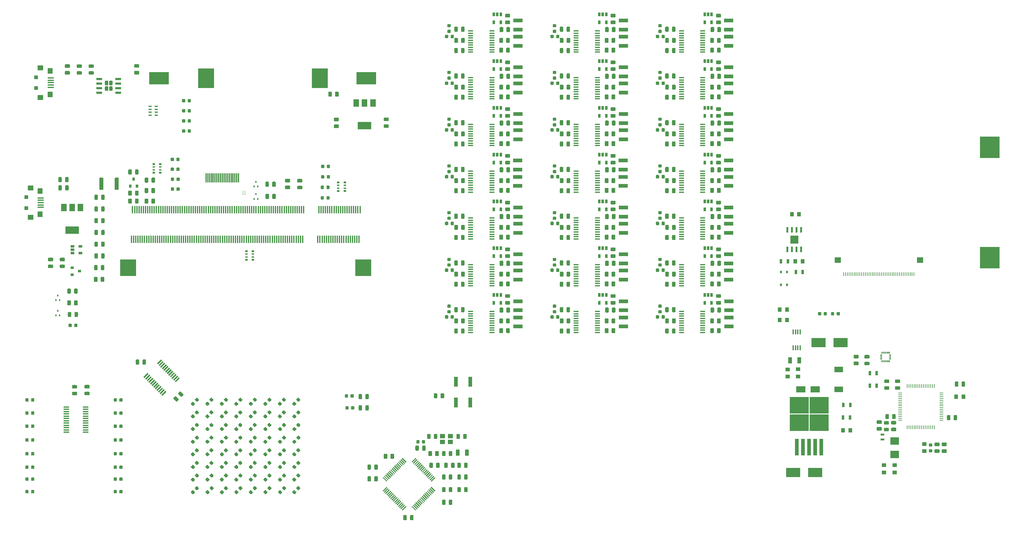
<source format=gbr>
G04 This is an RS-274x file exported by *
G04 gerbv version 2.7.0 *
G04 More information is available about gerbv at *
G04 http://gerbv.geda-project.org/ *
G04 --End of header info--*
%MOIN*%
%FSLAX36Y36*%
%IPPOS*%
G04 --Define apertures--*
%ADD10R,0.0157X0.0201*%
%ADD11C,0.0098*%
%ADD12R,0.0118X0.1043*%
%ADD13C,0.0039*%
%ADD14C,0.0384*%
%ADD15C,0.0344*%
%ADD16C,0.0443*%
%ADD17R,0.0394X0.0433*%
%ADD18R,0.0591X0.0531*%
%ADD19R,0.0709X0.0157*%
%ADD20R,0.0551X0.0591*%
%ADD21R,0.0315X0.0197*%
%ADD22R,0.0315X0.0157*%
%ADD23R,0.0591X0.0787*%
%ADD24R,0.1496X0.0787*%
%ADD25R,0.0417X0.0256*%
%ADD26R,0.0315X0.0354*%
%ADD27R,0.0138X0.0787*%
%ADD28R,0.1772X0.1811*%
%ADD29R,0.0354X0.0315*%
%ADD30R,0.2165X0.1378*%
%ADD31R,0.1772X0.2165*%
%ADD32R,0.0354X0.0157*%
%ADD33C,0.0382*%
%ADD34C,0.0236*%
%ADD35R,0.0571X0.0177*%
%ADD36R,0.0256X0.0417*%
%ADD37R,0.0984X0.0433*%
%ADD38C,0.0161*%
%ADD39R,0.0630X0.0161*%
%ADD40R,0.0394X0.1102*%
%ADD41C,0.0118*%
%ADD42R,0.0551X0.0453*%
%ADD43R,0.0394X0.0709*%
%ADD44R,0.0984X0.1575*%
%ADD45R,0.0492X0.0394*%
%ADD46R,0.0394X0.0492*%
%ADD47R,0.0591X0.0945*%
%ADD48R,0.0512X0.0276*%
%ADD49R,0.0787X0.0945*%
%ADD50R,0.0709X0.0984*%
%ADD51R,0.0138X0.0205*%
%ADD52R,0.0205X0.0138*%
%ADD53R,0.1811X0.0433*%
%ADD54R,0.1791X0.2067*%
%ADD55R,0.0394X0.0098*%
%ADD56R,0.0098X0.0394*%
%ADD57R,0.2362X0.2165*%
%ADD58R,0.0315X0.0236*%
%ADD59R,0.0591X0.0236*%
%ADD60R,0.0866X0.0866*%
%ADD61R,0.0709X0.0394*%
%ADD62R,0.0433X0.0098*%
%ADD63R,0.0591X0.0669*%
%ADD64R,0.0236X0.0433*%
%ADD65R,0.1575X0.0984*%
%ADD66R,0.0394X0.0492*%
%ADD67R,0.0492X0.0394*%
%ADD68R,0.0945X0.0591*%
%ADD69R,0.0276X0.0512*%
%ADD70R,0.0945X0.0787*%
%ADD71R,0.0984X0.0709*%
%ADD72R,0.0205X0.0138*%
%ADD73R,0.0138X0.0205*%
%ADD74R,0.0433X0.1811*%
%ADD75R,0.2067X0.1791*%
%ADD76R,0.0098X0.0394*%
%ADD77R,0.0394X0.0098*%
%ADD78R,0.2165X0.2362*%
%ADD79R,0.0236X0.0315*%
%ADD80R,0.0177X0.0571*%
%ADD81R,0.0236X0.0591*%
%ADD82R,0.0866X0.0866*%
%ADD83R,0.0394X0.0709*%
%ADD84R,0.0098X0.0433*%
%ADD85R,0.0669X0.0591*%
%ADD86R,0.0433X0.0236*%
G04 --Start main section--*
G54D10*
G01X7032677Y-2027165D03*
G01X7052362Y-2078346D03*
G01X7012992Y-2078346D03*
G54D11*
G01X6885039Y-2162992D03*
G01X6885039Y-2147244D03*
G01X6885039Y-2131496D03*
G01X6900787Y-2162992D03*
G01X6900787Y-2147244D03*
G01X6900787Y-2131496D03*
G01X6916535Y-2162992D03*
G01X6916535Y-2147244D03*
G01X6916535Y-2131496D03*
G54D12*
G01X6842520Y-1983268D03*
G01X6822835Y-1983268D03*
G01X6803150Y-1983268D03*
G01X6783465Y-1983268D03*
G01X6763780Y-1983268D03*
G01X6744094Y-1983268D03*
G01X6724409Y-1983268D03*
G01X6704724Y-1983268D03*
G01X6685039Y-1983268D03*
G01X6665354Y-1983268D03*
G01X6645669Y-1983268D03*
G01X6625984Y-1983268D03*
G01X6606299Y-1983268D03*
G01X6586614Y-1983268D03*
G01X6566929Y-1983268D03*
G01X6547244Y-1983268D03*
G01X6527559Y-1983268D03*
G01X6507874Y-1983268D03*
G01X6488189Y-1983268D03*
G54D13*
G36*
G01X5300891Y-2167369D02*
G01X5301823Y-2167507D01*
G01X5302736Y-2167736D01*
G01X5303623Y-2168053D01*
G01X5304475Y-2168456D01*
G01X5305282Y-2168940D01*
G01X5306039Y-2169501D01*
G01X5306736Y-2170134D01*
G01X5307369Y-2170831D01*
G01X5307930Y-2171588D01*
G01X5308414Y-2172396D01*
G01X5308817Y-2173247D01*
G01X5309134Y-2174134D01*
G01X5309363Y-2175047D01*
G01X5309501Y-2175979D01*
G01X5309547Y-2176919D01*
G01X5309547Y-2212844D01*
G01X5309501Y-2213785D01*
G01X5309363Y-2214717D01*
G01X5309134Y-2215630D01*
G01X5308817Y-2216517D01*
G01X5308414Y-2217368D01*
G01X5307930Y-2218176D01*
G01X5307369Y-2218932D01*
G01X5306736Y-2219630D01*
G01X5306039Y-2220263D01*
G01X5305282Y-2220824D01*
G01X5304475Y-2221308D01*
G01X5303623Y-2221710D01*
G01X5302736Y-2222028D01*
G01X5301823Y-2222257D01*
G01X5300891Y-2222395D01*
G01X5299951Y-2222441D01*
G01X5280758Y-2222441D01*
G01X5279817Y-2222395D01*
G01X5278886Y-2222257D01*
G01X5277972Y-2222028D01*
G01X5277085Y-2221710D01*
G01X5276234Y-2221308D01*
G01X5275426Y-2220824D01*
G01X5274670Y-2220263D01*
G01X5273972Y-2219630D01*
G01X5273340Y-2218932D01*
G01X5272779Y-2218176D01*
G01X5272295Y-2217368D01*
G01X5271892Y-2216517D01*
G01X5271575Y-2215630D01*
G01X5271346Y-2214717D01*
G01X5271208Y-2213785D01*
G01X5271161Y-2212844D01*
G01X5271161Y-2176919D01*
G01X5271208Y-2175979D01*
G01X5271346Y-2175047D01*
G01X5271575Y-2174134D01*
G01X5271892Y-2173247D01*
G01X5272295Y-2172396D01*
G01X5272779Y-2171588D01*
G01X5273340Y-2170831D01*
G01X5273972Y-2170134D01*
G01X5274670Y-2169501D01*
G01X5275426Y-2168940D01*
G01X5276234Y-2168456D01*
G01X5277085Y-2168053D01*
G01X5277972Y-2167736D01*
G01X5278886Y-2167507D01*
G01X5279817Y-2167369D01*
G01X5280758Y-2167323D01*
G01X5299951Y-2167323D01*
G01X5300891Y-2167369D01*
G01X5300891Y-2167369D01*
G37*
G54D14*
G01X5290354Y-2194882D03*
G54D13*
G36*
G01X5374710Y-2167369D02*
G01X5375642Y-2167507D01*
G01X5376555Y-2167736D01*
G01X5377442Y-2168053D01*
G01X5378293Y-2168456D01*
G01X5379101Y-2168940D01*
G01X5379858Y-2169501D01*
G01X5380555Y-2170134D01*
G01X5381188Y-2170831D01*
G01X5381749Y-2171588D01*
G01X5382233Y-2172396D01*
G01X5382636Y-2173247D01*
G01X5382953Y-2174134D01*
G01X5383182Y-2175047D01*
G01X5383320Y-2175979D01*
G01X5383366Y-2176919D01*
G01X5383366Y-2212844D01*
G01X5383320Y-2213785D01*
G01X5383182Y-2214717D01*
G01X5382953Y-2215630D01*
G01X5382636Y-2216517D01*
G01X5382233Y-2217368D01*
G01X5381749Y-2218176D01*
G01X5381188Y-2218932D01*
G01X5380555Y-2219630D01*
G01X5379858Y-2220263D01*
G01X5379101Y-2220824D01*
G01X5378293Y-2221308D01*
G01X5377442Y-2221710D01*
G01X5376555Y-2222028D01*
G01X5375642Y-2222257D01*
G01X5374710Y-2222395D01*
G01X5373770Y-2222441D01*
G01X5354577Y-2222441D01*
G01X5353636Y-2222395D01*
G01X5352705Y-2222257D01*
G01X5351791Y-2222028D01*
G01X5350904Y-2221710D01*
G01X5350053Y-2221308D01*
G01X5349245Y-2220824D01*
G01X5348489Y-2220263D01*
G01X5347791Y-2219630D01*
G01X5347159Y-2218932D01*
G01X5346598Y-2218176D01*
G01X5346113Y-2217368D01*
G01X5345711Y-2216517D01*
G01X5345394Y-2215630D01*
G01X5345165Y-2214717D01*
G01X5345027Y-2213785D01*
G01X5344980Y-2212844D01*
G01X5344980Y-2176919D01*
G01X5345027Y-2175979D01*
G01X5345165Y-2175047D01*
G01X5345394Y-2174134D01*
G01X5345711Y-2173247D01*
G01X5346113Y-2172396D01*
G01X5346598Y-2171588D01*
G01X5347159Y-2170831D01*
G01X5347791Y-2170134D01*
G01X5348489Y-2169501D01*
G01X5349245Y-2168940D01*
G01X5350053Y-2168456D01*
G01X5350904Y-2168053D01*
G01X5351791Y-2167736D01*
G01X5352705Y-2167507D01*
G01X5353636Y-2167369D01*
G01X5354577Y-2167323D01*
G01X5373770Y-2167323D01*
G01X5374710Y-2167369D01*
G01X5374710Y-2167369D01*
G37*
G54D14*
G01X5364173Y-2194882D03*
G54D13*
G36*
G01X5374710Y-2423275D02*
G01X5375642Y-2423413D01*
G01X5376555Y-2423642D01*
G01X5377442Y-2423959D01*
G01X5378293Y-2424361D01*
G01X5379101Y-2424846D01*
G01X5379858Y-2425407D01*
G01X5380555Y-2426039D01*
G01X5381188Y-2426737D01*
G01X5381749Y-2427493D01*
G01X5382233Y-2428301D01*
G01X5382636Y-2429152D01*
G01X5382953Y-2430039D01*
G01X5383182Y-2430953D01*
G01X5383320Y-2431884D01*
G01X5383366Y-2432825D01*
G01X5383366Y-2468750D01*
G01X5383320Y-2469691D01*
G01X5383182Y-2470622D01*
G01X5382953Y-2471536D01*
G01X5382636Y-2472422D01*
G01X5382233Y-2473274D01*
G01X5381749Y-2474081D01*
G01X5381188Y-2474838D01*
G01X5380555Y-2475536D01*
G01X5379858Y-2476168D01*
G01X5379101Y-2476729D01*
G01X5378293Y-2477213D01*
G01X5377442Y-2477616D01*
G01X5376555Y-2477933D01*
G01X5375642Y-2478162D01*
G01X5374710Y-2478300D01*
G01X5373770Y-2478346D01*
G01X5354577Y-2478346D01*
G01X5353636Y-2478300D01*
G01X5352705Y-2478162D01*
G01X5351791Y-2477933D01*
G01X5350904Y-2477616D01*
G01X5350053Y-2477213D01*
G01X5349245Y-2476729D01*
G01X5348489Y-2476168D01*
G01X5347791Y-2475536D01*
G01X5347159Y-2474838D01*
G01X5346598Y-2474081D01*
G01X5346113Y-2473274D01*
G01X5345711Y-2472422D01*
G01X5345394Y-2471536D01*
G01X5345165Y-2470622D01*
G01X5345027Y-2469691D01*
G01X5344980Y-2468750D01*
G01X5344980Y-2432825D01*
G01X5345027Y-2431884D01*
G01X5345165Y-2430953D01*
G01X5345394Y-2430039D01*
G01X5345711Y-2429152D01*
G01X5346113Y-2428301D01*
G01X5346598Y-2427493D01*
G01X5347159Y-2426737D01*
G01X5347791Y-2426039D01*
G01X5348489Y-2425407D01*
G01X5349245Y-2424846D01*
G01X5350053Y-2424361D01*
G01X5350904Y-2423959D01*
G01X5351791Y-2423642D01*
G01X5352705Y-2423413D01*
G01X5353636Y-2423275D01*
G01X5354577Y-2423228D01*
G01X5373770Y-2423228D01*
G01X5374710Y-2423275D01*
G01X5374710Y-2423275D01*
G37*
G54D14*
G01X5364173Y-2450787D03*
G54D13*
G36*
G01X5300891Y-2423275D02*
G01X5301823Y-2423413D01*
G01X5302736Y-2423642D01*
G01X5303623Y-2423959D01*
G01X5304475Y-2424361D01*
G01X5305282Y-2424846D01*
G01X5306039Y-2425407D01*
G01X5306736Y-2426039D01*
G01X5307369Y-2426737D01*
G01X5307930Y-2427493D01*
G01X5308414Y-2428301D01*
G01X5308817Y-2429152D01*
G01X5309134Y-2430039D01*
G01X5309363Y-2430953D01*
G01X5309501Y-2431884D01*
G01X5309547Y-2432825D01*
G01X5309547Y-2468750D01*
G01X5309501Y-2469691D01*
G01X5309363Y-2470622D01*
G01X5309134Y-2471536D01*
G01X5308817Y-2472422D01*
G01X5308414Y-2473274D01*
G01X5307930Y-2474081D01*
G01X5307369Y-2474838D01*
G01X5306736Y-2475536D01*
G01X5306039Y-2476168D01*
G01X5305282Y-2476729D01*
G01X5304475Y-2477213D01*
G01X5303623Y-2477616D01*
G01X5302736Y-2477933D01*
G01X5301823Y-2478162D01*
G01X5300891Y-2478300D01*
G01X5299951Y-2478346D01*
G01X5280758Y-2478346D01*
G01X5279817Y-2478300D01*
G01X5278886Y-2478162D01*
G01X5277972Y-2477933D01*
G01X5277085Y-2477616D01*
G01X5276234Y-2477213D01*
G01X5275426Y-2476729D01*
G01X5274670Y-2476168D01*
G01X5273972Y-2475536D01*
G01X5273340Y-2474838D01*
G01X5272779Y-2474081D01*
G01X5272295Y-2473274D01*
G01X5271892Y-2472422D01*
G01X5271575Y-2471536D01*
G01X5271346Y-2470622D01*
G01X5271208Y-2469691D01*
G01X5271161Y-2468750D01*
G01X5271161Y-2432825D01*
G01X5271208Y-2431884D01*
G01X5271346Y-2430953D01*
G01X5271575Y-2430039D01*
G01X5271892Y-2429152D01*
G01X5272295Y-2428301D01*
G01X5272779Y-2427493D01*
G01X5273340Y-2426737D01*
G01X5273972Y-2426039D01*
G01X5274670Y-2425407D01*
G01X5275426Y-2424846D01*
G01X5276234Y-2424361D01*
G01X5277085Y-2423959D01*
G01X5277972Y-2423642D01*
G01X5278886Y-2423413D01*
G01X5279817Y-2423275D01*
G01X5280758Y-2423228D01*
G01X5299951Y-2423228D01*
G01X5300891Y-2423275D01*
G01X5300891Y-2423275D01*
G37*
G54D14*
G01X5290354Y-2450787D03*
G54D13*
G36*
G01X5300891Y-2295322D02*
G01X5301823Y-2295460D01*
G01X5302736Y-2295689D01*
G01X5303623Y-2296006D01*
G01X5304475Y-2296409D01*
G01X5305282Y-2296893D01*
G01X5306039Y-2297454D01*
G01X5306736Y-2298086D01*
G01X5307369Y-2298784D01*
G01X5307930Y-2299541D01*
G01X5308414Y-2300348D01*
G01X5308817Y-2301200D01*
G01X5309134Y-2302086D01*
G01X5309363Y-2303000D01*
G01X5309501Y-2303931D01*
G01X5309547Y-2304872D01*
G01X5309547Y-2340797D01*
G01X5309501Y-2341738D01*
G01X5309363Y-2342669D01*
G01X5309134Y-2343583D01*
G01X5308817Y-2344470D01*
G01X5308414Y-2345321D01*
G01X5307930Y-2346129D01*
G01X5307369Y-2346885D01*
G01X5306736Y-2347583D01*
G01X5306039Y-2348215D01*
G01X5305282Y-2348776D01*
G01X5304475Y-2349261D01*
G01X5303623Y-2349663D01*
G01X5302736Y-2349980D01*
G01X5301823Y-2350209D01*
G01X5300891Y-2350347D01*
G01X5299951Y-2350394D01*
G01X5280758Y-2350394D01*
G01X5279817Y-2350347D01*
G01X5278886Y-2350209D01*
G01X5277972Y-2349980D01*
G01X5277085Y-2349663D01*
G01X5276234Y-2349261D01*
G01X5275426Y-2348776D01*
G01X5274670Y-2348215D01*
G01X5273972Y-2347583D01*
G01X5273340Y-2346885D01*
G01X5272779Y-2346129D01*
G01X5272295Y-2345321D01*
G01X5271892Y-2344470D01*
G01X5271575Y-2343583D01*
G01X5271346Y-2342669D01*
G01X5271208Y-2341738D01*
G01X5271161Y-2340797D01*
G01X5271161Y-2304872D01*
G01X5271208Y-2303931D01*
G01X5271346Y-2303000D01*
G01X5271575Y-2302086D01*
G01X5271892Y-2301200D01*
G01X5272295Y-2300348D01*
G01X5272779Y-2299541D01*
G01X5273340Y-2298784D01*
G01X5273972Y-2298086D01*
G01X5274670Y-2297454D01*
G01X5275426Y-2296893D01*
G01X5276234Y-2296409D01*
G01X5277085Y-2296006D01*
G01X5277972Y-2295689D01*
G01X5278886Y-2295460D01*
G01X5279817Y-2295322D01*
G01X5280758Y-2295276D01*
G01X5299951Y-2295276D01*
G01X5300891Y-2295322D01*
G01X5300891Y-2295322D01*
G37*
G54D14*
G01X5290354Y-2322835D03*
G54D13*
G36*
G01X5374710Y-2295322D02*
G01X5375642Y-2295460D01*
G01X5376555Y-2295689D01*
G01X5377442Y-2296006D01*
G01X5378293Y-2296409D01*
G01X5379101Y-2296893D01*
G01X5379858Y-2297454D01*
G01X5380555Y-2298086D01*
G01X5381188Y-2298784D01*
G01X5381749Y-2299541D01*
G01X5382233Y-2300348D01*
G01X5382636Y-2301200D01*
G01X5382953Y-2302086D01*
G01X5383182Y-2303000D01*
G01X5383320Y-2303931D01*
G01X5383366Y-2304872D01*
G01X5383366Y-2340797D01*
G01X5383320Y-2341738D01*
G01X5383182Y-2342669D01*
G01X5382953Y-2343583D01*
G01X5382636Y-2344470D01*
G01X5382233Y-2345321D01*
G01X5381749Y-2346129D01*
G01X5381188Y-2346885D01*
G01X5380555Y-2347583D01*
G01X5379858Y-2348215D01*
G01X5379101Y-2348776D01*
G01X5378293Y-2349261D01*
G01X5377442Y-2349663D01*
G01X5376555Y-2349980D01*
G01X5375642Y-2350209D01*
G01X5374710Y-2350347D01*
G01X5373770Y-2350394D01*
G01X5354577Y-2350394D01*
G01X5353636Y-2350347D01*
G01X5352705Y-2350209D01*
G01X5351791Y-2349980D01*
G01X5350904Y-2349663D01*
G01X5350053Y-2349261D01*
G01X5349245Y-2348776D01*
G01X5348489Y-2348215D01*
G01X5347791Y-2347583D01*
G01X5347159Y-2346885D01*
G01X5346598Y-2346129D01*
G01X5346113Y-2345321D01*
G01X5345711Y-2344470D01*
G01X5345394Y-2343583D01*
G01X5345165Y-2342669D01*
G01X5345027Y-2341738D01*
G01X5344980Y-2340797D01*
G01X5344980Y-2304872D01*
G01X5345027Y-2303931D01*
G01X5345165Y-2303000D01*
G01X5345394Y-2302086D01*
G01X5345711Y-2301200D01*
G01X5346113Y-2300348D01*
G01X5346598Y-2299541D01*
G01X5347159Y-2298784D01*
G01X5347791Y-2298086D01*
G01X5348489Y-2297454D01*
G01X5349245Y-2296893D01*
G01X5350053Y-2296409D01*
G01X5350904Y-2296006D01*
G01X5351791Y-2295689D01*
G01X5352705Y-2295460D01*
G01X5353636Y-2295322D01*
G01X5354577Y-2295276D01*
G01X5373770Y-2295276D01*
G01X5374710Y-2295322D01*
G01X5374710Y-2295322D01*
G37*
G54D14*
G01X5364173Y-2322835D03*
G54D13*
G36*
G01X5374710Y-2551227D02*
G01X5375642Y-2551366D01*
G01X5376555Y-2551594D01*
G01X5377442Y-2551912D01*
G01X5378293Y-2552314D01*
G01X5379101Y-2552798D01*
G01X5379858Y-2553359D01*
G01X5380555Y-2553992D01*
G01X5381188Y-2554690D01*
G01X5381749Y-2555446D01*
G01X5382233Y-2556254D01*
G01X5382636Y-2557105D01*
G01X5382953Y-2557992D01*
G01X5383182Y-2558905D01*
G01X5383320Y-2559837D01*
G01X5383366Y-2560778D01*
G01X5383366Y-2596703D01*
G01X5383320Y-2597643D01*
G01X5383182Y-2598575D01*
G01X5382953Y-2599488D01*
G01X5382636Y-2600375D01*
G01X5382233Y-2601226D01*
G01X5381749Y-2602034D01*
G01X5381188Y-2602791D01*
G01X5380555Y-2603488D01*
G01X5379858Y-2604121D01*
G01X5379101Y-2604682D01*
G01X5378293Y-2605166D01*
G01X5377442Y-2605569D01*
G01X5376555Y-2605886D01*
G01X5375642Y-2606115D01*
G01X5374710Y-2606253D01*
G01X5373770Y-2606299D01*
G01X5354577Y-2606299D01*
G01X5353636Y-2606253D01*
G01X5352705Y-2606115D01*
G01X5351791Y-2605886D01*
G01X5350904Y-2605569D01*
G01X5350053Y-2605166D01*
G01X5349245Y-2604682D01*
G01X5348489Y-2604121D01*
G01X5347791Y-2603488D01*
G01X5347159Y-2602791D01*
G01X5346598Y-2602034D01*
G01X5346113Y-2601226D01*
G01X5345711Y-2600375D01*
G01X5345394Y-2599488D01*
G01X5345165Y-2598575D01*
G01X5345027Y-2597643D01*
G01X5344980Y-2596703D01*
G01X5344980Y-2560778D01*
G01X5345027Y-2559837D01*
G01X5345165Y-2558905D01*
G01X5345394Y-2557992D01*
G01X5345711Y-2557105D01*
G01X5346113Y-2556254D01*
G01X5346598Y-2555446D01*
G01X5347159Y-2554690D01*
G01X5347791Y-2553992D01*
G01X5348489Y-2553359D01*
G01X5349245Y-2552798D01*
G01X5350053Y-2552314D01*
G01X5350904Y-2551912D01*
G01X5351791Y-2551594D01*
G01X5352705Y-2551366D01*
G01X5353636Y-2551227D01*
G01X5354577Y-2551181D01*
G01X5373770Y-2551181D01*
G01X5374710Y-2551227D01*
G01X5374710Y-2551227D01*
G37*
G54D14*
G01X5364173Y-2578740D03*
G54D13*
G36*
G01X5300891Y-2551227D02*
G01X5301823Y-2551366D01*
G01X5302736Y-2551594D01*
G01X5303623Y-2551912D01*
G01X5304475Y-2552314D01*
G01X5305282Y-2552798D01*
G01X5306039Y-2553359D01*
G01X5306736Y-2553992D01*
G01X5307369Y-2554690D01*
G01X5307930Y-2555446D01*
G01X5308414Y-2556254D01*
G01X5308817Y-2557105D01*
G01X5309134Y-2557992D01*
G01X5309363Y-2558905D01*
G01X5309501Y-2559837D01*
G01X5309547Y-2560778D01*
G01X5309547Y-2596703D01*
G01X5309501Y-2597643D01*
G01X5309363Y-2598575D01*
G01X5309134Y-2599488D01*
G01X5308817Y-2600375D01*
G01X5308414Y-2601226D01*
G01X5307930Y-2602034D01*
G01X5307369Y-2602791D01*
G01X5306736Y-2603488D01*
G01X5306039Y-2604121D01*
G01X5305282Y-2604682D01*
G01X5304475Y-2605166D01*
G01X5303623Y-2605569D01*
G01X5302736Y-2605886D01*
G01X5301823Y-2606115D01*
G01X5300891Y-2606253D01*
G01X5299951Y-2606299D01*
G01X5280758Y-2606299D01*
G01X5279817Y-2606253D01*
G01X5278886Y-2606115D01*
G01X5277972Y-2605886D01*
G01X5277085Y-2605569D01*
G01X5276234Y-2605166D01*
G01X5275426Y-2604682D01*
G01X5274670Y-2604121D01*
G01X5273972Y-2603488D01*
G01X5273340Y-2602791D01*
G01X5272779Y-2602034D01*
G01X5272295Y-2601226D01*
G01X5271892Y-2600375D01*
G01X5271575Y-2599488D01*
G01X5271346Y-2598575D01*
G01X5271208Y-2597643D01*
G01X5271161Y-2596703D01*
G01X5271161Y-2560778D01*
G01X5271208Y-2559837D01*
G01X5271346Y-2558905D01*
G01X5271575Y-2557992D01*
G01X5271892Y-2557105D01*
G01X5272295Y-2556254D01*
G01X5272779Y-2555446D01*
G01X5273340Y-2554690D01*
G01X5273972Y-2553992D01*
G01X5274670Y-2553359D01*
G01X5275426Y-2552798D01*
G01X5276234Y-2552314D01*
G01X5277085Y-2551912D01*
G01X5277972Y-2551594D01*
G01X5278886Y-2551366D01*
G01X5279817Y-2551227D01*
G01X5280758Y-2551181D01*
G01X5299951Y-2551181D01*
G01X5300891Y-2551227D01*
G01X5300891Y-2551227D01*
G37*
G54D14*
G01X5290354Y-2578740D03*
G54D13*
G36*
G01X5300891Y-2679180D02*
G01X5301823Y-2679318D01*
G01X5302736Y-2679547D01*
G01X5303623Y-2679864D01*
G01X5304475Y-2680267D01*
G01X5305282Y-2680751D01*
G01X5306039Y-2681312D01*
G01X5306736Y-2681945D01*
G01X5307369Y-2682642D01*
G01X5307930Y-2683399D01*
G01X5308414Y-2684207D01*
G01X5308817Y-2685058D01*
G01X5309134Y-2685945D01*
G01X5309363Y-2686858D01*
G01X5309501Y-2687790D01*
G01X5309547Y-2688730D01*
G01X5309547Y-2724656D01*
G01X5309501Y-2725596D01*
G01X5309363Y-2726528D01*
G01X5309134Y-2727441D01*
G01X5308817Y-2728328D01*
G01X5308414Y-2729179D01*
G01X5307930Y-2729987D01*
G01X5307369Y-2730743D01*
G01X5306736Y-2731441D01*
G01X5306039Y-2732074D01*
G01X5305282Y-2732635D01*
G01X5304475Y-2733119D01*
G01X5303623Y-2733521D01*
G01X5302736Y-2733839D01*
G01X5301823Y-2734068D01*
G01X5300891Y-2734206D01*
G01X5299951Y-2734252D01*
G01X5280758Y-2734252D01*
G01X5279817Y-2734206D01*
G01X5278886Y-2734068D01*
G01X5277972Y-2733839D01*
G01X5277085Y-2733521D01*
G01X5276234Y-2733119D01*
G01X5275426Y-2732635D01*
G01X5274670Y-2732074D01*
G01X5273972Y-2731441D01*
G01X5273340Y-2730743D01*
G01X5272779Y-2729987D01*
G01X5272295Y-2729179D01*
G01X5271892Y-2728328D01*
G01X5271575Y-2727441D01*
G01X5271346Y-2726528D01*
G01X5271208Y-2725596D01*
G01X5271161Y-2724656D01*
G01X5271161Y-2688730D01*
G01X5271208Y-2687790D01*
G01X5271346Y-2686858D01*
G01X5271575Y-2685945D01*
G01X5271892Y-2685058D01*
G01X5272295Y-2684207D01*
G01X5272779Y-2683399D01*
G01X5273340Y-2682642D01*
G01X5273972Y-2681945D01*
G01X5274670Y-2681312D01*
G01X5275426Y-2680751D01*
G01X5276234Y-2680267D01*
G01X5277085Y-2679864D01*
G01X5277972Y-2679547D01*
G01X5278886Y-2679318D01*
G01X5279817Y-2679180D01*
G01X5280758Y-2679134D01*
G01X5299951Y-2679134D01*
G01X5300891Y-2679180D01*
G01X5300891Y-2679180D01*
G37*
G54D14*
G01X5290354Y-2706693D03*
G54D13*
G36*
G01X5374710Y-2679180D02*
G01X5375642Y-2679318D01*
G01X5376555Y-2679547D01*
G01X5377442Y-2679864D01*
G01X5378293Y-2680267D01*
G01X5379101Y-2680751D01*
G01X5379858Y-2681312D01*
G01X5380555Y-2681945D01*
G01X5381188Y-2682642D01*
G01X5381749Y-2683399D01*
G01X5382233Y-2684207D01*
G01X5382636Y-2685058D01*
G01X5382953Y-2685945D01*
G01X5383182Y-2686858D01*
G01X5383320Y-2687790D01*
G01X5383366Y-2688730D01*
G01X5383366Y-2724656D01*
G01X5383320Y-2725596D01*
G01X5383182Y-2726528D01*
G01X5382953Y-2727441D01*
G01X5382636Y-2728328D01*
G01X5382233Y-2729179D01*
G01X5381749Y-2729987D01*
G01X5381188Y-2730743D01*
G01X5380555Y-2731441D01*
G01X5379858Y-2732074D01*
G01X5379101Y-2732635D01*
G01X5378293Y-2733119D01*
G01X5377442Y-2733521D01*
G01X5376555Y-2733839D01*
G01X5375642Y-2734068D01*
G01X5374710Y-2734206D01*
G01X5373770Y-2734252D01*
G01X5354577Y-2734252D01*
G01X5353636Y-2734206D01*
G01X5352705Y-2734068D01*
G01X5351791Y-2733839D01*
G01X5350904Y-2733521D01*
G01X5350053Y-2733119D01*
G01X5349245Y-2732635D01*
G01X5348489Y-2732074D01*
G01X5347791Y-2731441D01*
G01X5347159Y-2730743D01*
G01X5346598Y-2729987D01*
G01X5346113Y-2729179D01*
G01X5345711Y-2728328D01*
G01X5345394Y-2727441D01*
G01X5345165Y-2726528D01*
G01X5345027Y-2725596D01*
G01X5344980Y-2724656D01*
G01X5344980Y-2688730D01*
G01X5345027Y-2687790D01*
G01X5345165Y-2686858D01*
G01X5345394Y-2685945D01*
G01X5345711Y-2685058D01*
G01X5346113Y-2684207D01*
G01X5346598Y-2683399D01*
G01X5347159Y-2682642D01*
G01X5347791Y-2681945D01*
G01X5348489Y-2681312D01*
G01X5349245Y-2680751D01*
G01X5350053Y-2680267D01*
G01X5350904Y-2679864D01*
G01X5351791Y-2679547D01*
G01X5352705Y-2679318D01*
G01X5353636Y-2679180D01*
G01X5354577Y-2679134D01*
G01X5373770Y-2679134D01*
G01X5374710Y-2679180D01*
G01X5374710Y-2679180D01*
G37*
G54D14*
G01X5364173Y-2706693D03*
G54D13*
G36*
G01X5669986Y-1891779D02*
G01X5670917Y-1891917D01*
G01X5671831Y-1892146D01*
G01X5672718Y-1892463D01*
G01X5673569Y-1892865D01*
G01X5674377Y-1893350D01*
G01X5675133Y-1893911D01*
G01X5675831Y-1894543D01*
G01X5676463Y-1895241D01*
G01X5677024Y-1895997D01*
G01X5677509Y-1896805D01*
G01X5677911Y-1897656D01*
G01X5678229Y-1898543D01*
G01X5678457Y-1899457D01*
G01X5678596Y-1900388D01*
G01X5678642Y-1901329D01*
G01X5678642Y-1937254D01*
G01X5678596Y-1938195D01*
G01X5678457Y-1939126D01*
G01X5678229Y-1940040D01*
G01X5677911Y-1940926D01*
G01X5677509Y-1941778D01*
G01X5677024Y-1942585D01*
G01X5676463Y-1943342D01*
G01X5675831Y-1944040D01*
G01X5675133Y-1944672D01*
G01X5674377Y-1945233D01*
G01X5673569Y-1945717D01*
G01X5672718Y-1946120D01*
G01X5671831Y-1946437D01*
G01X5670917Y-1946666D01*
G01X5669986Y-1946804D01*
G01X5669045Y-1946850D01*
G01X5649852Y-1946850D01*
G01X5648912Y-1946804D01*
G01X5647980Y-1946666D01*
G01X5647067Y-1946437D01*
G01X5646180Y-1946120D01*
G01X5645329Y-1945717D01*
G01X5644521Y-1945233D01*
G01X5643764Y-1944672D01*
G01X5643067Y-1944040D01*
G01X5642434Y-1943342D01*
G01X5641873Y-1942585D01*
G01X5641389Y-1941778D01*
G01X5640986Y-1940926D01*
G01X5640669Y-1940040D01*
G01X5640440Y-1939126D01*
G01X5640302Y-1938195D01*
G01X5640256Y-1937254D01*
G01X5640256Y-1901329D01*
G01X5640302Y-1900388D01*
G01X5640440Y-1899457D01*
G01X5640669Y-1898543D01*
G01X5640986Y-1897656D01*
G01X5641389Y-1896805D01*
G01X5641873Y-1895997D01*
G01X5642434Y-1895241D01*
G01X5643067Y-1894543D01*
G01X5643764Y-1893911D01*
G01X5644521Y-1893350D01*
G01X5645329Y-1892865D01*
G01X5646180Y-1892463D01*
G01X5647067Y-1892146D01*
G01X5647980Y-1891917D01*
G01X5648912Y-1891779D01*
G01X5649852Y-1891732D01*
G01X5669045Y-1891732D01*
G01X5669986Y-1891779D01*
G01X5669986Y-1891779D01*
G37*
G54D14*
G01X5659449Y-1919291D03*
G54D13*
G36*
G01X5743805Y-1891779D02*
G01X5744736Y-1891917D01*
G01X5745650Y-1892146D01*
G01X5746537Y-1892463D01*
G01X5747388Y-1892865D01*
G01X5748196Y-1893350D01*
G01X5748952Y-1893911D01*
G01X5749650Y-1894543D01*
G01X5750282Y-1895241D01*
G01X5750843Y-1895997D01*
G01X5751327Y-1896805D01*
G01X5751730Y-1897656D01*
G01X5752047Y-1898543D01*
G01X5752276Y-1899457D01*
G01X5752414Y-1900388D01*
G01X5752461Y-1901329D01*
G01X5752461Y-1937254D01*
G01X5752414Y-1938195D01*
G01X5752276Y-1939126D01*
G01X5752047Y-1940040D01*
G01X5751730Y-1940926D01*
G01X5751327Y-1941778D01*
G01X5750843Y-1942585D01*
G01X5750282Y-1943342D01*
G01X5749650Y-1944040D01*
G01X5748952Y-1944672D01*
G01X5748196Y-1945233D01*
G01X5747388Y-1945717D01*
G01X5746537Y-1946120D01*
G01X5745650Y-1946437D01*
G01X5744736Y-1946666D01*
G01X5743805Y-1946804D01*
G01X5742864Y-1946850D01*
G01X5723671Y-1946850D01*
G01X5722731Y-1946804D01*
G01X5721799Y-1946666D01*
G01X5720886Y-1946437D01*
G01X5719999Y-1946120D01*
G01X5719148Y-1945717D01*
G01X5718340Y-1945233D01*
G01X5717583Y-1944672D01*
G01X5716886Y-1944040D01*
G01X5716253Y-1943342D01*
G01X5715692Y-1942585D01*
G01X5715208Y-1941778D01*
G01X5714805Y-1940926D01*
G01X5714488Y-1940040D01*
G01X5714259Y-1939126D01*
G01X5714121Y-1938195D01*
G01X5714075Y-1937254D01*
G01X5714075Y-1901329D01*
G01X5714121Y-1900388D01*
G01X5714259Y-1899457D01*
G01X5714488Y-1898543D01*
G01X5714805Y-1897656D01*
G01X5715208Y-1896805D01*
G01X5715692Y-1895997D01*
G01X5716253Y-1895241D01*
G01X5716886Y-1894543D01*
G01X5717583Y-1893911D01*
G01X5718340Y-1893350D01*
G01X5719148Y-1892865D01*
G01X5719999Y-1892463D01*
G01X5720886Y-1892146D01*
G01X5721799Y-1891917D01*
G01X5722731Y-1891779D01*
G01X5723671Y-1891732D01*
G01X5742864Y-1891732D01*
G01X5743805Y-1891779D01*
G01X5743805Y-1891779D01*
G37*
G54D14*
G01X5733268Y-1919291D03*
G54D13*
G36*
G01X5849612Y-1980361D02*
G01X5850543Y-1980499D01*
G01X5851457Y-1980728D01*
G01X5852344Y-1981045D01*
G01X5853195Y-1981448D01*
G01X5854003Y-1981932D01*
G01X5854759Y-1982493D01*
G01X5855457Y-1983126D01*
G01X5856089Y-1983824D01*
G01X5856650Y-1984580D01*
G01X5857135Y-1985388D01*
G01X5857537Y-1986239D01*
G01X5857854Y-1987126D01*
G01X5858083Y-1988039D01*
G01X5858221Y-1988971D01*
G01X5858268Y-1989911D01*
G01X5858268Y-2025837D01*
G01X5858221Y-2026777D01*
G01X5858083Y-2027709D01*
G01X5857854Y-2028622D01*
G01X5857537Y-2029509D01*
G01X5857135Y-2030360D01*
G01X5856650Y-2031168D01*
G01X5856089Y-2031925D01*
G01X5855457Y-2032622D01*
G01X5854759Y-2033255D01*
G01X5854003Y-2033816D01*
G01X5853195Y-2034300D01*
G01X5852344Y-2034703D01*
G01X5851457Y-2035020D01*
G01X5850543Y-2035249D01*
G01X5849612Y-2035387D01*
G01X5848671Y-2035433D01*
G01X5829478Y-2035433D01*
G01X5828538Y-2035387D01*
G01X5827606Y-2035249D01*
G01X5826693Y-2035020D01*
G01X5825806Y-2034703D01*
G01X5824955Y-2034300D01*
G01X5824147Y-2033816D01*
G01X5823390Y-2033255D01*
G01X5822693Y-2032622D01*
G01X5822060Y-2031925D01*
G01X5821499Y-2031168D01*
G01X5821015Y-2030360D01*
G01X5820612Y-2029509D01*
G01X5820295Y-2028622D01*
G01X5820066Y-2027709D01*
G01X5819928Y-2026777D01*
G01X5819882Y-2025837D01*
G01X5819882Y-1989911D01*
G01X5819928Y-1988971D01*
G01X5820066Y-1988039D01*
G01X5820295Y-1987126D01*
G01X5820612Y-1986239D01*
G01X5821015Y-1985388D01*
G01X5821499Y-1984580D01*
G01X5822060Y-1983824D01*
G01X5822693Y-1983126D01*
G01X5823390Y-1982493D01*
G01X5824147Y-1981932D01*
G01X5824955Y-1981448D01*
G01X5825806Y-1981045D01*
G01X5826693Y-1980728D01*
G01X5827606Y-1980499D01*
G01X5828538Y-1980361D01*
G01X5829478Y-1980315D01*
G01X5848671Y-1980315D01*
G01X5849612Y-1980361D01*
G01X5849612Y-1980361D01*
G37*
G54D14*
G01X5839075Y-2007874D03*
G54D13*
G36*
G01X5923431Y-1980361D02*
G01X5924362Y-1980499D01*
G01X5925276Y-1980728D01*
G01X5926163Y-1981045D01*
G01X5927014Y-1981448D01*
G01X5927822Y-1981932D01*
G01X5928578Y-1982493D01*
G01X5929276Y-1983126D01*
G01X5929908Y-1983824D01*
G01X5930469Y-1984580D01*
G01X5930953Y-1985388D01*
G01X5931356Y-1986239D01*
G01X5931673Y-1987126D01*
G01X5931902Y-1988039D01*
G01X5932040Y-1988971D01*
G01X5932087Y-1989911D01*
G01X5932087Y-2025837D01*
G01X5932040Y-2026777D01*
G01X5931902Y-2027709D01*
G01X5931673Y-2028622D01*
G01X5931356Y-2029509D01*
G01X5930953Y-2030360D01*
G01X5930469Y-2031168D01*
G01X5929908Y-2031925D01*
G01X5929276Y-2032622D01*
G01X5928578Y-2033255D01*
G01X5927822Y-2033816D01*
G01X5927014Y-2034300D01*
G01X5926163Y-2034703D01*
G01X5925276Y-2035020D01*
G01X5924362Y-2035249D01*
G01X5923431Y-2035387D01*
G01X5922490Y-2035433D01*
G01X5903297Y-2035433D01*
G01X5902357Y-2035387D01*
G01X5901425Y-2035249D01*
G01X5900512Y-2035020D01*
G01X5899625Y-2034703D01*
G01X5898774Y-2034300D01*
G01X5897966Y-2033816D01*
G01X5897209Y-2033255D01*
G01X5896512Y-2032622D01*
G01X5895879Y-2031925D01*
G01X5895318Y-2031168D01*
G01X5894834Y-2030360D01*
G01X5894431Y-2029509D01*
G01X5894114Y-2028622D01*
G01X5893885Y-2027709D01*
G01X5893747Y-2026777D01*
G01X5893701Y-2025837D01*
G01X5893701Y-1989911D01*
G01X5893747Y-1988971D01*
G01X5893885Y-1988039D01*
G01X5894114Y-1987126D01*
G01X5894431Y-1986239D01*
G01X5894834Y-1985388D01*
G01X5895318Y-1984580D01*
G01X5895879Y-1983824D01*
G01X5896512Y-1983126D01*
G01X5897209Y-1982493D01*
G01X5897966Y-1981932D01*
G01X5898774Y-1981448D01*
G01X5899625Y-1981045D01*
G01X5900512Y-1980728D01*
G01X5901425Y-1980499D01*
G01X5902357Y-1980361D01*
G01X5903297Y-1980315D01*
G01X5922490Y-1980315D01*
G01X5923431Y-1980361D01*
G01X5923431Y-1980361D01*
G37*
G54D14*
G01X5912894Y-2007874D03*
G54D13*
G36*
G01X5374710Y-2807133D02*
G01X5375642Y-2807271D01*
G01X5376555Y-2807500D01*
G01X5377442Y-2807817D01*
G01X5378293Y-2808220D01*
G01X5379101Y-2808704D01*
G01X5379858Y-2809265D01*
G01X5380555Y-2809897D01*
G01X5381188Y-2810595D01*
G01X5381749Y-2811352D01*
G01X5382233Y-2812159D01*
G01X5382636Y-2813011D01*
G01X5382953Y-2813897D01*
G01X5383182Y-2814811D01*
G01X5383320Y-2815742D01*
G01X5383366Y-2816683D01*
G01X5383366Y-2852608D01*
G01X5383320Y-2853549D01*
G01X5383182Y-2854480D01*
G01X5382953Y-2855394D01*
G01X5382636Y-2856281D01*
G01X5382233Y-2857132D01*
G01X5381749Y-2857940D01*
G01X5381188Y-2858696D01*
G01X5380555Y-2859394D01*
G01X5379858Y-2860026D01*
G01X5379101Y-2860587D01*
G01X5378293Y-2861072D01*
G01X5377442Y-2861474D01*
G01X5376555Y-2861791D01*
G01X5375642Y-2862020D01*
G01X5374710Y-2862159D01*
G01X5373770Y-2862205D01*
G01X5354577Y-2862205D01*
G01X5353636Y-2862159D01*
G01X5352705Y-2862020D01*
G01X5351791Y-2861791D01*
G01X5350904Y-2861474D01*
G01X5350053Y-2861072D01*
G01X5349245Y-2860587D01*
G01X5348489Y-2860026D01*
G01X5347791Y-2859394D01*
G01X5347159Y-2858696D01*
G01X5346598Y-2857940D01*
G01X5346113Y-2857132D01*
G01X5345711Y-2856281D01*
G01X5345394Y-2855394D01*
G01X5345165Y-2854480D01*
G01X5345027Y-2853549D01*
G01X5344980Y-2852608D01*
G01X5344980Y-2816683D01*
G01X5345027Y-2815742D01*
G01X5345165Y-2814811D01*
G01X5345394Y-2813897D01*
G01X5345711Y-2813011D01*
G01X5346113Y-2812159D01*
G01X5346598Y-2811352D01*
G01X5347159Y-2810595D01*
G01X5347791Y-2809897D01*
G01X5348489Y-2809265D01*
G01X5349245Y-2808704D01*
G01X5350053Y-2808220D01*
G01X5350904Y-2807817D01*
G01X5351791Y-2807500D01*
G01X5352705Y-2807271D01*
G01X5353636Y-2807133D01*
G01X5354577Y-2807087D01*
G01X5373770Y-2807087D01*
G01X5374710Y-2807133D01*
G01X5374710Y-2807133D01*
G37*
G54D14*
G01X5364173Y-2834646D03*
G54D13*
G36*
G01X5300891Y-2807133D02*
G01X5301823Y-2807271D01*
G01X5302736Y-2807500D01*
G01X5303623Y-2807817D01*
G01X5304475Y-2808220D01*
G01X5305282Y-2808704D01*
G01X5306039Y-2809265D01*
G01X5306736Y-2809897D01*
G01X5307369Y-2810595D01*
G01X5307930Y-2811352D01*
G01X5308414Y-2812159D01*
G01X5308817Y-2813011D01*
G01X5309134Y-2813897D01*
G01X5309363Y-2814811D01*
G01X5309501Y-2815742D01*
G01X5309547Y-2816683D01*
G01X5309547Y-2852608D01*
G01X5309501Y-2853549D01*
G01X5309363Y-2854480D01*
G01X5309134Y-2855394D01*
G01X5308817Y-2856281D01*
G01X5308414Y-2857132D01*
G01X5307930Y-2857940D01*
G01X5307369Y-2858696D01*
G01X5306736Y-2859394D01*
G01X5306039Y-2860026D01*
G01X5305282Y-2860587D01*
G01X5304475Y-2861072D01*
G01X5303623Y-2861474D01*
G01X5302736Y-2861791D01*
G01X5301823Y-2862020D01*
G01X5300891Y-2862159D01*
G01X5299951Y-2862205D01*
G01X5280758Y-2862205D01*
G01X5279817Y-2862159D01*
G01X5278886Y-2862020D01*
G01X5277972Y-2861791D01*
G01X5277085Y-2861474D01*
G01X5276234Y-2861072D01*
G01X5275426Y-2860587D01*
G01X5274670Y-2860026D01*
G01X5273972Y-2859394D01*
G01X5273340Y-2858696D01*
G01X5272779Y-2857940D01*
G01X5272295Y-2857132D01*
G01X5271892Y-2856281D01*
G01X5271575Y-2855394D01*
G01X5271346Y-2854480D01*
G01X5271208Y-2853549D01*
G01X5271161Y-2852608D01*
G01X5271161Y-2816683D01*
G01X5271208Y-2815742D01*
G01X5271346Y-2814811D01*
G01X5271575Y-2813897D01*
G01X5271892Y-2813011D01*
G01X5272295Y-2812159D01*
G01X5272779Y-2811352D01*
G01X5273340Y-2810595D01*
G01X5273972Y-2809897D01*
G01X5274670Y-2809265D01*
G01X5275426Y-2808704D01*
G01X5276234Y-2808220D01*
G01X5277085Y-2807817D01*
G01X5277972Y-2807500D01*
G01X5278886Y-2807271D01*
G01X5279817Y-2807133D01*
G01X5280758Y-2807087D01*
G01X5299951Y-2807087D01*
G01X5300891Y-2807133D01*
G01X5300891Y-2807133D01*
G37*
G54D14*
G01X5290354Y-2834646D03*
G54D13*
G36*
G01X5669986Y-2122093D02*
G01X5670917Y-2122232D01*
G01X5671831Y-2122460D01*
G01X5672718Y-2122778D01*
G01X5673569Y-2123180D01*
G01X5674377Y-2123665D01*
G01X5675133Y-2124226D01*
G01X5675831Y-2124858D01*
G01X5676463Y-2125556D01*
G01X5677024Y-2126312D01*
G01X5677509Y-2127120D01*
G01X5677911Y-2127971D01*
G01X5678229Y-2128858D01*
G01X5678457Y-2129772D01*
G01X5678596Y-2130703D01*
G01X5678642Y-2131644D01*
G01X5678642Y-2167569D01*
G01X5678596Y-2168510D01*
G01X5678457Y-2169441D01*
G01X5678229Y-2170355D01*
G01X5677911Y-2171241D01*
G01X5677509Y-2172093D01*
G01X5677024Y-2172900D01*
G01X5676463Y-2173657D01*
G01X5675831Y-2174355D01*
G01X5675133Y-2174987D01*
G01X5674377Y-2175548D01*
G01X5673569Y-2176032D01*
G01X5672718Y-2176435D01*
G01X5671831Y-2176752D01*
G01X5670917Y-2176981D01*
G01X5669986Y-2177119D01*
G01X5669045Y-2177165D01*
G01X5649852Y-2177165D01*
G01X5648912Y-2177119D01*
G01X5647980Y-2176981D01*
G01X5647067Y-2176752D01*
G01X5646180Y-2176435D01*
G01X5645329Y-2176032D01*
G01X5644521Y-2175548D01*
G01X5643764Y-2174987D01*
G01X5643067Y-2174355D01*
G01X5642434Y-2173657D01*
G01X5641873Y-2172900D01*
G01X5641389Y-2172093D01*
G01X5640986Y-2171241D01*
G01X5640669Y-2170355D01*
G01X5640440Y-2169441D01*
G01X5640302Y-2168510D01*
G01X5640256Y-2167569D01*
G01X5640256Y-2131644D01*
G01X5640302Y-2130703D01*
G01X5640440Y-2129772D01*
G01X5640669Y-2128858D01*
G01X5640986Y-2127971D01*
G01X5641389Y-2127120D01*
G01X5641873Y-2126312D01*
G01X5642434Y-2125556D01*
G01X5643067Y-2124858D01*
G01X5643764Y-2124226D01*
G01X5644521Y-2123665D01*
G01X5645329Y-2123180D01*
G01X5646180Y-2122778D01*
G01X5647067Y-2122460D01*
G01X5647980Y-2122232D01*
G01X5648912Y-2122093D01*
G01X5649852Y-2122047D01*
G01X5669045Y-2122047D01*
G01X5669986Y-2122093D01*
G01X5669986Y-2122093D01*
G37*
G54D14*
G01X5659449Y-2149606D03*
G54D13*
G36*
G01X5743805Y-2122093D02*
G01X5744736Y-2122232D01*
G01X5745650Y-2122460D01*
G01X5746537Y-2122778D01*
G01X5747388Y-2123180D01*
G01X5748196Y-2123665D01*
G01X5748952Y-2124226D01*
G01X5749650Y-2124858D01*
G01X5750282Y-2125556D01*
G01X5750843Y-2126312D01*
G01X5751327Y-2127120D01*
G01X5751730Y-2127971D01*
G01X5752047Y-2128858D01*
G01X5752276Y-2129772D01*
G01X5752414Y-2130703D01*
G01X5752461Y-2131644D01*
G01X5752461Y-2167569D01*
G01X5752414Y-2168510D01*
G01X5752276Y-2169441D01*
G01X5752047Y-2170355D01*
G01X5751730Y-2171241D01*
G01X5751327Y-2172093D01*
G01X5750843Y-2172900D01*
G01X5750282Y-2173657D01*
G01X5749650Y-2174355D01*
G01X5748952Y-2174987D01*
G01X5748196Y-2175548D01*
G01X5747388Y-2176032D01*
G01X5746537Y-2176435D01*
G01X5745650Y-2176752D01*
G01X5744736Y-2176981D01*
G01X5743805Y-2177119D01*
G01X5742864Y-2177165D01*
G01X5723671Y-2177165D01*
G01X5722731Y-2177119D01*
G01X5721799Y-2176981D01*
G01X5720886Y-2176752D01*
G01X5719999Y-2176435D01*
G01X5719148Y-2176032D01*
G01X5718340Y-2175548D01*
G01X5717583Y-2174987D01*
G01X5716886Y-2174355D01*
G01X5716253Y-2173657D01*
G01X5715692Y-2172900D01*
G01X5715208Y-2172093D01*
G01X5714805Y-2171241D01*
G01X5714488Y-2170355D01*
G01X5714259Y-2169441D01*
G01X5714121Y-2168510D01*
G01X5714075Y-2167569D01*
G01X5714075Y-2131644D01*
G01X5714121Y-2130703D01*
G01X5714259Y-2129772D01*
G01X5714488Y-2128858D01*
G01X5714805Y-2127971D01*
G01X5715208Y-2127120D01*
G01X5715692Y-2126312D01*
G01X5716253Y-2125556D01*
G01X5716886Y-2124858D01*
G01X5717583Y-2124226D01*
G01X5718340Y-2123665D01*
G01X5719148Y-2123180D01*
G01X5719999Y-2122778D01*
G01X5720886Y-2122460D01*
G01X5721799Y-2122232D01*
G01X5722731Y-2122093D01*
G01X5723671Y-2122047D01*
G01X5742864Y-2122047D01*
G01X5743805Y-2122093D01*
G01X5743805Y-2122093D01*
G37*
G54D14*
G01X5733268Y-2149606D03*
G54D13*
G36*
G01X5922939Y-2094534D02*
G01X5923870Y-2094673D01*
G01X5924784Y-2094901D01*
G01X5925670Y-2095219D01*
G01X5926522Y-2095621D01*
G01X5927330Y-2096105D01*
G01X5928086Y-2096666D01*
G01X5928784Y-2097299D01*
G01X5929416Y-2097997D01*
G01X5929977Y-2098753D01*
G01X5930461Y-2099561D01*
G01X5930864Y-2100412D01*
G01X5931181Y-2101299D01*
G01X5931410Y-2102212D01*
G01X5931548Y-2103144D01*
G01X5931594Y-2104085D01*
G01X5931594Y-2140010D01*
G01X5931548Y-2140950D01*
G01X5931410Y-2141882D01*
G01X5931181Y-2142796D01*
G01X5930864Y-2143682D01*
G01X5930461Y-2144534D01*
G01X5929977Y-2145341D01*
G01X5929416Y-2146098D01*
G01X5928784Y-2146796D01*
G01X5928086Y-2147428D01*
G01X5927330Y-2147989D01*
G01X5926522Y-2148473D01*
G01X5925670Y-2148876D01*
G01X5924784Y-2149193D01*
G01X5923870Y-2149422D01*
G01X5922939Y-2149560D01*
G01X5921998Y-2149606D01*
G01X5902805Y-2149606D01*
G01X5901864Y-2149560D01*
G01X5900933Y-2149422D01*
G01X5900019Y-2149193D01*
G01X5899133Y-2148876D01*
G01X5898281Y-2148473D01*
G01X5897474Y-2147989D01*
G01X5896717Y-2147428D01*
G01X5896019Y-2146796D01*
G01X5895387Y-2146098D01*
G01X5894826Y-2145341D01*
G01X5894342Y-2144534D01*
G01X5893939Y-2143682D01*
G01X5893622Y-2142796D01*
G01X5893393Y-2141882D01*
G01X5893255Y-2140950D01*
G01X5893209Y-2140010D01*
G01X5893209Y-2104085D01*
G01X5893255Y-2103144D01*
G01X5893393Y-2102212D01*
G01X5893622Y-2101299D01*
G01X5893939Y-2100412D01*
G01X5894342Y-2099561D01*
G01X5894826Y-2098753D01*
G01X5895387Y-2097997D01*
G01X5896019Y-2097299D01*
G01X5896717Y-2096666D01*
G01X5897474Y-2096105D01*
G01X5898281Y-2095621D01*
G01X5899133Y-2095219D01*
G01X5900019Y-2094901D01*
G01X5900933Y-2094673D01*
G01X5901864Y-2094534D01*
G01X5902805Y-2094488D01*
G01X5921998Y-2094488D01*
G01X5922939Y-2094534D01*
G01X5922939Y-2094534D01*
G37*
G54D14*
G01X5912402Y-2122047D03*
G54D13*
G36*
G01X5849120Y-2094534D02*
G01X5850051Y-2094673D01*
G01X5850965Y-2094901D01*
G01X5851852Y-2095219D01*
G01X5852703Y-2095621D01*
G01X5853511Y-2096105D01*
G01X5854267Y-2096666D01*
G01X5854965Y-2097299D01*
G01X5855597Y-2097997D01*
G01X5856158Y-2098753D01*
G01X5856642Y-2099561D01*
G01X5857045Y-2100412D01*
G01X5857362Y-2101299D01*
G01X5857591Y-2102212D01*
G01X5857729Y-2103144D01*
G01X5857776Y-2104085D01*
G01X5857776Y-2140010D01*
G01X5857729Y-2140950D01*
G01X5857591Y-2141882D01*
G01X5857362Y-2142796D01*
G01X5857045Y-2143682D01*
G01X5856642Y-2144534D01*
G01X5856158Y-2145341D01*
G01X5855597Y-2146098D01*
G01X5854965Y-2146796D01*
G01X5854267Y-2147428D01*
G01X5853511Y-2147989D01*
G01X5852703Y-2148473D01*
G01X5851852Y-2148876D01*
G01X5850965Y-2149193D01*
G01X5850051Y-2149422D01*
G01X5849120Y-2149560D01*
G01X5848179Y-2149606D01*
G01X5828986Y-2149606D01*
G01X5828046Y-2149560D01*
G01X5827114Y-2149422D01*
G01X5826201Y-2149193D01*
G01X5825314Y-2148876D01*
G01X5824462Y-2148473D01*
G01X5823655Y-2147989D01*
G01X5822898Y-2147428D01*
G01X5822201Y-2146796D01*
G01X5821568Y-2146098D01*
G01X5821007Y-2145341D01*
G01X5820523Y-2144534D01*
G01X5820120Y-2143682D01*
G01X5819803Y-2142796D01*
G01X5819574Y-2141882D01*
G01X5819436Y-2140950D01*
G01X5819390Y-2140010D01*
G01X5819390Y-2104085D01*
G01X5819436Y-2103144D01*
G01X5819574Y-2102212D01*
G01X5819803Y-2101299D01*
G01X5820120Y-2100412D01*
G01X5820523Y-2099561D01*
G01X5821007Y-2098753D01*
G01X5821568Y-2097997D01*
G01X5822201Y-2097299D01*
G01X5822898Y-2096666D01*
G01X5823655Y-2096105D01*
G01X5824462Y-2095621D01*
G01X5825314Y-2095219D01*
G01X5826201Y-2094901D01*
G01X5827114Y-2094673D01*
G01X5828046Y-2094534D01*
G01X5828986Y-2094488D01*
G01X5848179Y-2094488D01*
G01X5849120Y-2094534D01*
G01X5849120Y-2094534D01*
G37*
G54D14*
G01X5838583Y-2122047D03*
G54D13*
G36*
G01X5370872Y-2934495D02*
G01X5371803Y-2934633D01*
G01X5372717Y-2934862D01*
G01X5373604Y-2935179D01*
G01X5374455Y-2935582D01*
G01X5375263Y-2936066D01*
G01X5376019Y-2936627D01*
G01X5376717Y-2937260D01*
G01X5377349Y-2937957D01*
G01X5377910Y-2938714D01*
G01X5378394Y-2939522D01*
G01X5378797Y-2940373D01*
G01X5379114Y-2941260D01*
G01X5379343Y-2942173D01*
G01X5379481Y-2943105D01*
G01X5379528Y-2944045D01*
G01X5379528Y-2979971D01*
G01X5379481Y-2980911D01*
G01X5379343Y-2981843D01*
G01X5379114Y-2982756D01*
G01X5378797Y-2983643D01*
G01X5378394Y-2984494D01*
G01X5377910Y-2985302D01*
G01X5377349Y-2986058D01*
G01X5376717Y-2986756D01*
G01X5376019Y-2987389D01*
G01X5375263Y-2987950D01*
G01X5374455Y-2988434D01*
G01X5373604Y-2988836D01*
G01X5372717Y-2989154D01*
G01X5371803Y-2989383D01*
G01X5370872Y-2989521D01*
G01X5369931Y-2989567D01*
G01X5350738Y-2989567D01*
G01X5349798Y-2989521D01*
G01X5348866Y-2989383D01*
G01X5347953Y-2989154D01*
G01X5347066Y-2988836D01*
G01X5346214Y-2988434D01*
G01X5345407Y-2987950D01*
G01X5344650Y-2987389D01*
G01X5343953Y-2986756D01*
G01X5343320Y-2986058D01*
G01X5342759Y-2985302D01*
G01X5342275Y-2984494D01*
G01X5341872Y-2983643D01*
G01X5341555Y-2982756D01*
G01X5341326Y-2981843D01*
G01X5341188Y-2980911D01*
G01X5341142Y-2979971D01*
G01X5341142Y-2944045D01*
G01X5341188Y-2943105D01*
G01X5341326Y-2942173D01*
G01X5341555Y-2941260D01*
G01X5341872Y-2940373D01*
G01X5342275Y-2939522D01*
G01X5342759Y-2938714D01*
G01X5343320Y-2937957D01*
G01X5343953Y-2937260D01*
G01X5344650Y-2936627D01*
G01X5345407Y-2936066D01*
G01X5346214Y-2935582D01*
G01X5347066Y-2935179D01*
G01X5347953Y-2934862D01*
G01X5348866Y-2934633D01*
G01X5349798Y-2934495D01*
G01X5350738Y-2934449D01*
G01X5369931Y-2934449D01*
G01X5370872Y-2934495D01*
G01X5370872Y-2934495D01*
G37*
G54D14*
G01X5360335Y-2962008D03*
G54D13*
G36*
G01X5297053Y-2934495D02*
G01X5297984Y-2934633D01*
G01X5298898Y-2934862D01*
G01X5299785Y-2935179D01*
G01X5300636Y-2935582D01*
G01X5301444Y-2936066D01*
G01X5302200Y-2936627D01*
G01X5302898Y-2937260D01*
G01X5303530Y-2937957D01*
G01X5304091Y-2938714D01*
G01X5304576Y-2939522D01*
G01X5304978Y-2940373D01*
G01X5305295Y-2941260D01*
G01X5305524Y-2942173D01*
G01X5305662Y-2943105D01*
G01X5305709Y-2944045D01*
G01X5305709Y-2979971D01*
G01X5305662Y-2980911D01*
G01X5305524Y-2981843D01*
G01X5305295Y-2982756D01*
G01X5304978Y-2983643D01*
G01X5304576Y-2984494D01*
G01X5304091Y-2985302D01*
G01X5303530Y-2986058D01*
G01X5302898Y-2986756D01*
G01X5302200Y-2987389D01*
G01X5301444Y-2987950D01*
G01X5300636Y-2988434D01*
G01X5299785Y-2988836D01*
G01X5298898Y-2989154D01*
G01X5297984Y-2989383D01*
G01X5297053Y-2989521D01*
G01X5296112Y-2989567D01*
G01X5276919Y-2989567D01*
G01X5275979Y-2989521D01*
G01X5275047Y-2989383D01*
G01X5274134Y-2989154D01*
G01X5273247Y-2988836D01*
G01X5272396Y-2988434D01*
G01X5271588Y-2987950D01*
G01X5270831Y-2987389D01*
G01X5270134Y-2986756D01*
G01X5269501Y-2986058D01*
G01X5268940Y-2985302D01*
G01X5268456Y-2984494D01*
G01X5268053Y-2983643D01*
G01X5267736Y-2982756D01*
G01X5267507Y-2981843D01*
G01X5267369Y-2980911D01*
G01X5267323Y-2979971D01*
G01X5267323Y-2944045D01*
G01X5267369Y-2943105D01*
G01X5267507Y-2942173D01*
G01X5267736Y-2941260D01*
G01X5268053Y-2940373D01*
G01X5268456Y-2939522D01*
G01X5268940Y-2938714D01*
G01X5269501Y-2937957D01*
G01X5270134Y-2937260D01*
G01X5270831Y-2936627D01*
G01X5271588Y-2936066D01*
G01X5272396Y-2935582D01*
G01X5273247Y-2935179D01*
G01X5274134Y-2934862D01*
G01X5275047Y-2934633D01*
G01X5275979Y-2934495D01*
G01X5276919Y-2934449D01*
G01X5296112Y-2934449D01*
G01X5297053Y-2934495D01*
G01X5297053Y-2934495D01*
G37*
G54D14*
G01X5286516Y-2962008D03*
G54D13*
G36*
G01X5849120Y-2208708D02*
G01X5850051Y-2208846D01*
G01X5850965Y-2209075D01*
G01X5851852Y-2209392D01*
G01X5852703Y-2209795D01*
G01X5853511Y-2210279D01*
G01X5854267Y-2210840D01*
G01X5854965Y-2211472D01*
G01X5855597Y-2212170D01*
G01X5856158Y-2212926D01*
G01X5856642Y-2213734D01*
G01X5857045Y-2214585D01*
G01X5857362Y-2215472D01*
G01X5857591Y-2216386D01*
G01X5857729Y-2217317D01*
G01X5857776Y-2218258D01*
G01X5857776Y-2254183D01*
G01X5857729Y-2255124D01*
G01X5857591Y-2256055D01*
G01X5857362Y-2256969D01*
G01X5857045Y-2257855D01*
G01X5856642Y-2258707D01*
G01X5856158Y-2259515D01*
G01X5855597Y-2260271D01*
G01X5854965Y-2260969D01*
G01X5854267Y-2261601D01*
G01X5853511Y-2262162D01*
G01X5852703Y-2262646D01*
G01X5851852Y-2263049D01*
G01X5850965Y-2263366D01*
G01X5850051Y-2263595D01*
G01X5849120Y-2263733D01*
G01X5848179Y-2263780D01*
G01X5828986Y-2263780D01*
G01X5828046Y-2263733D01*
G01X5827114Y-2263595D01*
G01X5826201Y-2263366D01*
G01X5825314Y-2263049D01*
G01X5824462Y-2262646D01*
G01X5823655Y-2262162D01*
G01X5822898Y-2261601D01*
G01X5822201Y-2260969D01*
G01X5821568Y-2260271D01*
G01X5821007Y-2259515D01*
G01X5820523Y-2258707D01*
G01X5820120Y-2257855D01*
G01X5819803Y-2256969D01*
G01X5819574Y-2256055D01*
G01X5819436Y-2255124D01*
G01X5819390Y-2254183D01*
G01X5819390Y-2218258D01*
G01X5819436Y-2217317D01*
G01X5819574Y-2216386D01*
G01X5819803Y-2215472D01*
G01X5820120Y-2214585D01*
G01X5820523Y-2213734D01*
G01X5821007Y-2212926D01*
G01X5821568Y-2212170D01*
G01X5822201Y-2211472D01*
G01X5822898Y-2210840D01*
G01X5823655Y-2210279D01*
G01X5824462Y-2209795D01*
G01X5825314Y-2209392D01*
G01X5826201Y-2209075D01*
G01X5827114Y-2208846D01*
G01X5828046Y-2208708D01*
G01X5828986Y-2208661D01*
G01X5848179Y-2208661D01*
G01X5849120Y-2208708D01*
G01X5849120Y-2208708D01*
G37*
G54D14*
G01X5838583Y-2236220D03*
G54D13*
G36*
G01X5922939Y-2208708D02*
G01X5923870Y-2208846D01*
G01X5924784Y-2209075D01*
G01X5925670Y-2209392D01*
G01X5926522Y-2209795D01*
G01X5927330Y-2210279D01*
G01X5928086Y-2210840D01*
G01X5928784Y-2211472D01*
G01X5929416Y-2212170D01*
G01X5929977Y-2212926D01*
G01X5930461Y-2213734D01*
G01X5930864Y-2214585D01*
G01X5931181Y-2215472D01*
G01X5931410Y-2216386D01*
G01X5931548Y-2217317D01*
G01X5931594Y-2218258D01*
G01X5931594Y-2254183D01*
G01X5931548Y-2255124D01*
G01X5931410Y-2256055D01*
G01X5931181Y-2256969D01*
G01X5930864Y-2257855D01*
G01X5930461Y-2258707D01*
G01X5929977Y-2259515D01*
G01X5929416Y-2260271D01*
G01X5928784Y-2260969D01*
G01X5928086Y-2261601D01*
G01X5927330Y-2262162D01*
G01X5926522Y-2262646D01*
G01X5925670Y-2263049D01*
G01X5924784Y-2263366D01*
G01X5923870Y-2263595D01*
G01X5922939Y-2263733D01*
G01X5921998Y-2263780D01*
G01X5902805Y-2263780D01*
G01X5901864Y-2263733D01*
G01X5900933Y-2263595D01*
G01X5900019Y-2263366D01*
G01X5899133Y-2263049D01*
G01X5898281Y-2262646D01*
G01X5897474Y-2262162D01*
G01X5896717Y-2261601D01*
G01X5896019Y-2260969D01*
G01X5895387Y-2260271D01*
G01X5894826Y-2259515D01*
G01X5894342Y-2258707D01*
G01X5893939Y-2257855D01*
G01X5893622Y-2256969D01*
G01X5893393Y-2256055D01*
G01X5893255Y-2255124D01*
G01X5893209Y-2254183D01*
G01X5893209Y-2218258D01*
G01X5893255Y-2217317D01*
G01X5893393Y-2216386D01*
G01X5893622Y-2215472D01*
G01X5893939Y-2214585D01*
G01X5894342Y-2213734D01*
G01X5894826Y-2212926D01*
G01X5895387Y-2212170D01*
G01X5896019Y-2211472D01*
G01X5896717Y-2210840D01*
G01X5897474Y-2210279D01*
G01X5898281Y-2209795D01*
G01X5899133Y-2209392D01*
G01X5900019Y-2209075D01*
G01X5900933Y-2208846D01*
G01X5901864Y-2208708D01*
G01X5902805Y-2208661D01*
G01X5921998Y-2208661D01*
G01X5922939Y-2208708D01*
G01X5922939Y-2208708D01*
G37*
G54D14*
G01X5912402Y-2236220D03*
G54D13*
G36*
G01X5295970Y-3063038D02*
G01X5296902Y-3063177D01*
G01X5297815Y-3063405D01*
G01X5298702Y-3063723D01*
G01X5299553Y-3064125D01*
G01X5300361Y-3064609D01*
G01X5301117Y-3065170D01*
G01X5301815Y-3065803D01*
G01X5302448Y-3066501D01*
G01X5303009Y-3067257D01*
G01X5303493Y-3068065D01*
G01X5303896Y-3068916D01*
G01X5304213Y-3069803D01*
G01X5304442Y-3070716D01*
G01X5304580Y-3071648D01*
G01X5304626Y-3072589D01*
G01X5304626Y-3108514D01*
G01X5304580Y-3109454D01*
G01X5304442Y-3110386D01*
G01X5304213Y-3111299D01*
G01X5303896Y-3112186D01*
G01X5303493Y-3113038D01*
G01X5303009Y-3113845D01*
G01X5302448Y-3114602D01*
G01X5301815Y-3115299D01*
G01X5301117Y-3115932D01*
G01X5300361Y-3116493D01*
G01X5299553Y-3116977D01*
G01X5298702Y-3117380D01*
G01X5297815Y-3117697D01*
G01X5296902Y-3117926D01*
G01X5295970Y-3118064D01*
G01X5295030Y-3118110D01*
G01X5275837Y-3118110D01*
G01X5274896Y-3118064D01*
G01X5273964Y-3117926D01*
G01X5273051Y-3117697D01*
G01X5272164Y-3117380D01*
G01X5271313Y-3116977D01*
G01X5270505Y-3116493D01*
G01X5269749Y-3115932D01*
G01X5269051Y-3115299D01*
G01X5268418Y-3114602D01*
G01X5267857Y-3113845D01*
G01X5267373Y-3113038D01*
G01X5266971Y-3112186D01*
G01X5266653Y-3111299D01*
G01X5266425Y-3110386D01*
G01X5266286Y-3109454D01*
G01X5266240Y-3108514D01*
G01X5266240Y-3072589D01*
G01X5266286Y-3071648D01*
G01X5266425Y-3070716D01*
G01X5266653Y-3069803D01*
G01X5266971Y-3068916D01*
G01X5267373Y-3068065D01*
G01X5267857Y-3067257D01*
G01X5268418Y-3066501D01*
G01X5269051Y-3065803D01*
G01X5269749Y-3065170D01*
G01X5270505Y-3064609D01*
G01X5271313Y-3064125D01*
G01X5272164Y-3063723D01*
G01X5273051Y-3063405D01*
G01X5273964Y-3063177D01*
G01X5274896Y-3063038D01*
G01X5275837Y-3062992D01*
G01X5295030Y-3062992D01*
G01X5295970Y-3063038D01*
G01X5295970Y-3063038D01*
G37*
G54D14*
G01X5285433Y-3090551D03*
G54D13*
G36*
G01X5369789Y-3063038D02*
G01X5370721Y-3063177D01*
G01X5371634Y-3063405D01*
G01X5372521Y-3063723D01*
G01X5373372Y-3064125D01*
G01X5374180Y-3064609D01*
G01X5374936Y-3065170D01*
G01X5375634Y-3065803D01*
G01X5376267Y-3066501D01*
G01X5376828Y-3067257D01*
G01X5377312Y-3068065D01*
G01X5377714Y-3068916D01*
G01X5378032Y-3069803D01*
G01X5378260Y-3070716D01*
G01X5378399Y-3071648D01*
G01X5378445Y-3072589D01*
G01X5378445Y-3108514D01*
G01X5378399Y-3109454D01*
G01X5378260Y-3110386D01*
G01X5378032Y-3111299D01*
G01X5377714Y-3112186D01*
G01X5377312Y-3113038D01*
G01X5376828Y-3113845D01*
G01X5376267Y-3114602D01*
G01X5375634Y-3115299D01*
G01X5374936Y-3115932D01*
G01X5374180Y-3116493D01*
G01X5373372Y-3116977D01*
G01X5372521Y-3117380D01*
G01X5371634Y-3117697D01*
G01X5370721Y-3117926D01*
G01X5369789Y-3118064D01*
G01X5368848Y-3118110D01*
G01X5349656Y-3118110D01*
G01X5348715Y-3118064D01*
G01X5347783Y-3117926D01*
G01X5346870Y-3117697D01*
G01X5345983Y-3117380D01*
G01X5345132Y-3116977D01*
G01X5344324Y-3116493D01*
G01X5343568Y-3115932D01*
G01X5342870Y-3115299D01*
G01X5342237Y-3114602D01*
G01X5341676Y-3113845D01*
G01X5341192Y-3113038D01*
G01X5340790Y-3112186D01*
G01X5340472Y-3111299D01*
G01X5340243Y-3110386D01*
G01X5340105Y-3109454D01*
G01X5340059Y-3108514D01*
G01X5340059Y-3072589D01*
G01X5340105Y-3071648D01*
G01X5340243Y-3070716D01*
G01X5340472Y-3069803D01*
G01X5340790Y-3068916D01*
G01X5341192Y-3068065D01*
G01X5341676Y-3067257D01*
G01X5342237Y-3066501D01*
G01X5342870Y-3065803D01*
G01X5343568Y-3065170D01*
G01X5344324Y-3064609D01*
G01X5345132Y-3064125D01*
G01X5345983Y-3063723D01*
G01X5346870Y-3063405D01*
G01X5347783Y-3063177D01*
G01X5348715Y-3063038D01*
G01X5349656Y-3062992D01*
G01X5368848Y-3062992D01*
G01X5369789Y-3063038D01*
G01X5369789Y-3063038D01*
G37*
G54D14*
G01X5359252Y-3090551D03*
G54D13*
G36*
G01X5669986Y-2208708D02*
G01X5670917Y-2208846D01*
G01X5671831Y-2209075D01*
G01X5672718Y-2209392D01*
G01X5673569Y-2209795D01*
G01X5674377Y-2210279D01*
G01X5675133Y-2210840D01*
G01X5675831Y-2211472D01*
G01X5676463Y-2212170D01*
G01X5677024Y-2212926D01*
G01X5677509Y-2213734D01*
G01X5677911Y-2214585D01*
G01X5678229Y-2215472D01*
G01X5678457Y-2216386D01*
G01X5678596Y-2217317D01*
G01X5678642Y-2218258D01*
G01X5678642Y-2254183D01*
G01X5678596Y-2255124D01*
G01X5678457Y-2256055D01*
G01X5678229Y-2256969D01*
G01X5677911Y-2257855D01*
G01X5677509Y-2258707D01*
G01X5677024Y-2259515D01*
G01X5676463Y-2260271D01*
G01X5675831Y-2260969D01*
G01X5675133Y-2261601D01*
G01X5674377Y-2262162D01*
G01X5673569Y-2262646D01*
G01X5672718Y-2263049D01*
G01X5671831Y-2263366D01*
G01X5670917Y-2263595D01*
G01X5669986Y-2263733D01*
G01X5669045Y-2263780D01*
G01X5649852Y-2263780D01*
G01X5648912Y-2263733D01*
G01X5647980Y-2263595D01*
G01X5647067Y-2263366D01*
G01X5646180Y-2263049D01*
G01X5645329Y-2262646D01*
G01X5644521Y-2262162D01*
G01X5643764Y-2261601D01*
G01X5643067Y-2260969D01*
G01X5642434Y-2260271D01*
G01X5641873Y-2259515D01*
G01X5641389Y-2258707D01*
G01X5640986Y-2257855D01*
G01X5640669Y-2256969D01*
G01X5640440Y-2256055D01*
G01X5640302Y-2255124D01*
G01X5640256Y-2254183D01*
G01X5640256Y-2218258D01*
G01X5640302Y-2217317D01*
G01X5640440Y-2216386D01*
G01X5640669Y-2215472D01*
G01X5640986Y-2214585D01*
G01X5641389Y-2213734D01*
G01X5641873Y-2212926D01*
G01X5642434Y-2212170D01*
G01X5643067Y-2211472D01*
G01X5643764Y-2210840D01*
G01X5644521Y-2210279D01*
G01X5645329Y-2209795D01*
G01X5646180Y-2209392D01*
G01X5647067Y-2209075D01*
G01X5647980Y-2208846D01*
G01X5648912Y-2208708D01*
G01X5649852Y-2208661D01*
G01X5669045Y-2208661D01*
G01X5669986Y-2208708D01*
G01X5669986Y-2208708D01*
G37*
G54D14*
G01X5659449Y-2236220D03*
G54D13*
G36*
G01X5743805Y-2208708D02*
G01X5744736Y-2208846D01*
G01X5745650Y-2209075D01*
G01X5746537Y-2209392D01*
G01X5747388Y-2209795D01*
G01X5748196Y-2210279D01*
G01X5748952Y-2210840D01*
G01X5749650Y-2211472D01*
G01X5750282Y-2212170D01*
G01X5750843Y-2212926D01*
G01X5751327Y-2213734D01*
G01X5751730Y-2214585D01*
G01X5752047Y-2215472D01*
G01X5752276Y-2216386D01*
G01X5752414Y-2217317D01*
G01X5752461Y-2218258D01*
G01X5752461Y-2254183D01*
G01X5752414Y-2255124D01*
G01X5752276Y-2256055D01*
G01X5752047Y-2256969D01*
G01X5751730Y-2257855D01*
G01X5751327Y-2258707D01*
G01X5750843Y-2259515D01*
G01X5750282Y-2260271D01*
G01X5749650Y-2260969D01*
G01X5748952Y-2261601D01*
G01X5748196Y-2262162D01*
G01X5747388Y-2262646D01*
G01X5746537Y-2263049D01*
G01X5745650Y-2263366D01*
G01X5744736Y-2263595D01*
G01X5743805Y-2263733D01*
G01X5742864Y-2263780D01*
G01X5723671Y-2263780D01*
G01X5722731Y-2263733D01*
G01X5721799Y-2263595D01*
G01X5720886Y-2263366D01*
G01X5719999Y-2263049D01*
G01X5719148Y-2262646D01*
G01X5718340Y-2262162D01*
G01X5717583Y-2261601D01*
G01X5716886Y-2260969D01*
G01X5716253Y-2260271D01*
G01X5715692Y-2259515D01*
G01X5715208Y-2258707D01*
G01X5714805Y-2257855D01*
G01X5714488Y-2256969D01*
G01X5714259Y-2256055D01*
G01X5714121Y-2255124D01*
G01X5714075Y-2254183D01*
G01X5714075Y-2218258D01*
G01X5714121Y-2217317D01*
G01X5714259Y-2216386D01*
G01X5714488Y-2215472D01*
G01X5714805Y-2214585D01*
G01X5715208Y-2213734D01*
G01X5715692Y-2212926D01*
G01X5716253Y-2212170D01*
G01X5716886Y-2211472D01*
G01X5717583Y-2210840D01*
G01X5718340Y-2210279D01*
G01X5719148Y-2209795D01*
G01X5719999Y-2209392D01*
G01X5720886Y-2209075D01*
G01X5721799Y-2208846D01*
G01X5722731Y-2208708D01*
G01X5723671Y-2208661D01*
G01X5742864Y-2208661D01*
G01X5743805Y-2208708D01*
G01X5743805Y-2208708D01*
G37*
G54D14*
G01X5733268Y-2236220D03*
G54D13*
G36*
G01X5078354Y-3573860D02*
G01X5079190Y-3573984D01*
G01X5080010Y-3574190D01*
G01X5080806Y-3574474D01*
G01X5081570Y-3574836D01*
G01X5082295Y-3575270D01*
G01X5082973Y-3575774D01*
G01X5083600Y-3576341D01*
G01X5084167Y-3576968D01*
G01X5084671Y-3577646D01*
G01X5085105Y-3578371D01*
G01X5085466Y-3579135D01*
G01X5085751Y-3579931D01*
G01X5085957Y-3580751D01*
G01X5086081Y-3581587D01*
G01X5086122Y-3582431D01*
G01X5086122Y-3602608D01*
G01X5086081Y-3603452D01*
G01X5085957Y-3604288D01*
G01X5085751Y-3605108D01*
G01X5085466Y-3605904D01*
G01X5085105Y-3606668D01*
G01X5084671Y-3607393D01*
G01X5084167Y-3608072D01*
G01X5083600Y-3608698D01*
G01X5082973Y-3609266D01*
G01X5082295Y-3609769D01*
G01X5081570Y-3610204D01*
G01X5080806Y-3610565D01*
G01X5080010Y-3610850D01*
G01X5079190Y-3611055D01*
G01X5078354Y-3611179D01*
G01X5077510Y-3611220D01*
G01X5060285Y-3611220D01*
G01X5059441Y-3611179D01*
G01X5058605Y-3611055D01*
G01X5057785Y-3610850D01*
G01X5056990Y-3610565D01*
G01X5056226Y-3610204D01*
G01X5055501Y-3609769D01*
G01X5054822Y-3609266D01*
G01X5054196Y-3608698D01*
G01X5053628Y-3608072D01*
G01X5053125Y-3607393D01*
G01X5052690Y-3606668D01*
G01X5052329Y-3605904D01*
G01X5052044Y-3605108D01*
G01X5051839Y-3604288D01*
G01X5051715Y-3603452D01*
G01X5051673Y-3602608D01*
G01X5051673Y-3582431D01*
G01X5051715Y-3581587D01*
G01X5051839Y-3580751D01*
G01X5052044Y-3579931D01*
G01X5052329Y-3579135D01*
G01X5052690Y-3578371D01*
G01X5053125Y-3577646D01*
G01X5053628Y-3576968D01*
G01X5054196Y-3576341D01*
G01X5054822Y-3575774D01*
G01X5055501Y-3575270D01*
G01X5056226Y-3574836D01*
G01X5056990Y-3574474D01*
G01X5057785Y-3574190D01*
G01X5058605Y-3573984D01*
G01X5059441Y-3573860D01*
G01X5060285Y-3573819D01*
G01X5077510Y-3573819D01*
G01X5078354Y-3573860D01*
G01X5078354Y-3573860D01*
G37*
G54D15*
G01X5068898Y-3592520D03*
G54D13*
G36*
G01X5016346Y-3573860D02*
G01X5017182Y-3573984D01*
G01X5018002Y-3574190D01*
G01X5018798Y-3574474D01*
G01X5019562Y-3574836D01*
G01X5020287Y-3575270D01*
G01X5020966Y-3575774D01*
G01X5021592Y-3576341D01*
G01X5022159Y-3576968D01*
G01X5022663Y-3577646D01*
G01X5023097Y-3578371D01*
G01X5023459Y-3579135D01*
G01X5023743Y-3579931D01*
G01X5023949Y-3580751D01*
G01X5024073Y-3581587D01*
G01X5024114Y-3582431D01*
G01X5024114Y-3602608D01*
G01X5024073Y-3603452D01*
G01X5023949Y-3604288D01*
G01X5023743Y-3605108D01*
G01X5023459Y-3605904D01*
G01X5023097Y-3606668D01*
G01X5022663Y-3607393D01*
G01X5022159Y-3608072D01*
G01X5021592Y-3608698D01*
G01X5020966Y-3609266D01*
G01X5020287Y-3609769D01*
G01X5019562Y-3610204D01*
G01X5018798Y-3610565D01*
G01X5018002Y-3610850D01*
G01X5017182Y-3611055D01*
G01X5016346Y-3611179D01*
G01X5015502Y-3611220D01*
G01X4998278Y-3611220D01*
G01X4997433Y-3611179D01*
G01X4996597Y-3611055D01*
G01X4995778Y-3610850D01*
G01X4994982Y-3610565D01*
G01X4994218Y-3610204D01*
G01X4993493Y-3609769D01*
G01X4992814Y-3609266D01*
G01X4992188Y-3608698D01*
G01X4991620Y-3608072D01*
G01X4991117Y-3607393D01*
G01X4990682Y-3606668D01*
G01X4990321Y-3605904D01*
G01X4990036Y-3605108D01*
G01X4989831Y-3604288D01*
G01X4989707Y-3603452D01*
G01X4989665Y-3602608D01*
G01X4989665Y-3582431D01*
G01X4989707Y-3581587D01*
G01X4989831Y-3580751D01*
G01X4990036Y-3579931D01*
G01X4990321Y-3579135D01*
G01X4990682Y-3578371D01*
G01X4991117Y-3577646D01*
G01X4991620Y-3576968D01*
G01X4992188Y-3576341D01*
G01X4992814Y-3575774D01*
G01X4993493Y-3575270D01*
G01X4994218Y-3574836D01*
G01X4994982Y-3574474D01*
G01X4995778Y-3574190D01*
G01X4996597Y-3573984D01*
G01X4997433Y-3573860D01*
G01X4998278Y-3573819D01*
G01X5015502Y-3573819D01*
G01X5016346Y-3573860D01*
G01X5016346Y-3573860D01*
G37*
G54D15*
G01X5006890Y-3592520D03*
G54D13*
G36*
G01X6192035Y-1762837D02*
G01X6192871Y-1762961D01*
G01X6193691Y-1763166D01*
G01X6194487Y-1763451D01*
G01X6195251Y-1763812D01*
G01X6195976Y-1764247D01*
G01X6196654Y-1764750D01*
G01X6197281Y-1765318D01*
G01X6197848Y-1765944D01*
G01X6198352Y-1766623D01*
G01X6198786Y-1767348D01*
G01X6199148Y-1768112D01*
G01X6199432Y-1768907D01*
G01X6199638Y-1769727D01*
G01X6199762Y-1770563D01*
G01X6199803Y-1771407D01*
G01X6199803Y-1791585D01*
G01X6199762Y-1792429D01*
G01X6199638Y-1793265D01*
G01X6199432Y-1794085D01*
G01X6199148Y-1794880D01*
G01X6198786Y-1795644D01*
G01X6198352Y-1796369D01*
G01X6197848Y-1797048D01*
G01X6197281Y-1797674D01*
G01X6196654Y-1798242D01*
G01X6195976Y-1798745D01*
G01X6195251Y-1799180D01*
G01X6194487Y-1799541D01*
G01X6193691Y-1799826D01*
G01X6192871Y-1800031D01*
G01X6192035Y-1800155D01*
G01X6191191Y-1800197D01*
G01X6173967Y-1800197D01*
G01X6173122Y-1800155D01*
G01X6172286Y-1800031D01*
G01X6171467Y-1799826D01*
G01X6170671Y-1799541D01*
G01X6169907Y-1799180D01*
G01X6169182Y-1798745D01*
G01X6168503Y-1798242D01*
G01X6167877Y-1797674D01*
G01X6167309Y-1797048D01*
G01X6166806Y-1796369D01*
G01X6166371Y-1795644D01*
G01X6166010Y-1794880D01*
G01X6165725Y-1794085D01*
G01X6165520Y-1793265D01*
G01X6165396Y-1792429D01*
G01X6165354Y-1791585D01*
G01X6165354Y-1771407D01*
G01X6165396Y-1770563D01*
G01X6165520Y-1769727D01*
G01X6165725Y-1768907D01*
G01X6166010Y-1768112D01*
G01X6166371Y-1767348D01*
G01X6166806Y-1766623D01*
G01X6167309Y-1765944D01*
G01X6167877Y-1765318D01*
G01X6168503Y-1764750D01*
G01X6169182Y-1764247D01*
G01X6169907Y-1763812D01*
G01X6170671Y-1763451D01*
G01X6171467Y-1763166D01*
G01X6172286Y-1762961D01*
G01X6173122Y-1762837D01*
G01X6173967Y-1762795D01*
G01X6191191Y-1762795D01*
G01X6192035Y-1762837D01*
G01X6192035Y-1762837D01*
G37*
G54D15*
G01X6182579Y-1781496D03*
G54D13*
G36*
G01X6130027Y-1762837D02*
G01X6130863Y-1762961D01*
G01X6131683Y-1763166D01*
G01X6132479Y-1763451D01*
G01X6133243Y-1763812D01*
G01X6133968Y-1764247D01*
G01X6134647Y-1764750D01*
G01X6135273Y-1765318D01*
G01X6135840Y-1765944D01*
G01X6136344Y-1766623D01*
G01X6136778Y-1767348D01*
G01X6137140Y-1768112D01*
G01X6137424Y-1768907D01*
G01X6137630Y-1769727D01*
G01X6137754Y-1770563D01*
G01X6137795Y-1771407D01*
G01X6137795Y-1791585D01*
G01X6137754Y-1792429D01*
G01X6137630Y-1793265D01*
G01X6137424Y-1794085D01*
G01X6137140Y-1794880D01*
G01X6136778Y-1795644D01*
G01X6136344Y-1796369D01*
G01X6135840Y-1797048D01*
G01X6135273Y-1797674D01*
G01X6134647Y-1798242D01*
G01X6133968Y-1798745D01*
G01X6133243Y-1799180D01*
G01X6132479Y-1799541D01*
G01X6131683Y-1799826D01*
G01X6130863Y-1800031D01*
G01X6130027Y-1800155D01*
G01X6129183Y-1800197D01*
G01X6111959Y-1800197D01*
G01X6111115Y-1800155D01*
G01X6110279Y-1800031D01*
G01X6109459Y-1799826D01*
G01X6108663Y-1799541D01*
G01X6107899Y-1799180D01*
G01X6107174Y-1798745D01*
G01X6106495Y-1798242D01*
G01X6105869Y-1797674D01*
G01X6105301Y-1797048D01*
G01X6104798Y-1796369D01*
G01X6104363Y-1795644D01*
G01X6104002Y-1794880D01*
G01X6103717Y-1794085D01*
G01X6103512Y-1793265D01*
G01X6103388Y-1792429D01*
G01X6103346Y-1791585D01*
G01X6103346Y-1771407D01*
G01X6103388Y-1770563D01*
G01X6103512Y-1769727D01*
G01X6103717Y-1768907D01*
G01X6104002Y-1768112D01*
G01X6104363Y-1767348D01*
G01X6104798Y-1766623D01*
G01X6105301Y-1765944D01*
G01X6105869Y-1765318D01*
G01X6106495Y-1764750D01*
G01X6107174Y-1764247D01*
G01X6107899Y-1763812D01*
G01X6108663Y-1763451D01*
G01X6109459Y-1763166D01*
G01X6110279Y-1762961D01*
G01X6111115Y-1762837D01*
G01X6111959Y-1762795D01*
G01X6129183Y-1762795D01*
G01X6130027Y-1762837D01*
G01X6130027Y-1762837D01*
G37*
G54D15*
G01X6120571Y-1781496D03*
G54D13*
G36*
G01X6192035Y-1871104D02*
G01X6192871Y-1871228D01*
G01X6193691Y-1871434D01*
G01X6194487Y-1871719D01*
G01X6195251Y-1872080D01*
G01X6195976Y-1872514D01*
G01X6196654Y-1873018D01*
G01X6197281Y-1873585D01*
G01X6197848Y-1874212D01*
G01X6198352Y-1874891D01*
G01X6198786Y-1875615D01*
G01X6199148Y-1876379D01*
G01X6199432Y-1877175D01*
G01X6199638Y-1877995D01*
G01X6199762Y-1878831D01*
G01X6199803Y-1879675D01*
G01X6199803Y-1899852D01*
G01X6199762Y-1900696D01*
G01X6199638Y-1901533D01*
G01X6199432Y-1902352D01*
G01X6199148Y-1903148D01*
G01X6198786Y-1903912D01*
G01X6198352Y-1904637D01*
G01X6197848Y-1905316D01*
G01X6197281Y-1905942D01*
G01X6196654Y-1906510D01*
G01X6195976Y-1907013D01*
G01X6195251Y-1907448D01*
G01X6194487Y-1907809D01*
G01X6193691Y-1908094D01*
G01X6192871Y-1908299D01*
G01X6192035Y-1908423D01*
G01X6191191Y-1908465D01*
G01X6173967Y-1908465D01*
G01X6173122Y-1908423D01*
G01X6172286Y-1908299D01*
G01X6171467Y-1908094D01*
G01X6170671Y-1907809D01*
G01X6169907Y-1907448D01*
G01X6169182Y-1907013D01*
G01X6168503Y-1906510D01*
G01X6167877Y-1905942D01*
G01X6167309Y-1905316D01*
G01X6166806Y-1904637D01*
G01X6166371Y-1903912D01*
G01X6166010Y-1903148D01*
G01X6165725Y-1902352D01*
G01X6165520Y-1901533D01*
G01X6165396Y-1900696D01*
G01X6165354Y-1899852D01*
G01X6165354Y-1879675D01*
G01X6165396Y-1878831D01*
G01X6165520Y-1877995D01*
G01X6165725Y-1877175D01*
G01X6166010Y-1876379D01*
G01X6166371Y-1875615D01*
G01X6166806Y-1874891D01*
G01X6167309Y-1874212D01*
G01X6167877Y-1873585D01*
G01X6168503Y-1873018D01*
G01X6169182Y-1872514D01*
G01X6169907Y-1872080D01*
G01X6170671Y-1871719D01*
G01X6171467Y-1871434D01*
G01X6172286Y-1871228D01*
G01X6173122Y-1871104D01*
G01X6173967Y-1871063D01*
G01X6191191Y-1871063D01*
G01X6192035Y-1871104D01*
G01X6192035Y-1871104D01*
G37*
G54D15*
G01X6182579Y-1889764D03*
G54D13*
G36*
G01X6130027Y-1871104D02*
G01X6130863Y-1871228D01*
G01X6131683Y-1871434D01*
G01X6132479Y-1871719D01*
G01X6133243Y-1872080D01*
G01X6133968Y-1872514D01*
G01X6134647Y-1873018D01*
G01X6135273Y-1873585D01*
G01X6135840Y-1874212D01*
G01X6136344Y-1874891D01*
G01X6136778Y-1875615D01*
G01X6137140Y-1876379D01*
G01X6137424Y-1877175D01*
G01X6137630Y-1877995D01*
G01X6137754Y-1878831D01*
G01X6137795Y-1879675D01*
G01X6137795Y-1899852D01*
G01X6137754Y-1900696D01*
G01X6137630Y-1901533D01*
G01X6137424Y-1902352D01*
G01X6137140Y-1903148D01*
G01X6136778Y-1903912D01*
G01X6136344Y-1904637D01*
G01X6135840Y-1905316D01*
G01X6135273Y-1905942D01*
G01X6134647Y-1906510D01*
G01X6133968Y-1907013D01*
G01X6133243Y-1907448D01*
G01X6132479Y-1907809D01*
G01X6131683Y-1908094D01*
G01X6130863Y-1908299D01*
G01X6130027Y-1908423D01*
G01X6129183Y-1908465D01*
G01X6111959Y-1908465D01*
G01X6111115Y-1908423D01*
G01X6110279Y-1908299D01*
G01X6109459Y-1908094D01*
G01X6108663Y-1907809D01*
G01X6107899Y-1907448D01*
G01X6107174Y-1907013D01*
G01X6106495Y-1906510D01*
G01X6105869Y-1905942D01*
G01X6105301Y-1905316D01*
G01X6104798Y-1904637D01*
G01X6104363Y-1903912D01*
G01X6104002Y-1903148D01*
G01X6103717Y-1902352D01*
G01X6103512Y-1901533D01*
G01X6103388Y-1900696D01*
G01X6103346Y-1899852D01*
G01X6103346Y-1879675D01*
G01X6103388Y-1878831D01*
G01X6103512Y-1877995D01*
G01X6103717Y-1877175D01*
G01X6104002Y-1876379D01*
G01X6104363Y-1875615D01*
G01X6104798Y-1874891D01*
G01X6105301Y-1874212D01*
G01X6105869Y-1873585D01*
G01X6106495Y-1873018D01*
G01X6107174Y-1872514D01*
G01X6107899Y-1872080D01*
G01X6108663Y-1871719D01*
G01X6109459Y-1871434D01*
G01X6110279Y-1871228D01*
G01X6111115Y-1871104D01*
G01X6111959Y-1871063D01*
G01X6129183Y-1871063D01*
G01X6130027Y-1871104D01*
G01X6130027Y-1871104D01*
G37*
G54D15*
G01X6120571Y-1889764D03*
G54D13*
G36*
G01X6131504Y-1979372D02*
G01X6132340Y-1979496D01*
G01X6133159Y-1979702D01*
G01X6133955Y-1979986D01*
G01X6134719Y-1980348D01*
G01X6135444Y-1980782D01*
G01X6136123Y-1981286D01*
G01X6136749Y-1981853D01*
G01X6137317Y-1982479D01*
G01X6137820Y-1983158D01*
G01X6138255Y-1983883D01*
G01X6138616Y-1984647D01*
G01X6138901Y-1985443D01*
G01X6139106Y-1986263D01*
G01X6139230Y-1987099D01*
G01X6139272Y-1987943D01*
G01X6139272Y-2008120D01*
G01X6139230Y-2008964D01*
G01X6139106Y-2009800D01*
G01X6138901Y-2010620D01*
G01X6138616Y-2011416D01*
G01X6138255Y-2012180D01*
G01X6137820Y-2012905D01*
G01X6137317Y-2013584D01*
G01X6136749Y-2014210D01*
G01X6136123Y-2014777D01*
G01X6135444Y-2015281D01*
G01X6134719Y-2015715D01*
G01X6133955Y-2016077D01*
G01X6133159Y-2016361D01*
G01X6132340Y-2016567D01*
G01X6131504Y-2016691D01*
G01X6130659Y-2016732D01*
G01X6113435Y-2016732D01*
G01X6112591Y-2016691D01*
G01X6111755Y-2016567D01*
G01X6110935Y-2016361D01*
G01X6110139Y-2016077D01*
G01X6109375Y-2015715D01*
G01X6108650Y-2015281D01*
G01X6107971Y-2014777D01*
G01X6107345Y-2014210D01*
G01X6106778Y-2013584D01*
G01X6106274Y-2012905D01*
G01X6105840Y-2012180D01*
G01X6105478Y-2011416D01*
G01X6105194Y-2010620D01*
G01X6104988Y-2009800D01*
G01X6104864Y-2008964D01*
G01X6104823Y-2008120D01*
G01X6104823Y-1987943D01*
G01X6104864Y-1987099D01*
G01X6104988Y-1986263D01*
G01X6105194Y-1985443D01*
G01X6105478Y-1984647D01*
G01X6105840Y-1983883D01*
G01X6106274Y-1983158D01*
G01X6106778Y-1982479D01*
G01X6107345Y-1981853D01*
G01X6107971Y-1981286D01*
G01X6108650Y-1980782D01*
G01X6109375Y-1980348D01*
G01X6110139Y-1979986D01*
G01X6110935Y-1979702D01*
G01X6111755Y-1979496D01*
G01X6112591Y-1979372D01*
G01X6113435Y-1979331D01*
G01X6130659Y-1979331D01*
G01X6131504Y-1979372D01*
G01X6131504Y-1979372D01*
G37*
G54D15*
G01X6122047Y-1998031D03*
G54D13*
G36*
G01X6193511Y-1979372D02*
G01X6194347Y-1979496D01*
G01X6195167Y-1979702D01*
G01X6195963Y-1979986D01*
G01X6196727Y-1980348D01*
G01X6197452Y-1980782D01*
G01X6198131Y-1981286D01*
G01X6198757Y-1981853D01*
G01X6199325Y-1982479D01*
G01X6199828Y-1983158D01*
G01X6200263Y-1983883D01*
G01X6200624Y-1984647D01*
G01X6200909Y-1985443D01*
G01X6201114Y-1986263D01*
G01X6201238Y-1987099D01*
G01X6201280Y-1987943D01*
G01X6201280Y-2008120D01*
G01X6201238Y-2008964D01*
G01X6201114Y-2009800D01*
G01X6200909Y-2010620D01*
G01X6200624Y-2011416D01*
G01X6200263Y-2012180D01*
G01X6199828Y-2012905D01*
G01X6199325Y-2013584D01*
G01X6198757Y-2014210D01*
G01X6198131Y-2014777D01*
G01X6197452Y-2015281D01*
G01X6196727Y-2015715D01*
G01X6195963Y-2016077D01*
G01X6195167Y-2016361D01*
G01X6194347Y-2016567D01*
G01X6193511Y-2016691D01*
G01X6192667Y-2016732D01*
G01X6175443Y-2016732D01*
G01X6174599Y-2016691D01*
G01X6173763Y-2016567D01*
G01X6172943Y-2016361D01*
G01X6172147Y-2016077D01*
G01X6171383Y-2015715D01*
G01X6170658Y-2015281D01*
G01X6169979Y-2014777D01*
G01X6169353Y-2014210D01*
G01X6168786Y-2013584D01*
G01X6168282Y-2012905D01*
G01X6167848Y-2012180D01*
G01X6167486Y-2011416D01*
G01X6167202Y-2010620D01*
G01X6166996Y-2009800D01*
G01X6166872Y-2008964D01*
G01X6166831Y-2008120D01*
G01X6166831Y-1987943D01*
G01X6166872Y-1987099D01*
G01X6166996Y-1986263D01*
G01X6167202Y-1985443D01*
G01X6167486Y-1984647D01*
G01X6167848Y-1983883D01*
G01X6168282Y-1983158D01*
G01X6168786Y-1982479D01*
G01X6169353Y-1981853D01*
G01X6169979Y-1981286D01*
G01X6170658Y-1980782D01*
G01X6171383Y-1980348D01*
G01X6172147Y-1979986D01*
G01X6172943Y-1979702D01*
G01X6173763Y-1979496D01*
G01X6174599Y-1979372D01*
G01X6175443Y-1979331D01*
G01X6192667Y-1979331D01*
G01X6193511Y-1979372D01*
G01X6193511Y-1979372D01*
G37*
G54D15*
G01X6184055Y-1998031D03*
G54D13*
G36*
G01X6193511Y-2087640D02*
G01X6194347Y-2087764D01*
G01X6195167Y-2087969D01*
G01X6195963Y-2088254D01*
G01X6196727Y-2088615D01*
G01X6197452Y-2089050D01*
G01X6198131Y-2089553D01*
G01X6198757Y-2090121D01*
G01X6199325Y-2090747D01*
G01X6199828Y-2091426D01*
G01X6200263Y-2092151D01*
G01X6200624Y-2092915D01*
G01X6200909Y-2093711D01*
G01X6201114Y-2094530D01*
G01X6201238Y-2095366D01*
G01X6201280Y-2096211D01*
G01X6201280Y-2116388D01*
G01X6201238Y-2117232D01*
G01X6201114Y-2118068D01*
G01X6200909Y-2118888D01*
G01X6200624Y-2119684D01*
G01X6200263Y-2120448D01*
G01X6199828Y-2121172D01*
G01X6199325Y-2121851D01*
G01X6198757Y-2122478D01*
G01X6198131Y-2123045D01*
G01X6197452Y-2123549D01*
G01X6196727Y-2123983D01*
G01X6195963Y-2124344D01*
G01X6195167Y-2124629D01*
G01X6194347Y-2124835D01*
G01X6193511Y-2124959D01*
G01X6192667Y-2125000D01*
G01X6175443Y-2125000D01*
G01X6174599Y-2124959D01*
G01X6173763Y-2124835D01*
G01X6172943Y-2124629D01*
G01X6172147Y-2124344D01*
G01X6171383Y-2123983D01*
G01X6170658Y-2123549D01*
G01X6169979Y-2123045D01*
G01X6169353Y-2122478D01*
G01X6168786Y-2121851D01*
G01X6168282Y-2121172D01*
G01X6167848Y-2120448D01*
G01X6167486Y-2119684D01*
G01X6167202Y-2118888D01*
G01X6166996Y-2118068D01*
G01X6166872Y-2117232D01*
G01X6166831Y-2116388D01*
G01X6166831Y-2096211D01*
G01X6166872Y-2095366D01*
G01X6166996Y-2094530D01*
G01X6167202Y-2093711D01*
G01X6167486Y-2092915D01*
G01X6167848Y-2092151D01*
G01X6168282Y-2091426D01*
G01X6168786Y-2090747D01*
G01X6169353Y-2090121D01*
G01X6169979Y-2089553D01*
G01X6170658Y-2089050D01*
G01X6171383Y-2088615D01*
G01X6172147Y-2088254D01*
G01X6172943Y-2087969D01*
G01X6173763Y-2087764D01*
G01X6174599Y-2087640D01*
G01X6175443Y-2087598D01*
G01X6192667Y-2087598D01*
G01X6193511Y-2087640D01*
G01X6193511Y-2087640D01*
G37*
G54D15*
G01X6184055Y-2106299D03*
G54D13*
G36*
G01X6131504Y-2087640D02*
G01X6132340Y-2087764D01*
G01X6133159Y-2087969D01*
G01X6133955Y-2088254D01*
G01X6134719Y-2088615D01*
G01X6135444Y-2089050D01*
G01X6136123Y-2089553D01*
G01X6136749Y-2090121D01*
G01X6137317Y-2090747D01*
G01X6137820Y-2091426D01*
G01X6138255Y-2092151D01*
G01X6138616Y-2092915D01*
G01X6138901Y-2093711D01*
G01X6139106Y-2094530D01*
G01X6139230Y-2095366D01*
G01X6139272Y-2096211D01*
G01X6139272Y-2116388D01*
G01X6139230Y-2117232D01*
G01X6139106Y-2118068D01*
G01X6138901Y-2118888D01*
G01X6138616Y-2119684D01*
G01X6138255Y-2120448D01*
G01X6137820Y-2121172D01*
G01X6137317Y-2121851D01*
G01X6136749Y-2122478D01*
G01X6136123Y-2123045D01*
G01X6135444Y-2123549D01*
G01X6134719Y-2123983D01*
G01X6133955Y-2124344D01*
G01X6133159Y-2124629D01*
G01X6132340Y-2124835D01*
G01X6131504Y-2124959D01*
G01X6130659Y-2125000D01*
G01X6113435Y-2125000D01*
G01X6112591Y-2124959D01*
G01X6111755Y-2124835D01*
G01X6110935Y-2124629D01*
G01X6110139Y-2124344D01*
G01X6109375Y-2123983D01*
G01X6108650Y-2123549D01*
G01X6107971Y-2123045D01*
G01X6107345Y-2122478D01*
G01X6106778Y-2121851D01*
G01X6106274Y-2121172D01*
G01X6105840Y-2120448D01*
G01X6105478Y-2119684D01*
G01X6105194Y-2118888D01*
G01X6104988Y-2118068D01*
G01X6104864Y-2117232D01*
G01X6104823Y-2116388D01*
G01X6104823Y-2096211D01*
G01X6104864Y-2095366D01*
G01X6104988Y-2094530D01*
G01X6105194Y-2093711D01*
G01X6105478Y-2092915D01*
G01X6105840Y-2092151D01*
G01X6106274Y-2091426D01*
G01X6106778Y-2090747D01*
G01X6107345Y-2090121D01*
G01X6107971Y-2089553D01*
G01X6108650Y-2089050D01*
G01X6109375Y-2088615D01*
G01X6110139Y-2088254D01*
G01X6110935Y-2087969D01*
G01X6111755Y-2087764D01*
G01X6112591Y-2087640D01*
G01X6113435Y-2087598D01*
G01X6130659Y-2087598D01*
G01X6131504Y-2087640D01*
G01X6131504Y-2087640D01*
G37*
G54D15*
G01X6122047Y-2106299D03*
G54D13*
G36*
G01X5359725Y-1980362D02*
G01X5360680Y-1980504D01*
G01X5361617Y-1980739D01*
G01X5362526Y-1981064D01*
G01X5363400Y-1981477D01*
G01X5364228Y-1981974D01*
G01X5365004Y-1982549D01*
G01X5365720Y-1983198D01*
G01X5366368Y-1983913D01*
G01X5366944Y-1984689D01*
G01X5367440Y-1985518D01*
G01X5367853Y-1986391D01*
G01X5368179Y-1987300D01*
G01X5368413Y-1988237D01*
G01X5368555Y-1989193D01*
G01X5368602Y-1990157D01*
G01X5368602Y-2104331D01*
G01X5368555Y-2105295D01*
G01X5368413Y-2106251D01*
G01X5368179Y-2107188D01*
G01X5367853Y-2108097D01*
G01X5367440Y-2108970D01*
G01X5366944Y-2109799D01*
G01X5366368Y-2110575D01*
G01X5365720Y-2111290D01*
G01X5365004Y-2111939D01*
G01X5364228Y-2112514D01*
G01X5363400Y-2113011D01*
G01X5362526Y-2113424D01*
G01X5361617Y-2113749D01*
G01X5360680Y-2113984D01*
G01X5359725Y-2114126D01*
G01X5358760Y-2114173D01*
G01X5334154Y-2114173D01*
G01X5333189Y-2114126D01*
G01X5332233Y-2113984D01*
G01X5331296Y-2113749D01*
G01X5330387Y-2113424D01*
G01X5329514Y-2113011D01*
G01X5328685Y-2112514D01*
G01X5327909Y-2111939D01*
G01X5327194Y-2111290D01*
G01X5326545Y-2110575D01*
G01X5325970Y-2109799D01*
G01X5325473Y-2108970D01*
G01X5325060Y-2108097D01*
G01X5324735Y-2107188D01*
G01X5324500Y-2106251D01*
G01X5324358Y-2105295D01*
G01X5324311Y-2104331D01*
G01X5324311Y-1990157D01*
G01X5324358Y-1989193D01*
G01X5324500Y-1988237D01*
G01X5324735Y-1987300D01*
G01X5325060Y-1986391D01*
G01X5325473Y-1985518D01*
G01X5325970Y-1984689D01*
G01X5326545Y-1983913D01*
G01X5327194Y-1983198D01*
G01X5327909Y-1982549D01*
G01X5328685Y-1981974D01*
G01X5329514Y-1981477D01*
G01X5330387Y-1981064D01*
G01X5331296Y-1980739D01*
G01X5332233Y-1980504D01*
G01X5333189Y-1980362D01*
G01X5334154Y-1980315D01*
G01X5358760Y-1980315D01*
G01X5359725Y-1980362D01*
G01X5359725Y-1980362D01*
G37*
G54D16*
G01X5346457Y-2047244D03*
G54D13*
G36*
G01X5528032Y-1980362D02*
G01X5528987Y-1980504D01*
G01X5529924Y-1980739D01*
G01X5530834Y-1981064D01*
G01X5531707Y-1981477D01*
G01X5532535Y-1981974D01*
G01X5533311Y-1982549D01*
G01X5534027Y-1983198D01*
G01X5534675Y-1983913D01*
G01X5535251Y-1984689D01*
G01X5535747Y-1985518D01*
G01X5536160Y-1986391D01*
G01X5536486Y-1987300D01*
G01X5536720Y-1988237D01*
G01X5536862Y-1989193D01*
G01X5536909Y-1990157D01*
G01X5536909Y-2104331D01*
G01X5536862Y-2105295D01*
G01X5536720Y-2106251D01*
G01X5536486Y-2107188D01*
G01X5536160Y-2108097D01*
G01X5535747Y-2108970D01*
G01X5535251Y-2109799D01*
G01X5534675Y-2110575D01*
G01X5534027Y-2111290D01*
G01X5533311Y-2111939D01*
G01X5532535Y-2112514D01*
G01X5531707Y-2113011D01*
G01X5530834Y-2113424D01*
G01X5529924Y-2113749D01*
G01X5528987Y-2113984D01*
G01X5528032Y-2114126D01*
G01X5527067Y-2114173D01*
G01X5502461Y-2114173D01*
G01X5501496Y-2114126D01*
G01X5500540Y-2113984D01*
G01X5499603Y-2113749D01*
G01X5498694Y-2113424D01*
G01X5497821Y-2113011D01*
G01X5496992Y-2112514D01*
G01X5496217Y-2111939D01*
G01X5495501Y-2111290D01*
G01X5494852Y-2110575D01*
G01X5494277Y-2109799D01*
G01X5493780Y-2108970D01*
G01X5493367Y-2108097D01*
G01X5493042Y-2107188D01*
G01X5492807Y-2106251D01*
G01X5492666Y-2105295D01*
G01X5492618Y-2104331D01*
G01X5492618Y-1990157D01*
G01X5492666Y-1989193D01*
G01X5492807Y-1988237D01*
G01X5493042Y-1987300D01*
G01X5493367Y-1986391D01*
G01X5493780Y-1985518D01*
G01X5494277Y-1984689D01*
G01X5494852Y-1983913D01*
G01X5495501Y-1983198D01*
G01X5496217Y-1982549D01*
G01X5496992Y-1981974D01*
G01X5497821Y-1981477D01*
G01X5498694Y-1981064D01*
G01X5499603Y-1980739D01*
G01X5500540Y-1980504D01*
G01X5501496Y-1980362D01*
G01X5502461Y-1980315D01*
G01X5527067Y-1980315D01*
G01X5528032Y-1980362D01*
G01X5528032Y-1980362D01*
G37*
G54D16*
G01X5514764Y-2047244D03*
G54D17*
G01X4527559Y-2312992D03*
G01X4527559Y-2194882D03*
G54D18*
G01X4574016Y-2414370D03*
G01X4574016Y-2093504D03*
G54D19*
G01X4687008Y-2305118D03*
G01X4687008Y-2202756D03*
G01X4687008Y-2279528D03*
G01X4687008Y-2228346D03*
G01X4687008Y-2253937D03*
G54D20*
G01X4679134Y-2381890D03*
G01X4679134Y-2125984D03*
G54D10*
G01X7012598Y-2212205D03*
G01X7051969Y-2212205D03*
G01X7032283Y-2161024D03*
G01X4852362Y-3316929D03*
G01X4891732Y-3316929D03*
G01X4872047Y-3265748D03*
G01X4872047Y-3433071D03*
G01X4891732Y-3484252D03*
G01X4852362Y-3484252D03*
G54D13*
G36*
G01X4908273Y-2064613D02*
G01X4909205Y-2064751D01*
G01X4910118Y-2064980D01*
G01X4911005Y-2065297D01*
G01X4911856Y-2065700D01*
G01X4912664Y-2066184D01*
G01X4913421Y-2066745D01*
G01X4914118Y-2067378D01*
G01X4914751Y-2068075D01*
G01X4915312Y-2068832D01*
G01X4915796Y-2069640D01*
G01X4916199Y-2070491D01*
G01X4916516Y-2071378D01*
G01X4916745Y-2072291D01*
G01X4916883Y-2073223D01*
G01X4916929Y-2074163D01*
G01X4916929Y-2110089D01*
G01X4916883Y-2111029D01*
G01X4916745Y-2111961D01*
G01X4916516Y-2112874D01*
G01X4916199Y-2113761D01*
G01X4915796Y-2114612D01*
G01X4915312Y-2115420D01*
G01X4914751Y-2116176D01*
G01X4914118Y-2116874D01*
G01X4913421Y-2117507D01*
G01X4912664Y-2118068D01*
G01X4911856Y-2118552D01*
G01X4911005Y-2118955D01*
G01X4910118Y-2119272D01*
G01X4909205Y-2119501D01*
G01X4908273Y-2119639D01*
G01X4907333Y-2119685D01*
G01X4888140Y-2119685D01*
G01X4887199Y-2119639D01*
G01X4886268Y-2119501D01*
G01X4885354Y-2119272D01*
G01X4884467Y-2118955D01*
G01X4883616Y-2118552D01*
G01X4882808Y-2118068D01*
G01X4882052Y-2117507D01*
G01X4881354Y-2116874D01*
G01X4880722Y-2116176D01*
G01X4880161Y-2115420D01*
G01X4879676Y-2114612D01*
G01X4879274Y-2113761D01*
G01X4878957Y-2112874D01*
G01X4878728Y-2111961D01*
G01X4878590Y-2111029D01*
G01X4878543Y-2110089D01*
G01X4878543Y-2074163D01*
G01X4878590Y-2073223D01*
G01X4878728Y-2072291D01*
G01X4878957Y-2071378D01*
G01X4879274Y-2070491D01*
G01X4879676Y-2069640D01*
G01X4880161Y-2068832D01*
G01X4880722Y-2068075D01*
G01X4881354Y-2067378D01*
G01X4882052Y-2066745D01*
G01X4882808Y-2066184D01*
G01X4883616Y-2065700D01*
G01X4884467Y-2065297D01*
G01X4885354Y-2064980D01*
G01X4886268Y-2064751D01*
G01X4887199Y-2064613D01*
G01X4888140Y-2064567D01*
G01X4907333Y-2064567D01*
G01X4908273Y-2064613D01*
G01X4908273Y-2064613D01*
G37*
G54D14*
G01X4897736Y-2092126D03*
G54D13*
G36*
G01X4982092Y-2064613D02*
G01X4983024Y-2064751D01*
G01X4983937Y-2064980D01*
G01X4984824Y-2065297D01*
G01X4985675Y-2065700D01*
G01X4986483Y-2066184D01*
G01X4987239Y-2066745D01*
G01X4987937Y-2067378D01*
G01X4988570Y-2068075D01*
G01X4989131Y-2068832D01*
G01X4989615Y-2069640D01*
G01X4990018Y-2070491D01*
G01X4990335Y-2071378D01*
G01X4990564Y-2072291D01*
G01X4990702Y-2073223D01*
G01X4990748Y-2074163D01*
G01X4990748Y-2110089D01*
G01X4990702Y-2111029D01*
G01X4990564Y-2111961D01*
G01X4990335Y-2112874D01*
G01X4990018Y-2113761D01*
G01X4989615Y-2114612D01*
G01X4989131Y-2115420D01*
G01X4988570Y-2116176D01*
G01X4987937Y-2116874D01*
G01X4987239Y-2117507D01*
G01X4986483Y-2118068D01*
G01X4985675Y-2118552D01*
G01X4984824Y-2118955D01*
G01X4983937Y-2119272D01*
G01X4983024Y-2119501D01*
G01X4982092Y-2119639D01*
G01X4981152Y-2119685D01*
G01X4961959Y-2119685D01*
G01X4961018Y-2119639D01*
G01X4960086Y-2119501D01*
G01X4959173Y-2119272D01*
G01X4958286Y-2118955D01*
G01X4957435Y-2118552D01*
G01X4956627Y-2118068D01*
G01X4955871Y-2117507D01*
G01X4955173Y-2116874D01*
G01X4954541Y-2116176D01*
G01X4953979Y-2115420D01*
G01X4953495Y-2114612D01*
G01X4953093Y-2113761D01*
G01X4952775Y-2112874D01*
G01X4952547Y-2111961D01*
G01X4952408Y-2111029D01*
G01X4952362Y-2110089D01*
G01X4952362Y-2074163D01*
G01X4952408Y-2073223D01*
G01X4952547Y-2072291D01*
G01X4952775Y-2071378D01*
G01X4953093Y-2070491D01*
G01X4953495Y-2069640D01*
G01X4953979Y-2068832D01*
G01X4954541Y-2068075D01*
G01X4955173Y-2067378D01*
G01X4955871Y-2066745D01*
G01X4956627Y-2066184D01*
G01X4957435Y-2065700D01*
G01X4958286Y-2065297D01*
G01X4959173Y-2064980D01*
G01X4960086Y-2064751D01*
G01X4961018Y-2064613D01*
G01X4961959Y-2064567D01*
G01X4981152Y-2064567D01*
G01X4982092Y-2064613D01*
G01X4982092Y-2064613D01*
G37*
G54D14*
G01X4971555Y-2092126D03*
G54D13*
G36*
G01X7239966Y-2158314D02*
G01X7240898Y-2158452D01*
G01X7241811Y-2158681D01*
G01X7242698Y-2158998D01*
G01X7243549Y-2159401D01*
G01X7244357Y-2159885D01*
G01X7245114Y-2160446D01*
G01X7245811Y-2161078D01*
G01X7246444Y-2161776D01*
G01X7247005Y-2162533D01*
G01X7247489Y-2163340D01*
G01X7247892Y-2164192D01*
G01X7248209Y-2165078D01*
G01X7248438Y-2165992D01*
G01X7248576Y-2166924D01*
G01X7248622Y-2167864D01*
G01X7248622Y-2203789D01*
G01X7248576Y-2204730D01*
G01X7248438Y-2205662D01*
G01X7248209Y-2206575D01*
G01X7247892Y-2207462D01*
G01X7247489Y-2208313D01*
G01X7247005Y-2209121D01*
G01X7246444Y-2209877D01*
G01X7245811Y-2210575D01*
G01X7245114Y-2211208D01*
G01X7244357Y-2211769D01*
G01X7243549Y-2212253D01*
G01X7242698Y-2212655D01*
G01X7241811Y-2212973D01*
G01X7240898Y-2213201D01*
G01X7239966Y-2213340D01*
G01X7239026Y-2213386D01*
G01X7219833Y-2213386D01*
G01X7218892Y-2213340D01*
G01X7217961Y-2213201D01*
G01X7217047Y-2212973D01*
G01X7216160Y-2212655D01*
G01X7215309Y-2212253D01*
G01X7214501Y-2211769D01*
G01X7213745Y-2211208D01*
G01X7213047Y-2210575D01*
G01X7212415Y-2209877D01*
G01X7211854Y-2209121D01*
G01X7211369Y-2208313D01*
G01X7210967Y-2207462D01*
G01X7210649Y-2206575D01*
G01X7210421Y-2205662D01*
G01X7210282Y-2204730D01*
G01X7210236Y-2203789D01*
G01X7210236Y-2167864D01*
G01X7210282Y-2166924D01*
G01X7210421Y-2165992D01*
G01X7210649Y-2165078D01*
G01X7210967Y-2164192D01*
G01X7211369Y-2163340D01*
G01X7211854Y-2162533D01*
G01X7212415Y-2161776D01*
G01X7213047Y-2161078D01*
G01X7213745Y-2160446D01*
G01X7214501Y-2159885D01*
G01X7215309Y-2159401D01*
G01X7216160Y-2158998D01*
G01X7217047Y-2158681D01*
G01X7217961Y-2158452D01*
G01X7218892Y-2158314D01*
G01X7219833Y-2158268D01*
G01X7239026Y-2158268D01*
G01X7239966Y-2158314D01*
G01X7239966Y-2158314D01*
G37*
G54D14*
G01X7229429Y-2185827D03*
G54D13*
G36*
G01X7166147Y-2158314D02*
G01X7167079Y-2158452D01*
G01X7167992Y-2158681D01*
G01X7168879Y-2158998D01*
G01X7169730Y-2159401D01*
G01X7170538Y-2159885D01*
G01X7171295Y-2160446D01*
G01X7171992Y-2161078D01*
G01X7172625Y-2161776D01*
G01X7173186Y-2162533D01*
G01X7173670Y-2163340D01*
G01X7174073Y-2164192D01*
G01X7174390Y-2165078D01*
G01X7174619Y-2165992D01*
G01X7174757Y-2166924D01*
G01X7174803Y-2167864D01*
G01X7174803Y-2203789D01*
G01X7174757Y-2204730D01*
G01X7174619Y-2205662D01*
G01X7174390Y-2206575D01*
G01X7174073Y-2207462D01*
G01X7173670Y-2208313D01*
G01X7173186Y-2209121D01*
G01X7172625Y-2209877D01*
G01X7171992Y-2210575D01*
G01X7171295Y-2211208D01*
G01X7170538Y-2211769D01*
G01X7169730Y-2212253D01*
G01X7168879Y-2212655D01*
G01X7167992Y-2212973D01*
G01X7167079Y-2213201D01*
G01X7166147Y-2213340D01*
G01X7165207Y-2213386D01*
G01X7146014Y-2213386D01*
G01X7145073Y-2213340D01*
G01X7144142Y-2213201D01*
G01X7143228Y-2212973D01*
G01X7142341Y-2212655D01*
G01X7141490Y-2212253D01*
G01X7140682Y-2211769D01*
G01X7139926Y-2211208D01*
G01X7139228Y-2210575D01*
G01X7138596Y-2209877D01*
G01X7138035Y-2209121D01*
G01X7137550Y-2208313D01*
G01X7137148Y-2207462D01*
G01X7136831Y-2206575D01*
G01X7136602Y-2205662D01*
G01X7136464Y-2204730D01*
G01X7136417Y-2203789D01*
G01X7136417Y-2167864D01*
G01X7136464Y-2166924D01*
G01X7136602Y-2165992D01*
G01X7136831Y-2165078D01*
G01X7137148Y-2164192D01*
G01X7137550Y-2163340D01*
G01X7138035Y-2162533D01*
G01X7138596Y-2161776D01*
G01X7139228Y-2161078D01*
G01X7139926Y-2160446D01*
G01X7140682Y-2159885D01*
G01X7141490Y-2159401D01*
G01X7142341Y-2158998D01*
G01X7143228Y-2158681D01*
G01X7144142Y-2158452D01*
G01X7145073Y-2158314D01*
G01X7146014Y-2158268D01*
G01X7165207Y-2158268D01*
G01X7166147Y-2158314D01*
G01X7166147Y-2158314D01*
G37*
G54D14*
G01X7155610Y-2185827D03*
G54D13*
G36*
G01X7164966Y-2025243D02*
G01X7165898Y-2025381D01*
G01X7166811Y-2025610D01*
G01X7167698Y-2025927D01*
G01X7168549Y-2026330D01*
G01X7169357Y-2026814D01*
G01X7170114Y-2027375D01*
G01X7170811Y-2028008D01*
G01X7171444Y-2028705D01*
G01X7172005Y-2029462D01*
G01X7172489Y-2030270D01*
G01X7172892Y-2031121D01*
G01X7173209Y-2032008D01*
G01X7173438Y-2032921D01*
G01X7173576Y-2033853D01*
G01X7173622Y-2034793D01*
G01X7173622Y-2070719D01*
G01X7173576Y-2071659D01*
G01X7173438Y-2072591D01*
G01X7173209Y-2073504D01*
G01X7172892Y-2074391D01*
G01X7172489Y-2075242D01*
G01X7172005Y-2076050D01*
G01X7171444Y-2076806D01*
G01X7170811Y-2077504D01*
G01X7170114Y-2078137D01*
G01X7169357Y-2078698D01*
G01X7168549Y-2079182D01*
G01X7167698Y-2079584D01*
G01X7166811Y-2079902D01*
G01X7165898Y-2080131D01*
G01X7164966Y-2080269D01*
G01X7164026Y-2080315D01*
G01X7144833Y-2080315D01*
G01X7143892Y-2080269D01*
G01X7142961Y-2080131D01*
G01X7142047Y-2079902D01*
G01X7141160Y-2079584D01*
G01X7140309Y-2079182D01*
G01X7139501Y-2078698D01*
G01X7138745Y-2078137D01*
G01X7138047Y-2077504D01*
G01X7137415Y-2076806D01*
G01X7136854Y-2076050D01*
G01X7136369Y-2075242D01*
G01X7135967Y-2074391D01*
G01X7135649Y-2073504D01*
G01X7135421Y-2072591D01*
G01X7135282Y-2071659D01*
G01X7135236Y-2070719D01*
G01X7135236Y-2034793D01*
G01X7135282Y-2033853D01*
G01X7135421Y-2032921D01*
G01X7135649Y-2032008D01*
G01X7135967Y-2031121D01*
G01X7136369Y-2030270D01*
G01X7136854Y-2029462D01*
G01X7137415Y-2028705D01*
G01X7138047Y-2028008D01*
G01X7138745Y-2027375D01*
G01X7139501Y-2026814D01*
G01X7140309Y-2026330D01*
G01X7141160Y-2025927D01*
G01X7142047Y-2025610D01*
G01X7142961Y-2025381D01*
G01X7143892Y-2025243D01*
G01X7144833Y-2025197D01*
G01X7164026Y-2025197D01*
G01X7164966Y-2025243D01*
G01X7164966Y-2025243D01*
G37*
G54D14*
G01X7154429Y-2052756D03*
G54D13*
G36*
G01X7238785Y-2025243D02*
G01X7239717Y-2025381D01*
G01X7240630Y-2025610D01*
G01X7241517Y-2025927D01*
G01X7242368Y-2026330D01*
G01X7243176Y-2026814D01*
G01X7243932Y-2027375D01*
G01X7244630Y-2028008D01*
G01X7245263Y-2028705D01*
G01X7245824Y-2029462D01*
G01X7246308Y-2030270D01*
G01X7246710Y-2031121D01*
G01X7247028Y-2032008D01*
G01X7247257Y-2032921D01*
G01X7247395Y-2033853D01*
G01X7247441Y-2034793D01*
G01X7247441Y-2070719D01*
G01X7247395Y-2071659D01*
G01X7247257Y-2072591D01*
G01X7247028Y-2073504D01*
G01X7246710Y-2074391D01*
G01X7246308Y-2075242D01*
G01X7245824Y-2076050D01*
G01X7245263Y-2076806D01*
G01X7244630Y-2077504D01*
G01X7243932Y-2078137D01*
G01X7243176Y-2078698D01*
G01X7242368Y-2079182D01*
G01X7241517Y-2079584D01*
G01X7240630Y-2079902D01*
G01X7239717Y-2080131D01*
G01X7238785Y-2080269D01*
G01X7237844Y-2080315D01*
G01X7218652Y-2080315D01*
G01X7217711Y-2080269D01*
G01X7216779Y-2080131D01*
G01X7215866Y-2079902D01*
G01X7214979Y-2079584D01*
G01X7214128Y-2079182D01*
G01X7213320Y-2078698D01*
G01X7212564Y-2078137D01*
G01X7211866Y-2077504D01*
G01X7211233Y-2076806D01*
G01X7210672Y-2076050D01*
G01X7210188Y-2075242D01*
G01X7209786Y-2074391D01*
G01X7209468Y-2073504D01*
G01X7209240Y-2072591D01*
G01X7209101Y-2071659D01*
G01X7209055Y-2070719D01*
G01X7209055Y-2034793D01*
G01X7209101Y-2033853D01*
G01X7209240Y-2032921D01*
G01X7209468Y-2032008D01*
G01X7209786Y-2031121D01*
G01X7210188Y-2030270D01*
G01X7210672Y-2029462D01*
G01X7211233Y-2028705D01*
G01X7211866Y-2028008D01*
G01X7212564Y-2027375D01*
G01X7213320Y-2026814D01*
G01X7214128Y-2026330D01*
G01X7214979Y-2025927D01*
G01X7215866Y-2025610D01*
G01X7216779Y-2025381D01*
G01X7217711Y-2025243D01*
G01X7218652Y-2025197D01*
G01X7237844Y-2025197D01*
G01X7238785Y-2025243D01*
G01X7238785Y-2025243D01*
G37*
G54D14*
G01X7228248Y-2052756D03*
G54D13*
G36*
G01X5079435Y-3190991D02*
G01X5080366Y-3191129D01*
G01X5081280Y-3191358D01*
G01X5082166Y-3191675D01*
G01X5083018Y-3192078D01*
G01X5083826Y-3192562D01*
G01X5084582Y-3193123D01*
G01X5085280Y-3193756D01*
G01X5085912Y-3194453D01*
G01X5086473Y-3195210D01*
G01X5086957Y-3196018D01*
G01X5087360Y-3196869D01*
G01X5087677Y-3197756D01*
G01X5087906Y-3198669D01*
G01X5088044Y-3199601D01*
G01X5088091Y-3200541D01*
G01X5088091Y-3236467D01*
G01X5088044Y-3237407D01*
G01X5087906Y-3238339D01*
G01X5087677Y-3239252D01*
G01X5087360Y-3240139D01*
G01X5086957Y-3240990D01*
G01X5086473Y-3241798D01*
G01X5085912Y-3242554D01*
G01X5085280Y-3243252D01*
G01X5084582Y-3243885D01*
G01X5083826Y-3244446D01*
G01X5083018Y-3244930D01*
G01X5082166Y-3245333D01*
G01X5081280Y-3245650D01*
G01X5080366Y-3245879D01*
G01X5079435Y-3246017D01*
G01X5078494Y-3246063D01*
G01X5059301Y-3246063D01*
G01X5058361Y-3246017D01*
G01X5057429Y-3245879D01*
G01X5056515Y-3245650D01*
G01X5055629Y-3245333D01*
G01X5054777Y-3244930D01*
G01X5053970Y-3244446D01*
G01X5053213Y-3243885D01*
G01X5052515Y-3243252D01*
G01X5051883Y-3242554D01*
G01X5051322Y-3241798D01*
G01X5050838Y-3240990D01*
G01X5050435Y-3240139D01*
G01X5050118Y-3239252D01*
G01X5049889Y-3238339D01*
G01X5049751Y-3237407D01*
G01X5049705Y-3236467D01*
G01X5049705Y-3200541D01*
G01X5049751Y-3199601D01*
G01X5049889Y-3198669D01*
G01X5050118Y-3197756D01*
G01X5050435Y-3196869D01*
G01X5050838Y-3196018D01*
G01X5051322Y-3195210D01*
G01X5051883Y-3194453D01*
G01X5052515Y-3193756D01*
G01X5053213Y-3193123D01*
G01X5053970Y-3192562D01*
G01X5054777Y-3192078D01*
G01X5055629Y-3191675D01*
G01X5056515Y-3191358D01*
G01X5057429Y-3191129D01*
G01X5058361Y-3190991D01*
G01X5059301Y-3190945D01*
G01X5078494Y-3190945D01*
G01X5079435Y-3190991D01*
G01X5079435Y-3190991D01*
G37*
G54D14*
G01X5068898Y-3218504D03*
G54D13*
G36*
G01X5005616Y-3190991D02*
G01X5006547Y-3191129D01*
G01X5007461Y-3191358D01*
G01X5008348Y-3191675D01*
G01X5009199Y-3192078D01*
G01X5010007Y-3192562D01*
G01X5010763Y-3193123D01*
G01X5011461Y-3193756D01*
G01X5012093Y-3194453D01*
G01X5012654Y-3195210D01*
G01X5013139Y-3196018D01*
G01X5013541Y-3196869D01*
G01X5013858Y-3197756D01*
G01X5014087Y-3198669D01*
G01X5014225Y-3199601D01*
G01X5014272Y-3200541D01*
G01X5014272Y-3236467D01*
G01X5014225Y-3237407D01*
G01X5014087Y-3238339D01*
G01X5013858Y-3239252D01*
G01X5013541Y-3240139D01*
G01X5013139Y-3240990D01*
G01X5012654Y-3241798D01*
G01X5012093Y-3242554D01*
G01X5011461Y-3243252D01*
G01X5010763Y-3243885D01*
G01X5010007Y-3244446D01*
G01X5009199Y-3244930D01*
G01X5008348Y-3245333D01*
G01X5007461Y-3245650D01*
G01X5006547Y-3245879D01*
G01X5005616Y-3246017D01*
G01X5004675Y-3246063D01*
G01X4985482Y-3246063D01*
G01X4984542Y-3246017D01*
G01X4983610Y-3245879D01*
G01X4982697Y-3245650D01*
G01X4981810Y-3245333D01*
G01X4980959Y-3244930D01*
G01X4980151Y-3244446D01*
G01X4979394Y-3243885D01*
G01X4978697Y-3243252D01*
G01X4978064Y-3242554D01*
G01X4977503Y-3241798D01*
G01X4977019Y-3240990D01*
G01X4976616Y-3240139D01*
G01X4976299Y-3239252D01*
G01X4976070Y-3238339D01*
G01X4975932Y-3237407D01*
G01X4975886Y-3236467D01*
G01X4975886Y-3200541D01*
G01X4975932Y-3199601D01*
G01X4976070Y-3198669D01*
G01X4976299Y-3197756D01*
G01X4976616Y-3196869D01*
G01X4977019Y-3196018D01*
G01X4977503Y-3195210D01*
G01X4978064Y-3194453D01*
G01X4978697Y-3193756D01*
G01X4979394Y-3193123D01*
G01X4980151Y-3192562D01*
G01X4980959Y-3192078D01*
G01X4981810Y-3191675D01*
G01X4982697Y-3191358D01*
G01X4983610Y-3191129D01*
G01X4984542Y-3190991D01*
G01X4985482Y-3190945D01*
G01X5004675Y-3190945D01*
G01X5005616Y-3190991D01*
G01X5005616Y-3190991D01*
G37*
G54D14*
G01X4995079Y-3218504D03*
G54D13*
G36*
G01X5079435Y-3318944D02*
G01X5080366Y-3319082D01*
G01X5081280Y-3319311D01*
G01X5082166Y-3319628D01*
G01X5083018Y-3320031D01*
G01X5083826Y-3320515D01*
G01X5084582Y-3321076D01*
G01X5085280Y-3321708D01*
G01X5085912Y-3322406D01*
G01X5086473Y-3323163D01*
G01X5086957Y-3323970D01*
G01X5087360Y-3324822D01*
G01X5087677Y-3325708D01*
G01X5087906Y-3326622D01*
G01X5088044Y-3327553D01*
G01X5088091Y-3328494D01*
G01X5088091Y-3364419D01*
G01X5088044Y-3365360D01*
G01X5087906Y-3366291D01*
G01X5087677Y-3367205D01*
G01X5087360Y-3368092D01*
G01X5086957Y-3368943D01*
G01X5086473Y-3369751D01*
G01X5085912Y-3370507D01*
G01X5085280Y-3371205D01*
G01X5084582Y-3371837D01*
G01X5083826Y-3372398D01*
G01X5083018Y-3372883D01*
G01X5082166Y-3373285D01*
G01X5081280Y-3373603D01*
G01X5080366Y-3373831D01*
G01X5079435Y-3373970D01*
G01X5078494Y-3374016D01*
G01X5059301Y-3374016D01*
G01X5058361Y-3373970D01*
G01X5057429Y-3373831D01*
G01X5056515Y-3373603D01*
G01X5055629Y-3373285D01*
G01X5054777Y-3372883D01*
G01X5053970Y-3372398D01*
G01X5053213Y-3371837D01*
G01X5052515Y-3371205D01*
G01X5051883Y-3370507D01*
G01X5051322Y-3369751D01*
G01X5050838Y-3368943D01*
G01X5050435Y-3368092D01*
G01X5050118Y-3367205D01*
G01X5049889Y-3366291D01*
G01X5049751Y-3365360D01*
G01X5049705Y-3364419D01*
G01X5049705Y-3328494D01*
G01X5049751Y-3327553D01*
G01X5049889Y-3326622D01*
G01X5050118Y-3325708D01*
G01X5050435Y-3324822D01*
G01X5050838Y-3323970D01*
G01X5051322Y-3323163D01*
G01X5051883Y-3322406D01*
G01X5052515Y-3321708D01*
G01X5053213Y-3321076D01*
G01X5053970Y-3320515D01*
G01X5054777Y-3320031D01*
G01X5055629Y-3319628D01*
G01X5056515Y-3319311D01*
G01X5057429Y-3319082D01*
G01X5058361Y-3318944D01*
G01X5059301Y-3318898D01*
G01X5078494Y-3318898D01*
G01X5079435Y-3318944D01*
G01X5079435Y-3318944D01*
G37*
G54D14*
G01X5068898Y-3346457D03*
G54D13*
G36*
G01X5005616Y-3318944D02*
G01X5006547Y-3319082D01*
G01X5007461Y-3319311D01*
G01X5008348Y-3319628D01*
G01X5009199Y-3320031D01*
G01X5010007Y-3320515D01*
G01X5010763Y-3321076D01*
G01X5011461Y-3321708D01*
G01X5012093Y-3322406D01*
G01X5012654Y-3323163D01*
G01X5013139Y-3323970D01*
G01X5013541Y-3324822D01*
G01X5013858Y-3325708D01*
G01X5014087Y-3326622D01*
G01X5014225Y-3327553D01*
G01X5014272Y-3328494D01*
G01X5014272Y-3364419D01*
G01X5014225Y-3365360D01*
G01X5014087Y-3366291D01*
G01X5013858Y-3367205D01*
G01X5013541Y-3368092D01*
G01X5013139Y-3368943D01*
G01X5012654Y-3369751D01*
G01X5012093Y-3370507D01*
G01X5011461Y-3371205D01*
G01X5010763Y-3371837D01*
G01X5010007Y-3372398D01*
G01X5009199Y-3372883D01*
G01X5008348Y-3373285D01*
G01X5007461Y-3373603D01*
G01X5006547Y-3373831D01*
G01X5005616Y-3373970D01*
G01X5004675Y-3374016D01*
G01X4985482Y-3374016D01*
G01X4984542Y-3373970D01*
G01X4983610Y-3373831D01*
G01X4982697Y-3373603D01*
G01X4981810Y-3373285D01*
G01X4980959Y-3372883D01*
G01X4980151Y-3372398D01*
G01X4979394Y-3371837D01*
G01X4978697Y-3371205D01*
G01X4978064Y-3370507D01*
G01X4977503Y-3369751D01*
G01X4977019Y-3368943D01*
G01X4976616Y-3368092D01*
G01X4976299Y-3367205D01*
G01X4976070Y-3366291D01*
G01X4975932Y-3365360D01*
G01X4975886Y-3364419D01*
G01X4975886Y-3328494D01*
G01X4975932Y-3327553D01*
G01X4976070Y-3326622D01*
G01X4976299Y-3325708D01*
G01X4976616Y-3324822D01*
G01X4977019Y-3323970D01*
G01X4977503Y-3323163D01*
G01X4978064Y-3322406D01*
G01X4978697Y-3321708D01*
G01X4979394Y-3321076D01*
G01X4980151Y-3320515D01*
G01X4980959Y-3320031D01*
G01X4981810Y-3319628D01*
G01X4982697Y-3319311D01*
G01X4983610Y-3319082D01*
G01X4984542Y-3318944D01*
G01X4985482Y-3318898D01*
G01X5004675Y-3318898D01*
G01X5005616Y-3318944D01*
G01X5005616Y-3318944D01*
G37*
G54D14*
G01X4995079Y-3346457D03*
G54D13*
G36*
G01X5010537Y-3446897D02*
G01X5011469Y-3447035D01*
G01X5012382Y-3447264D01*
G01X5013269Y-3447581D01*
G01X5014120Y-3447984D01*
G01X5014928Y-3448468D01*
G01X5015684Y-3449029D01*
G01X5016382Y-3449661D01*
G01X5017015Y-3450359D01*
G01X5017576Y-3451115D01*
G01X5018060Y-3451923D01*
G01X5018462Y-3452774D01*
G01X5018780Y-3453661D01*
G01X5019009Y-3454575D01*
G01X5019147Y-3455506D01*
G01X5019193Y-3456447D01*
G01X5019193Y-3492372D01*
G01X5019147Y-3493313D01*
G01X5019009Y-3494244D01*
G01X5018780Y-3495158D01*
G01X5018462Y-3496044D01*
G01X5018060Y-3496896D01*
G01X5017576Y-3497704D01*
G01X5017015Y-3498460D01*
G01X5016382Y-3499158D01*
G01X5015684Y-3499790D01*
G01X5014928Y-3500351D01*
G01X5014120Y-3500835D01*
G01X5013269Y-3501238D01*
G01X5012382Y-3501555D01*
G01X5011469Y-3501784D01*
G01X5010537Y-3501922D01*
G01X5009596Y-3501969D01*
G01X4990404Y-3501969D01*
G01X4989463Y-3501922D01*
G01X4988531Y-3501784D01*
G01X4987618Y-3501555D01*
G01X4986731Y-3501238D01*
G01X4985880Y-3500835D01*
G01X4985072Y-3500351D01*
G01X4984316Y-3499790D01*
G01X4983618Y-3499158D01*
G01X4982985Y-3498460D01*
G01X4982424Y-3497704D01*
G01X4981940Y-3496896D01*
G01X4981538Y-3496044D01*
G01X4981220Y-3495158D01*
G01X4980991Y-3494244D01*
G01X4980853Y-3493313D01*
G01X4980807Y-3492372D01*
G01X4980807Y-3456447D01*
G01X4980853Y-3455506D01*
G01X4980991Y-3454575D01*
G01X4981220Y-3453661D01*
G01X4981538Y-3452774D01*
G01X4981940Y-3451923D01*
G01X4982424Y-3451115D01*
G01X4982985Y-3450359D01*
G01X4983618Y-3449661D01*
G01X4984316Y-3449029D01*
G01X4985072Y-3448468D01*
G01X4985880Y-3447984D01*
G01X4986731Y-3447581D01*
G01X4987618Y-3447264D01*
G01X4988531Y-3447035D01*
G01X4989463Y-3446897D01*
G01X4990404Y-3446850D01*
G01X5009596Y-3446850D01*
G01X5010537Y-3446897D01*
G01X5010537Y-3446897D01*
G37*
G54D14*
G01X5000000Y-3474409D03*
G54D13*
G36*
G01X5084356Y-3446897D02*
G01X5085288Y-3447035D01*
G01X5086201Y-3447264D01*
G01X5087088Y-3447581D01*
G01X5087939Y-3447984D01*
G01X5088747Y-3448468D01*
G01X5089503Y-3449029D01*
G01X5090201Y-3449661D01*
G01X5090834Y-3450359D01*
G01X5091395Y-3451115D01*
G01X5091879Y-3451923D01*
G01X5092281Y-3452774D01*
G01X5092599Y-3453661D01*
G01X5092827Y-3454575D01*
G01X5092966Y-3455506D01*
G01X5093012Y-3456447D01*
G01X5093012Y-3492372D01*
G01X5092966Y-3493313D01*
G01X5092827Y-3494244D01*
G01X5092599Y-3495158D01*
G01X5092281Y-3496044D01*
G01X5091879Y-3496896D01*
G01X5091395Y-3497704D01*
G01X5090834Y-3498460D01*
G01X5090201Y-3499158D01*
G01X5089503Y-3499790D01*
G01X5088747Y-3500351D01*
G01X5087939Y-3500835D01*
G01X5087088Y-3501238D01*
G01X5086201Y-3501555D01*
G01X5085288Y-3501784D01*
G01X5084356Y-3501922D01*
G01X5083415Y-3501969D01*
G01X5064222Y-3501969D01*
G01X5063282Y-3501922D01*
G01X5062350Y-3501784D01*
G01X5061437Y-3501555D01*
G01X5060550Y-3501238D01*
G01X5059699Y-3500835D01*
G01X5058891Y-3500351D01*
G01X5058135Y-3499790D01*
G01X5057437Y-3499158D01*
G01X5056804Y-3498460D01*
G01X5056243Y-3497704D01*
G01X5055759Y-3496896D01*
G01X5055356Y-3496044D01*
G01X5055039Y-3495158D01*
G01X5054810Y-3494244D01*
G01X5054672Y-3493313D01*
G01X5054626Y-3492372D01*
G01X5054626Y-3456447D01*
G01X5054672Y-3455506D01*
G01X5054810Y-3454575D01*
G01X5055039Y-3453661D01*
G01X5055356Y-3452774D01*
G01X5055759Y-3451923D01*
G01X5056243Y-3451115D01*
G01X5056804Y-3450359D01*
G01X5057437Y-3449661D01*
G01X5058135Y-3449029D01*
G01X5058891Y-3448468D01*
G01X5059699Y-3447984D01*
G01X5060550Y-3447581D01*
G01X5061437Y-3447264D01*
G01X5062350Y-3447035D01*
G01X5063282Y-3446897D01*
G01X5064222Y-3446850D01*
G01X5083415Y-3446850D01*
G01X5084356Y-3446897D01*
G01X5084356Y-3446897D01*
G37*
G54D14*
G01X5073819Y-3474409D03*
G54D21*
G01X7000000Y-2877953D03*
G54D22*
G01X7000000Y-2814961D03*
G01X7000000Y-2846457D03*
G54D21*
G01X7000000Y-2783465D03*
G54D22*
G01X6929134Y-2846457D03*
G54D21*
G01X6929134Y-2877953D03*
G54D22*
G01X6929134Y-2814961D03*
G54D21*
G01X6929134Y-2783465D03*
G01X5990157Y-1927165D03*
G54D22*
G01X5990157Y-1895669D03*
G54D21*
G01X5990157Y-1832677D03*
G54D22*
G01X5990157Y-1864173D03*
G54D21*
G01X5919291Y-1927165D03*
G54D22*
G01X5919291Y-1864173D03*
G01X5919291Y-1895669D03*
G54D21*
G01X5919291Y-1832677D03*
G54D23*
G01X5120079Y-2307087D03*
G01X4938976Y-2307087D03*
G01X5029528Y-2307087D03*
G54D24*
G01X5029528Y-2555118D03*
G54D25*
G01X5031496Y-2730315D03*
G01X5031496Y-2767717D03*
G01X5031496Y-2805118D03*
G01X5118110Y-2805118D03*
G01X5118110Y-2730315D03*
G54D26*
G01X5661417Y-2074803D03*
G01X5736220Y-2074803D03*
G01X5698819Y-1996063D03*
G54D27*
G01X8167323Y-2330709D03*
G01X8155512Y-2653543D03*
G01X8143701Y-2330709D03*
G01X8131890Y-2653543D03*
G01X8120079Y-2330709D03*
G01X8108268Y-2653543D03*
G01X8096457Y-2330709D03*
G01X8084646Y-2653543D03*
G01X8072835Y-2330709D03*
G01X8061024Y-2653543D03*
G01X8049213Y-2330709D03*
G01X8037402Y-2653543D03*
G01X8025591Y-2330709D03*
G01X8013780Y-2653543D03*
G01X8001969Y-2330709D03*
G01X7990157Y-2653543D03*
G01X7978346Y-2330709D03*
G01X7966535Y-2653543D03*
G01X7954724Y-2330709D03*
G01X7942913Y-2653543D03*
G01X7931102Y-2330709D03*
G01X7919291Y-2653543D03*
G01X7907480Y-2330709D03*
G01X7895669Y-2653543D03*
G01X7883858Y-2330709D03*
G01X7872047Y-2653543D03*
G01X7860236Y-2330709D03*
G01X7848425Y-2653543D03*
G01X7836614Y-2330709D03*
G01X7824803Y-2653543D03*
G01X7812992Y-2330709D03*
G01X7801181Y-2653543D03*
G01X7789370Y-2330709D03*
G01X7777559Y-2653543D03*
G01X7765748Y-2330709D03*
G01X7753937Y-2653543D03*
G01X7742126Y-2330709D03*
G01X7730315Y-2653543D03*
G01X7718504Y-2330709D03*
G01X7706693Y-2653543D03*
G01X7553150Y-2330709D03*
G01X7541339Y-2653543D03*
G01X7529528Y-2330709D03*
G01X7517717Y-2653543D03*
G01X7505906Y-2330709D03*
G01X7494094Y-2653543D03*
G01X7482283Y-2330709D03*
G01X7470472Y-2653543D03*
G01X7458661Y-2330709D03*
G01X7446850Y-2653543D03*
G01X7435039Y-2330709D03*
G01X7423228Y-2653543D03*
G01X7411417Y-2330709D03*
G01X7399606Y-2653543D03*
G01X7387795Y-2330709D03*
G01X7375984Y-2653543D03*
G01X7364173Y-2330709D03*
G01X7352362Y-2653543D03*
G01X7340551Y-2330709D03*
G01X7328740Y-2653543D03*
G01X7316929Y-2330709D03*
G01X7305118Y-2653543D03*
G01X7293307Y-2330709D03*
G01X7281496Y-2653543D03*
G01X7269685Y-2330709D03*
G01X7257874Y-2653543D03*
G01X7246063Y-2330709D03*
G01X7234252Y-2653543D03*
G01X7222441Y-2330709D03*
G01X7210630Y-2653543D03*
G01X7198819Y-2330709D03*
G01X7187008Y-2653543D03*
G01X7175197Y-2330709D03*
G01X7163386Y-2653543D03*
G01X7151575Y-2330709D03*
G01X7139764Y-2653543D03*
G01X7127953Y-2330709D03*
G01X7116142Y-2653543D03*
G01X7104331Y-2330709D03*
G01X7092520Y-2653543D03*
G01X7080709Y-2330709D03*
G01X7068898Y-2653543D03*
G01X7057087Y-2330709D03*
G01X7045276Y-2653543D03*
G01X7033465Y-2330709D03*
G01X7021654Y-2653543D03*
G01X7009843Y-2330709D03*
G01X6998031Y-2653543D03*
G01X6986220Y-2330709D03*
G01X6974409Y-2653543D03*
G01X6962598Y-2330709D03*
G01X6950787Y-2653543D03*
G01X6938976Y-2330709D03*
G01X6927165Y-2653543D03*
G01X6915354Y-2330709D03*
G01X6903543Y-2653543D03*
G01X6891732Y-2330709D03*
G01X6879921Y-2653543D03*
G01X6868110Y-2330709D03*
G01X6856299Y-2653543D03*
G01X6844488Y-2330709D03*
G01X6832677Y-2653543D03*
G01X6820866Y-2330709D03*
G01X6809055Y-2653543D03*
G01X6797244Y-2330709D03*
G01X6785433Y-2653543D03*
G01X6773622Y-2330709D03*
G01X6761811Y-2653543D03*
G01X6750000Y-2330709D03*
G01X6738189Y-2653543D03*
G01X6726378Y-2330709D03*
G01X6714567Y-2653543D03*
G01X6702756Y-2330709D03*
G01X6690945Y-2653543D03*
G01X6679134Y-2330709D03*
G01X6667323Y-2653543D03*
G01X6655512Y-2330709D03*
G01X6643701Y-2653543D03*
G01X6631890Y-2330709D03*
G01X6620079Y-2653543D03*
G01X6608268Y-2330709D03*
G01X6596457Y-2653543D03*
G01X6584646Y-2330709D03*
G01X6572835Y-2653543D03*
G01X6561024Y-2330709D03*
G01X6549213Y-2653543D03*
G01X6537402Y-2330709D03*
G01X6525591Y-2653543D03*
G01X6513780Y-2330709D03*
G01X6501969Y-2653543D03*
G01X6490157Y-2330709D03*
G01X6478346Y-2653543D03*
G01X6466535Y-2330709D03*
G01X6454724Y-2653543D03*
G01X6442913Y-2330709D03*
G01X6431102Y-2653543D03*
G01X6419291Y-2330709D03*
G01X6407480Y-2653543D03*
G01X6395669Y-2330709D03*
G01X6383858Y-2653543D03*
G01X6372047Y-2330709D03*
G01X6360236Y-2653543D03*
G01X6348425Y-2330709D03*
G01X6336614Y-2653543D03*
G01X6324803Y-2330709D03*
G01X6312992Y-2653543D03*
G01X6301181Y-2330709D03*
G01X6289370Y-2653543D03*
G01X6277559Y-2330709D03*
G01X6265748Y-2653543D03*
G01X6253937Y-2330709D03*
G01X6242126Y-2653543D03*
G01X6230315Y-2330709D03*
G01X6218504Y-2653543D03*
G01X6206693Y-2330709D03*
G01X6194882Y-2653543D03*
G01X6183071Y-2330709D03*
G01X6171260Y-2653543D03*
G01X6159449Y-2330709D03*
G01X6147638Y-2653543D03*
G01X6135827Y-2330709D03*
G01X6124016Y-2653543D03*
G01X6112205Y-2330709D03*
G01X6100394Y-2653543D03*
G01X6088583Y-2330709D03*
G01X6076772Y-2653543D03*
G01X6064961Y-2330709D03*
G01X6053150Y-2653543D03*
G01X6041339Y-2330709D03*
G01X6029528Y-2653543D03*
G01X6017717Y-2330709D03*
G01X6005906Y-2653543D03*
G01X5994094Y-2330709D03*
G01X5982283Y-2653543D03*
G01X5970472Y-2330709D03*
G01X5958661Y-2653543D03*
G01X5946850Y-2330709D03*
G01X5935039Y-2653543D03*
G01X5923228Y-2330709D03*
G01X5911417Y-2653543D03*
G01X5899606Y-2330709D03*
G01X5887795Y-2653543D03*
G01X5875984Y-2330709D03*
G01X5864173Y-2653543D03*
G01X5852362Y-2330709D03*
G01X5840551Y-2653543D03*
G01X5828740Y-2330709D03*
G01X5816929Y-2653543D03*
G01X5805118Y-2330709D03*
G01X5793307Y-2653543D03*
G01X5781496Y-2330709D03*
G01X5769685Y-2653543D03*
G01X5757874Y-2330709D03*
G01X5746063Y-2653543D03*
G01X5734252Y-2330709D03*
G01X5722441Y-2653543D03*
G01X5710630Y-2330709D03*
G01X5698819Y-2653543D03*
G01X5687008Y-2330709D03*
G01X5675197Y-2653543D03*
G54D28*
G01X5639764Y-2964567D03*
G01X8202756Y-2964567D03*
G54D29*
G01X5029528Y-2964567D03*
G01X5029528Y-3039370D03*
G01X5108268Y-3001969D03*
G54D13*
G36*
G01X4907092Y-1974849D02*
G01X4908024Y-1974988D01*
G01X4908937Y-1975216D01*
G01X4909824Y-1975534D01*
G01X4910675Y-1975936D01*
G01X4911483Y-1976420D01*
G01X4912239Y-1976981D01*
G01X4912937Y-1977614D01*
G01X4913570Y-1978312D01*
G01X4914131Y-1979068D01*
G01X4914615Y-1979876D01*
G01X4915018Y-1980727D01*
G01X4915335Y-1981614D01*
G01X4915564Y-1982527D01*
G01X4915702Y-1983459D01*
G01X4915748Y-1984400D01*
G01X4915748Y-2020325D01*
G01X4915702Y-2021265D01*
G01X4915564Y-2022197D01*
G01X4915335Y-2023111D01*
G01X4915018Y-2023997D01*
G01X4914615Y-2024849D01*
G01X4914131Y-2025656D01*
G01X4913570Y-2026413D01*
G01X4912937Y-2027111D01*
G01X4912239Y-2027743D01*
G01X4911483Y-2028304D01*
G01X4910675Y-2028788D01*
G01X4909824Y-2029191D01*
G01X4908937Y-2029508D01*
G01X4908024Y-2029737D01*
G01X4907092Y-2029875D01*
G01X4906152Y-2029921D01*
G01X4886959Y-2029921D01*
G01X4886018Y-2029875D01*
G01X4885086Y-2029737D01*
G01X4884173Y-2029508D01*
G01X4883286Y-2029191D01*
G01X4882435Y-2028788D01*
G01X4881627Y-2028304D01*
G01X4880871Y-2027743D01*
G01X4880173Y-2027111D01*
G01X4879541Y-2026413D01*
G01X4878979Y-2025656D01*
G01X4878495Y-2024849D01*
G01X4878093Y-2023997D01*
G01X4877775Y-2023111D01*
G01X4877547Y-2022197D01*
G01X4877408Y-2021265D01*
G01X4877362Y-2020325D01*
G01X4877362Y-1984400D01*
G01X4877408Y-1983459D01*
G01X4877547Y-1982527D01*
G01X4877775Y-1981614D01*
G01X4878093Y-1980727D01*
G01X4878495Y-1979876D01*
G01X4878979Y-1979068D01*
G01X4879541Y-1978312D01*
G01X4880173Y-1977614D01*
G01X4880871Y-1976981D01*
G01X4881627Y-1976420D01*
G01X4882435Y-1975936D01*
G01X4883286Y-1975534D01*
G01X4884173Y-1975216D01*
G01X4885086Y-1974988D01*
G01X4886018Y-1974849D01*
G01X4886959Y-1974803D01*
G01X4906152Y-1974803D01*
G01X4907092Y-1974849D01*
G01X4907092Y-1974849D01*
G37*
G54D14*
G01X4896555Y-2002362D03*
G54D13*
G36*
G01X4980911Y-1974849D02*
G01X4981843Y-1974988D01*
G01X4982756Y-1975216D01*
G01X4983643Y-1975534D01*
G01X4984494Y-1975936D01*
G01X4985302Y-1976420D01*
G01X4986058Y-1976981D01*
G01X4986756Y-1977614D01*
G01X4987389Y-1978312D01*
G01X4987950Y-1979068D01*
G01X4988434Y-1979876D01*
G01X4988836Y-1980727D01*
G01X4989154Y-1981614D01*
G01X4989383Y-1982527D01*
G01X4989521Y-1983459D01*
G01X4989567Y-1984400D01*
G01X4989567Y-2020325D01*
G01X4989521Y-2021265D01*
G01X4989383Y-2022197D01*
G01X4989154Y-2023111D01*
G01X4988836Y-2023997D01*
G01X4988434Y-2024849D01*
G01X4987950Y-2025656D01*
G01X4987389Y-2026413D01*
G01X4986756Y-2027111D01*
G01X4986058Y-2027743D01*
G01X4985302Y-2028304D01*
G01X4984494Y-2028788D01*
G01X4983643Y-2029191D01*
G01X4982756Y-2029508D01*
G01X4981843Y-2029737D01*
G01X4980911Y-2029875D01*
G01X4979970Y-2029921D01*
G01X4960778Y-2029921D01*
G01X4959837Y-2029875D01*
G01X4958905Y-2029737D01*
G01X4957992Y-2029508D01*
G01X4957105Y-2029191D01*
G01X4956254Y-2028788D01*
G01X4955446Y-2028304D01*
G01X4954690Y-2027743D01*
G01X4953992Y-2027111D01*
G01X4953359Y-2026413D01*
G01X4952798Y-2025656D01*
G01X4952314Y-2024849D01*
G01X4951912Y-2023997D01*
G01X4951594Y-2023111D01*
G01X4951366Y-2022197D01*
G01X4951227Y-2021265D01*
G01X4951181Y-2020325D01*
G01X4951181Y-1984400D01*
G01X4951227Y-1983459D01*
G01X4951366Y-1982527D01*
G01X4951594Y-1981614D01*
G01X4951912Y-1980727D01*
G01X4952314Y-1979876D01*
G01X4952798Y-1979068D01*
G01X4953359Y-1978312D01*
G01X4953992Y-1977614D01*
G01X4954690Y-1976981D01*
G01X4955446Y-1976420D01*
G01X4956254Y-1975936D01*
G01X4957105Y-1975534D01*
G01X4957992Y-1975216D01*
G01X4958905Y-1974988D01*
G01X4959837Y-1974849D01*
G01X4960778Y-1974803D01*
G01X4979970Y-1974803D01*
G01X4980911Y-1974849D01*
G01X4980911Y-1974849D01*
G37*
G54D14*
G01X4970374Y-2002362D03*
G54D13*
G36*
G01X4812210Y-2928688D02*
G01X4813142Y-2928826D01*
G01X4814055Y-2929055D01*
G01X4814942Y-2929372D01*
G01X4815793Y-2929775D01*
G01X4816601Y-2930259D01*
G01X4817358Y-2930820D01*
G01X4818055Y-2931452D01*
G01X4818688Y-2932150D01*
G01X4819249Y-2932907D01*
G01X4819733Y-2933714D01*
G01X4820136Y-2934566D01*
G01X4820453Y-2935452D01*
G01X4820682Y-2936366D01*
G01X4820820Y-2937298D01*
G01X4820866Y-2938238D01*
G01X4820866Y-2957431D01*
G01X4820820Y-2958372D01*
G01X4820682Y-2959303D01*
G01X4820453Y-2960217D01*
G01X4820136Y-2961104D01*
G01X4819733Y-2961955D01*
G01X4819249Y-2962763D01*
G01X4818688Y-2963519D01*
G01X4818055Y-2964217D01*
G01X4817358Y-2964849D01*
G01X4816601Y-2965410D01*
G01X4815793Y-2965894D01*
G01X4814942Y-2966297D01*
G01X4814055Y-2966614D01*
G01X4813142Y-2966843D01*
G01X4812210Y-2966981D01*
G01X4811270Y-2967028D01*
G01X4775344Y-2967028D01*
G01X4774404Y-2966981D01*
G01X4773472Y-2966843D01*
G01X4772559Y-2966614D01*
G01X4771672Y-2966297D01*
G01X4770821Y-2965894D01*
G01X4770013Y-2965410D01*
G01X4769257Y-2964849D01*
G01X4768559Y-2964217D01*
G01X4767926Y-2963519D01*
G01X4767365Y-2962763D01*
G01X4766881Y-2961955D01*
G01X4766479Y-2961104D01*
G01X4766161Y-2960217D01*
G01X4765932Y-2959303D01*
G01X4765794Y-2958372D01*
G01X4765748Y-2957431D01*
G01X4765748Y-2938238D01*
G01X4765794Y-2937298D01*
G01X4765932Y-2936366D01*
G01X4766161Y-2935452D01*
G01X4766479Y-2934566D01*
G01X4766881Y-2933714D01*
G01X4767365Y-2932907D01*
G01X4767926Y-2932150D01*
G01X4768559Y-2931452D01*
G01X4769257Y-2930820D01*
G01X4770013Y-2930259D01*
G01X4770821Y-2929775D01*
G01X4771672Y-2929372D01*
G01X4772559Y-2929055D01*
G01X4773472Y-2928826D01*
G01X4774404Y-2928688D01*
G01X4775344Y-2928642D01*
G01X4811270Y-2928642D01*
G01X4812210Y-2928688D01*
G01X4812210Y-2928688D01*
G37*
G54D14*
G01X4793307Y-2947835D03*
G54D13*
G36*
G01X4812210Y-2854869D02*
G01X4813142Y-2855007D01*
G01X4814055Y-2855236D01*
G01X4814942Y-2855553D01*
G01X4815793Y-2855956D01*
G01X4816601Y-2856440D01*
G01X4817358Y-2857001D01*
G01X4818055Y-2857634D01*
G01X4818688Y-2858331D01*
G01X4819249Y-2859088D01*
G01X4819733Y-2859896D01*
G01X4820136Y-2860747D01*
G01X4820453Y-2861634D01*
G01X4820682Y-2862547D01*
G01X4820820Y-2863479D01*
G01X4820866Y-2864419D01*
G01X4820866Y-2883612D01*
G01X4820820Y-2884553D01*
G01X4820682Y-2885484D01*
G01X4820453Y-2886398D01*
G01X4820136Y-2887285D01*
G01X4819733Y-2888136D01*
G01X4819249Y-2888944D01*
G01X4818688Y-2889700D01*
G01X4818055Y-2890398D01*
G01X4817358Y-2891030D01*
G01X4816601Y-2891591D01*
G01X4815793Y-2892076D01*
G01X4814942Y-2892478D01*
G01X4814055Y-2892795D01*
G01X4813142Y-2893024D01*
G01X4812210Y-2893162D01*
G01X4811270Y-2893209D01*
G01X4775344Y-2893209D01*
G01X4774404Y-2893162D01*
G01X4773472Y-2893024D01*
G01X4772559Y-2892795D01*
G01X4771672Y-2892478D01*
G01X4770821Y-2892076D01*
G01X4770013Y-2891591D01*
G01X4769257Y-2891030D01*
G01X4768559Y-2890398D01*
G01X4767926Y-2889700D01*
G01X4767365Y-2888944D01*
G01X4766881Y-2888136D01*
G01X4766479Y-2887285D01*
G01X4766161Y-2886398D01*
G01X4765932Y-2885484D01*
G01X4765794Y-2884553D01*
G01X4765748Y-2883612D01*
G01X4765748Y-2864419D01*
G01X4765794Y-2863479D01*
G01X4765932Y-2862547D01*
G01X4766161Y-2861634D01*
G01X4766479Y-2860747D01*
G01X4766881Y-2859896D01*
G01X4767365Y-2859088D01*
G01X4767926Y-2858331D01*
G01X4768559Y-2857634D01*
G01X4769257Y-2857001D01*
G01X4770013Y-2856440D01*
G01X4770821Y-2855956D01*
G01X4771672Y-2855553D01*
G01X4772559Y-2855236D01*
G01X4773472Y-2855007D01*
G01X4774404Y-2854869D01*
G01X4775344Y-2854823D01*
G01X4811270Y-2854823D01*
G01X4812210Y-2854869D01*
G01X4812210Y-2854869D01*
G37*
G54D14*
G01X4793307Y-2874016D03*
G54D13*
G36*
G01X4940163Y-2854869D02*
G01X4941095Y-2855007D01*
G01X4942008Y-2855236D01*
G01X4942895Y-2855553D01*
G01X4943746Y-2855956D01*
G01X4944554Y-2856440D01*
G01X4945310Y-2857001D01*
G01X4946008Y-2857634D01*
G01X4946641Y-2858331D01*
G01X4947202Y-2859088D01*
G01X4947686Y-2859896D01*
G01X4948088Y-2860747D01*
G01X4948406Y-2861634D01*
G01X4948634Y-2862547D01*
G01X4948773Y-2863479D01*
G01X4948819Y-2864419D01*
G01X4948819Y-2883612D01*
G01X4948773Y-2884553D01*
G01X4948634Y-2885484D01*
G01X4948406Y-2886398D01*
G01X4948088Y-2887285D01*
G01X4947686Y-2888136D01*
G01X4947202Y-2888944D01*
G01X4946641Y-2889700D01*
G01X4946008Y-2890398D01*
G01X4945310Y-2891030D01*
G01X4944554Y-2891591D01*
G01X4943746Y-2892076D01*
G01X4942895Y-2892478D01*
G01X4942008Y-2892795D01*
G01X4941095Y-2893024D01*
G01X4940163Y-2893162D01*
G01X4939222Y-2893209D01*
G01X4903297Y-2893209D01*
G01X4902357Y-2893162D01*
G01X4901425Y-2893024D01*
G01X4900512Y-2892795D01*
G01X4899625Y-2892478D01*
G01X4898774Y-2892076D01*
G01X4897966Y-2891591D01*
G01X4897209Y-2891030D01*
G01X4896512Y-2890398D01*
G01X4895879Y-2889700D01*
G01X4895318Y-2888944D01*
G01X4894834Y-2888136D01*
G01X4894431Y-2887285D01*
G01X4894114Y-2886398D01*
G01X4893885Y-2885484D01*
G01X4893747Y-2884553D01*
G01X4893701Y-2883612D01*
G01X4893701Y-2864419D01*
G01X4893747Y-2863479D01*
G01X4893885Y-2862547D01*
G01X4894114Y-2861634D01*
G01X4894431Y-2860747D01*
G01X4894834Y-2859896D01*
G01X4895318Y-2859088D01*
G01X4895879Y-2858331D01*
G01X4896512Y-2857634D01*
G01X4897209Y-2857001D01*
G01X4897966Y-2856440D01*
G01X4898774Y-2855956D01*
G01X4899625Y-2855553D01*
G01X4900512Y-2855236D01*
G01X4901425Y-2855007D01*
G01X4902357Y-2854869D01*
G01X4903297Y-2854823D01*
G01X4939222Y-2854823D01*
G01X4940163Y-2854869D01*
G01X4940163Y-2854869D01*
G37*
G54D14*
G01X4921260Y-2874016D03*
G54D13*
G36*
G01X4940163Y-2928688D02*
G01X4941095Y-2928826D01*
G01X4942008Y-2929055D01*
G01X4942895Y-2929372D01*
G01X4943746Y-2929775D01*
G01X4944554Y-2930259D01*
G01X4945310Y-2930820D01*
G01X4946008Y-2931452D01*
G01X4946641Y-2932150D01*
G01X4947202Y-2932907D01*
G01X4947686Y-2933714D01*
G01X4948088Y-2934566D01*
G01X4948406Y-2935452D01*
G01X4948634Y-2936366D01*
G01X4948773Y-2937298D01*
G01X4948819Y-2938238D01*
G01X4948819Y-2957431D01*
G01X4948773Y-2958372D01*
G01X4948634Y-2959303D01*
G01X4948406Y-2960217D01*
G01X4948088Y-2961104D01*
G01X4947686Y-2961955D01*
G01X4947202Y-2962763D01*
G01X4946641Y-2963519D01*
G01X4946008Y-2964217D01*
G01X4945310Y-2964849D01*
G01X4944554Y-2965410D01*
G01X4943746Y-2965894D01*
G01X4942895Y-2966297D01*
G01X4942008Y-2966614D01*
G01X4941095Y-2966843D01*
G01X4940163Y-2966981D01*
G01X4939222Y-2967028D01*
G01X4903297Y-2967028D01*
G01X4902357Y-2966981D01*
G01X4901425Y-2966843D01*
G01X4900512Y-2966614D01*
G01X4899625Y-2966297D01*
G01X4898774Y-2965894D01*
G01X4897966Y-2965410D01*
G01X4897209Y-2964849D01*
G01X4896512Y-2964217D01*
G01X4895879Y-2963519D01*
G01X4895318Y-2962763D01*
G01X4894834Y-2961955D01*
G01X4894431Y-2961104D01*
G01X4894114Y-2960217D01*
G01X4893885Y-2959303D01*
G01X4893747Y-2958372D01*
G01X4893701Y-2957431D01*
G01X4893701Y-2938238D01*
G01X4893747Y-2937298D01*
G01X4893885Y-2936366D01*
G01X4894114Y-2935452D01*
G01X4894431Y-2934566D01*
G01X4894834Y-2933714D01*
G01X4895318Y-2932907D01*
G01X4895879Y-2932150D01*
G01X4896512Y-2931452D01*
G01X4897209Y-2930820D01*
G01X4897966Y-2930259D01*
G01X4898774Y-2929775D01*
G01X4899625Y-2929372D01*
G01X4900512Y-2929055D01*
G01X4901425Y-2928826D01*
G01X4902357Y-2928688D01*
G01X4903297Y-2928642D01*
G01X4939222Y-2928642D01*
G01X4940163Y-2928688D01*
G01X4940163Y-2928688D01*
G37*
G54D14*
G01X4921260Y-2947835D03*
G54D13*
G36*
G01X7827370Y-2182128D02*
G01X7828206Y-2182252D01*
G01X7829026Y-2182457D01*
G01X7829821Y-2182742D01*
G01X7830585Y-2183104D01*
G01X7831310Y-2183538D01*
G01X7831989Y-2184041D01*
G01X7832615Y-2184609D01*
G01X7833183Y-2185235D01*
G01X7833686Y-2185914D01*
G01X7834121Y-2186639D01*
G01X7834482Y-2187403D01*
G01X7834767Y-2188199D01*
G01X7834972Y-2189019D01*
G01X7835096Y-2189855D01*
G01X7835138Y-2190699D01*
G01X7835138Y-2210876D01*
G01X7835096Y-2211720D01*
G01X7834972Y-2212556D01*
G01X7834767Y-2213376D01*
G01X7834482Y-2214172D01*
G01X7834121Y-2214936D01*
G01X7833686Y-2215661D01*
G01X7833183Y-2216340D01*
G01X7832615Y-2216966D01*
G01X7831989Y-2217533D01*
G01X7831310Y-2218037D01*
G01X7830585Y-2218471D01*
G01X7829821Y-2218833D01*
G01X7829026Y-2219117D01*
G01X7828206Y-2219323D01*
G01X7827370Y-2219447D01*
G01X7826526Y-2219488D01*
G01X7809301Y-2219488D01*
G01X7808457Y-2219447D01*
G01X7807621Y-2219323D01*
G01X7806801Y-2219117D01*
G01X7806005Y-2218833D01*
G01X7805241Y-2218471D01*
G01X7804516Y-2218037D01*
G01X7803838Y-2217533D01*
G01X7803211Y-2216966D01*
G01X7802644Y-2216340D01*
G01X7802140Y-2215661D01*
G01X7801706Y-2214936D01*
G01X7801345Y-2214172D01*
G01X7801060Y-2213376D01*
G01X7800854Y-2212556D01*
G01X7800730Y-2211720D01*
G01X7800689Y-2210876D01*
G01X7800689Y-2190699D01*
G01X7800730Y-2189855D01*
G01X7800854Y-2189019D01*
G01X7801060Y-2188199D01*
G01X7801345Y-2187403D01*
G01X7801706Y-2186639D01*
G01X7802140Y-2185914D01*
G01X7802644Y-2185235D01*
G01X7803211Y-2184609D01*
G01X7803838Y-2184041D01*
G01X7804516Y-2183538D01*
G01X7805241Y-2183104D01*
G01X7806005Y-2182742D01*
G01X7806801Y-2182457D01*
G01X7807621Y-2182252D01*
G01X7808457Y-2182128D01*
G01X7809301Y-2182087D01*
G01X7826526Y-2182087D01*
G01X7827370Y-2182128D01*
G01X7827370Y-2182128D01*
G37*
G54D15*
G01X7817913Y-2200787D03*
G54D13*
G36*
G01X7765362Y-2182128D02*
G01X7766198Y-2182252D01*
G01X7767018Y-2182457D01*
G01X7767813Y-2182742D01*
G01X7768577Y-2183104D01*
G01X7769302Y-2183538D01*
G01X7769981Y-2184041D01*
G01X7770607Y-2184609D01*
G01X7771175Y-2185235D01*
G01X7771679Y-2185914D01*
G01X7772113Y-2186639D01*
G01X7772474Y-2187403D01*
G01X7772759Y-2188199D01*
G01X7772964Y-2189019D01*
G01X7773088Y-2189855D01*
G01X7773130Y-2190699D01*
G01X7773130Y-2210876D01*
G01X7773088Y-2211720D01*
G01X7772964Y-2212556D01*
G01X7772759Y-2213376D01*
G01X7772474Y-2214172D01*
G01X7772113Y-2214936D01*
G01X7771679Y-2215661D01*
G01X7771175Y-2216340D01*
G01X7770607Y-2216966D01*
G01X7769981Y-2217533D01*
G01X7769302Y-2218037D01*
G01X7768577Y-2218471D01*
G01X7767813Y-2218833D01*
G01X7767018Y-2219117D01*
G01X7766198Y-2219323D01*
G01X7765362Y-2219447D01*
G01X7764518Y-2219488D01*
G01X7747293Y-2219488D01*
G01X7746449Y-2219447D01*
G01X7745613Y-2219323D01*
G01X7744793Y-2219117D01*
G01X7743998Y-2218833D01*
G01X7743234Y-2218471D01*
G01X7742509Y-2218037D01*
G01X7741830Y-2217533D01*
G01X7741204Y-2216966D01*
G01X7740636Y-2216340D01*
G01X7740133Y-2215661D01*
G01X7739698Y-2214936D01*
G01X7739337Y-2214172D01*
G01X7739052Y-2213376D01*
G01X7738847Y-2212556D01*
G01X7738723Y-2211720D01*
G01X7738681Y-2210876D01*
G01X7738681Y-2190699D01*
G01X7738723Y-2189855D01*
G01X7738847Y-2189019D01*
G01X7739052Y-2188199D01*
G01X7739337Y-2187403D01*
G01X7739698Y-2186639D01*
G01X7740133Y-2185914D01*
G01X7740636Y-2185235D01*
G01X7741204Y-2184609D01*
G01X7741830Y-2184041D01*
G01X7742509Y-2183538D01*
G01X7743234Y-2183104D01*
G01X7743998Y-2182742D01*
G01X7744793Y-2182457D01*
G01X7745613Y-2182252D01*
G01X7746449Y-2182128D01*
G01X7747293Y-2182087D01*
G01X7764518Y-2182087D01*
G01X7765362Y-2182128D01*
G01X7765362Y-2182128D01*
G37*
G54D15*
G01X7755906Y-2200787D03*
G54D13*
G36*
G01X7765362Y-2067955D02*
G01X7766198Y-2068079D01*
G01X7767018Y-2068284D01*
G01X7767813Y-2068569D01*
G01X7768577Y-2068930D01*
G01X7769302Y-2069365D01*
G01X7769981Y-2069868D01*
G01X7770607Y-2070436D01*
G01X7771175Y-2071062D01*
G01X7771679Y-2071741D01*
G01X7772113Y-2072466D01*
G01X7772474Y-2073230D01*
G01X7772759Y-2074026D01*
G01X7772964Y-2074845D01*
G01X7773088Y-2075681D01*
G01X7773130Y-2076526D01*
G01X7773130Y-2096703D01*
G01X7773088Y-2097547D01*
G01X7772964Y-2098383D01*
G01X7772759Y-2099203D01*
G01X7772474Y-2099999D01*
G01X7772113Y-2100763D01*
G01X7771679Y-2101487D01*
G01X7771175Y-2102166D01*
G01X7770607Y-2102793D01*
G01X7769981Y-2103360D01*
G01X7769302Y-2103864D01*
G01X7768577Y-2104298D01*
G01X7767813Y-2104659D01*
G01X7767018Y-2104944D01*
G01X7766198Y-2105149D01*
G01X7765362Y-2105274D01*
G01X7764518Y-2105315D01*
G01X7747293Y-2105315D01*
G01X7746449Y-2105274D01*
G01X7745613Y-2105149D01*
G01X7744793Y-2104944D01*
G01X7743998Y-2104659D01*
G01X7743234Y-2104298D01*
G01X7742509Y-2103864D01*
G01X7741830Y-2103360D01*
G01X7741204Y-2102793D01*
G01X7740636Y-2102166D01*
G01X7740133Y-2101487D01*
G01X7739698Y-2100763D01*
G01X7739337Y-2099999D01*
G01X7739052Y-2099203D01*
G01X7738847Y-2098383D01*
G01X7738723Y-2097547D01*
G01X7738681Y-2096703D01*
G01X7738681Y-2076526D01*
G01X7738723Y-2075681D01*
G01X7738847Y-2074845D01*
G01X7739052Y-2074026D01*
G01X7739337Y-2073230D01*
G01X7739698Y-2072466D01*
G01X7740133Y-2071741D01*
G01X7740636Y-2071062D01*
G01X7741204Y-2070436D01*
G01X7741830Y-2069868D01*
G01X7742509Y-2069365D01*
G01X7743234Y-2068930D01*
G01X7743998Y-2068569D01*
G01X7744793Y-2068284D01*
G01X7745613Y-2068079D01*
G01X7746449Y-2067955D01*
G01X7747293Y-2067913D01*
G01X7764518Y-2067913D01*
G01X7765362Y-2067955D01*
G01X7765362Y-2067955D01*
G37*
G54D15*
G01X7755906Y-2086614D03*
G54D13*
G36*
G01X7827370Y-2067955D02*
G01X7828206Y-2068079D01*
G01X7829026Y-2068284D01*
G01X7829821Y-2068569D01*
G01X7830585Y-2068930D01*
G01X7831310Y-2069365D01*
G01X7831989Y-2069868D01*
G01X7832615Y-2070436D01*
G01X7833183Y-2071062D01*
G01X7833686Y-2071741D01*
G01X7834121Y-2072466D01*
G01X7834482Y-2073230D01*
G01X7834767Y-2074026D01*
G01X7834972Y-2074845D01*
G01X7835096Y-2075681D01*
G01X7835138Y-2076526D01*
G01X7835138Y-2096703D01*
G01X7835096Y-2097547D01*
G01X7834972Y-2098383D01*
G01X7834767Y-2099203D01*
G01X7834482Y-2099999D01*
G01X7834121Y-2100763D01*
G01X7833686Y-2101487D01*
G01X7833183Y-2102166D01*
G01X7832615Y-2102793D01*
G01X7831989Y-2103360D01*
G01X7831310Y-2103864D01*
G01X7830585Y-2104298D01*
G01X7829821Y-2104659D01*
G01X7829026Y-2104944D01*
G01X7828206Y-2105149D01*
G01X7827370Y-2105274D01*
G01X7826526Y-2105315D01*
G01X7809301Y-2105315D01*
G01X7808457Y-2105274D01*
G01X7807621Y-2105149D01*
G01X7806801Y-2104944D01*
G01X7806005Y-2104659D01*
G01X7805241Y-2104298D01*
G01X7804516Y-2103864D01*
G01X7803838Y-2103360D01*
G01X7803211Y-2102793D01*
G01X7802644Y-2102166D01*
G01X7802140Y-2101487D01*
G01X7801706Y-2100763D01*
G01X7801345Y-2099999D01*
G01X7801060Y-2099203D01*
G01X7800854Y-2098383D01*
G01X7800730Y-2097547D01*
G01X7800689Y-2096703D01*
G01X7800689Y-2076526D01*
G01X7800730Y-2075681D01*
G01X7800854Y-2074845D01*
G01X7801060Y-2074026D01*
G01X7801345Y-2073230D01*
G01X7801706Y-2072466D01*
G01X7802140Y-2071741D01*
G01X7802644Y-2071062D01*
G01X7803211Y-2070436D01*
G01X7803838Y-2069868D01*
G01X7804516Y-2069365D01*
G01X7805241Y-2068930D01*
G01X7806005Y-2068569D01*
G01X7806801Y-2068284D01*
G01X7807621Y-2068079D01*
G01X7808457Y-2067955D01*
G01X7809301Y-2067913D01*
G01X7826526Y-2067913D01*
G01X7827370Y-2067955D01*
G01X7827370Y-2067955D01*
G37*
G54D15*
G01X7817913Y-2086614D03*
G54D13*
G36*
G01X7831307Y-1953782D02*
G01X7832143Y-1953906D01*
G01X7832963Y-1954111D01*
G01X7833758Y-1954396D01*
G01X7834522Y-1954757D01*
G01X7835247Y-1955192D01*
G01X7835926Y-1955695D01*
G01X7836552Y-1956263D01*
G01X7837120Y-1956889D01*
G01X7837623Y-1957568D01*
G01X7838058Y-1958293D01*
G01X7838419Y-1959057D01*
G01X7838704Y-1959852D01*
G01X7838909Y-1960672D01*
G01X7839033Y-1961508D01*
G01X7839075Y-1962352D01*
G01X7839075Y-1982530D01*
G01X7839033Y-1983374D01*
G01X7838909Y-1984210D01*
G01X7838704Y-1985030D01*
G01X7838419Y-1985825D01*
G01X7838058Y-1986589D01*
G01X7837623Y-1987314D01*
G01X7837120Y-1987993D01*
G01X7836552Y-1988619D01*
G01X7835926Y-1989187D01*
G01X7835247Y-1989690D01*
G01X7834522Y-1990125D01*
G01X7833758Y-1990486D01*
G01X7832963Y-1990771D01*
G01X7832143Y-1990976D01*
G01X7831307Y-1991100D01*
G01X7830463Y-1991142D01*
G01X7813238Y-1991142D01*
G01X7812394Y-1991100D01*
G01X7811558Y-1990976D01*
G01X7810738Y-1990771D01*
G01X7809942Y-1990486D01*
G01X7809178Y-1990125D01*
G01X7808454Y-1989690D01*
G01X7807775Y-1989187D01*
G01X7807148Y-1988619D01*
G01X7806581Y-1987993D01*
G01X7806077Y-1987314D01*
G01X7805643Y-1986589D01*
G01X7805282Y-1985825D01*
G01X7804997Y-1985030D01*
G01X7804791Y-1984210D01*
G01X7804667Y-1983374D01*
G01X7804626Y-1982530D01*
G01X7804626Y-1962352D01*
G01X7804667Y-1961508D01*
G01X7804791Y-1960672D01*
G01X7804997Y-1959852D01*
G01X7805282Y-1959057D01*
G01X7805643Y-1958293D01*
G01X7806077Y-1957568D01*
G01X7806581Y-1956889D01*
G01X7807148Y-1956263D01*
G01X7807775Y-1955695D01*
G01X7808454Y-1955192D01*
G01X7809178Y-1954757D01*
G01X7809942Y-1954396D01*
G01X7810738Y-1954111D01*
G01X7811558Y-1953906D01*
G01X7812394Y-1953782D01*
G01X7813238Y-1953740D01*
G01X7830463Y-1953740D01*
G01X7831307Y-1953782D01*
G01X7831307Y-1953782D01*
G37*
G54D15*
G01X7821850Y-1972441D03*
G54D13*
G36*
G01X7769299Y-1953782D02*
G01X7770135Y-1953906D01*
G01X7770955Y-1954111D01*
G01X7771750Y-1954396D01*
G01X7772514Y-1954757D01*
G01X7773239Y-1955192D01*
G01X7773918Y-1955695D01*
G01X7774544Y-1956263D01*
G01X7775112Y-1956889D01*
G01X7775616Y-1957568D01*
G01X7776050Y-1958293D01*
G01X7776411Y-1959057D01*
G01X7776696Y-1959852D01*
G01X7776901Y-1960672D01*
G01X7777025Y-1961508D01*
G01X7777067Y-1962352D01*
G01X7777067Y-1982530D01*
G01X7777025Y-1983374D01*
G01X7776901Y-1984210D01*
G01X7776696Y-1985030D01*
G01X7776411Y-1985825D01*
G01X7776050Y-1986589D01*
G01X7775616Y-1987314D01*
G01X7775112Y-1987993D01*
G01X7774544Y-1988619D01*
G01X7773918Y-1989187D01*
G01X7773239Y-1989690D01*
G01X7772514Y-1990125D01*
G01X7771750Y-1990486D01*
G01X7770955Y-1990771D01*
G01X7770135Y-1990976D01*
G01X7769299Y-1991100D01*
G01X7768455Y-1991142D01*
G01X7751230Y-1991142D01*
G01X7750386Y-1991100D01*
G01X7749550Y-1990976D01*
G01X7748730Y-1990771D01*
G01X7747935Y-1990486D01*
G01X7747171Y-1990125D01*
G01X7746446Y-1989690D01*
G01X7745767Y-1989187D01*
G01X7745141Y-1988619D01*
G01X7744573Y-1987993D01*
G01X7744070Y-1987314D01*
G01X7743635Y-1986589D01*
G01X7743274Y-1985825D01*
G01X7742989Y-1985030D01*
G01X7742784Y-1984210D01*
G01X7742660Y-1983374D01*
G01X7742618Y-1982530D01*
G01X7742618Y-1962352D01*
G01X7742660Y-1961508D01*
G01X7742784Y-1960672D01*
G01X7742989Y-1959852D01*
G01X7743274Y-1959057D01*
G01X7743635Y-1958293D01*
G01X7744070Y-1957568D01*
G01X7744573Y-1956889D01*
G01X7745141Y-1956263D01*
G01X7745767Y-1955695D01*
G01X7746446Y-1955192D01*
G01X7747171Y-1954757D01*
G01X7747935Y-1954396D01*
G01X7748730Y-1954111D01*
G01X7749550Y-1953906D01*
G01X7750386Y-1953782D01*
G01X7751230Y-1953740D01*
G01X7768455Y-1953740D01*
G01X7769299Y-1953782D01*
G01X7769299Y-1953782D01*
G37*
G54D15*
G01X7759843Y-1972441D03*
G54D13*
G36*
G01X7769299Y-1839608D02*
G01X7770135Y-1839732D01*
G01X7770955Y-1839938D01*
G01X7771750Y-1840222D01*
G01X7772514Y-1840584D01*
G01X7773239Y-1841018D01*
G01X7773918Y-1841522D01*
G01X7774544Y-1842089D01*
G01X7775112Y-1842716D01*
G01X7775616Y-1843394D01*
G01X7776050Y-1844119D01*
G01X7776411Y-1844883D01*
G01X7776696Y-1845679D01*
G01X7776901Y-1846499D01*
G01X7777025Y-1847335D01*
G01X7777067Y-1848179D01*
G01X7777067Y-1868356D01*
G01X7777025Y-1869200D01*
G01X7776901Y-1870036D01*
G01X7776696Y-1870856D01*
G01X7776411Y-1871652D01*
G01X7776050Y-1872416D01*
G01X7775616Y-1873141D01*
G01X7775112Y-1873820D01*
G01X7774544Y-1874446D01*
G01X7773918Y-1875014D01*
G01X7773239Y-1875517D01*
G01X7772514Y-1875952D01*
G01X7771750Y-1876313D01*
G01X7770955Y-1876598D01*
G01X7770135Y-1876803D01*
G01X7769299Y-1876927D01*
G01X7768455Y-1876969D01*
G01X7751230Y-1876969D01*
G01X7750386Y-1876927D01*
G01X7749550Y-1876803D01*
G01X7748730Y-1876598D01*
G01X7747935Y-1876313D01*
G01X7747171Y-1875952D01*
G01X7746446Y-1875517D01*
G01X7745767Y-1875014D01*
G01X7745141Y-1874446D01*
G01X7744573Y-1873820D01*
G01X7744070Y-1873141D01*
G01X7743635Y-1872416D01*
G01X7743274Y-1871652D01*
G01X7742989Y-1870856D01*
G01X7742784Y-1870036D01*
G01X7742660Y-1869200D01*
G01X7742618Y-1868356D01*
G01X7742618Y-1848179D01*
G01X7742660Y-1847335D01*
G01X7742784Y-1846499D01*
G01X7742989Y-1845679D01*
G01X7743274Y-1844883D01*
G01X7743635Y-1844119D01*
G01X7744070Y-1843394D01*
G01X7744573Y-1842716D01*
G01X7745141Y-1842089D01*
G01X7745767Y-1841522D01*
G01X7746446Y-1841018D01*
G01X7747171Y-1840584D01*
G01X7747935Y-1840222D01*
G01X7748730Y-1839938D01*
G01X7749550Y-1839732D01*
G01X7750386Y-1839608D01*
G01X7751230Y-1839567D01*
G01X7768455Y-1839567D01*
G01X7769299Y-1839608D01*
G01X7769299Y-1839608D01*
G37*
G54D15*
G01X7759843Y-1858268D03*
G54D13*
G36*
G01X7831307Y-1839608D02*
G01X7832143Y-1839732D01*
G01X7832963Y-1839938D01*
G01X7833758Y-1840222D01*
G01X7834522Y-1840584D01*
G01X7835247Y-1841018D01*
G01X7835926Y-1841522D01*
G01X7836552Y-1842089D01*
G01X7837120Y-1842716D01*
G01X7837623Y-1843394D01*
G01X7838058Y-1844119D01*
G01X7838419Y-1844883D01*
G01X7838704Y-1845679D01*
G01X7838909Y-1846499D01*
G01X7839033Y-1847335D01*
G01X7839075Y-1848179D01*
G01X7839075Y-1868356D01*
G01X7839033Y-1869200D01*
G01X7838909Y-1870036D01*
G01X7838704Y-1870856D01*
G01X7838419Y-1871652D01*
G01X7838058Y-1872416D01*
G01X7837623Y-1873141D01*
G01X7837120Y-1873820D01*
G01X7836552Y-1874446D01*
G01X7835926Y-1875014D01*
G01X7835247Y-1875517D01*
G01X7834522Y-1875952D01*
G01X7833758Y-1876313D01*
G01X7832963Y-1876598D01*
G01X7832143Y-1876803D01*
G01X7831307Y-1876927D01*
G01X7830463Y-1876969D01*
G01X7813238Y-1876969D01*
G01X7812394Y-1876927D01*
G01X7811558Y-1876803D01*
G01X7810738Y-1876598D01*
G01X7809942Y-1876313D01*
G01X7809178Y-1875952D01*
G01X7808454Y-1875517D01*
G01X7807775Y-1875014D01*
G01X7807148Y-1874446D01*
G01X7806581Y-1873820D01*
G01X7806077Y-1873141D01*
G01X7805643Y-1872416D01*
G01X7805282Y-1871652D01*
G01X7804997Y-1870856D01*
G01X7804791Y-1870036D01*
G01X7804667Y-1869200D01*
G01X7804626Y-1868356D01*
G01X7804626Y-1848179D01*
G01X7804667Y-1847335D01*
G01X7804791Y-1846499D01*
G01X7804997Y-1845679D01*
G01X7805282Y-1844883D01*
G01X7805643Y-1844119D01*
G01X7806077Y-1843394D01*
G01X7806581Y-1842716D01*
G01X7807148Y-1842089D01*
G01X7807775Y-1841522D01*
G01X7808454Y-1841018D01*
G01X7809178Y-1840584D01*
G01X7809942Y-1840222D01*
G01X7810738Y-1839938D01*
G01X7811558Y-1839732D01*
G01X7812394Y-1839608D01*
G01X7813238Y-1839567D01*
G01X7830463Y-1839567D01*
G01X7831307Y-1839608D01*
G01X7831307Y-1839608D01*
G37*
G54D15*
G01X7821850Y-1858268D03*
G54D21*
G01X8000984Y-2126968D03*
G54D22*
G01X8000984Y-2063976D03*
G01X8000984Y-2095472D03*
G54D21*
G01X8000984Y-2032480D03*
G54D22*
G01X7930118Y-2095472D03*
G54D21*
G01X7930118Y-2126968D03*
G54D22*
G01X7930118Y-2063976D03*
G54D21*
G01X7930118Y-2032480D03*
G54D13*
G36*
G01X7395675Y-2067861D02*
G01X7396606Y-2067999D01*
G01X7397520Y-2068228D01*
G01X7398407Y-2068545D01*
G01X7399258Y-2068948D01*
G01X7400066Y-2069432D01*
G01X7400822Y-2069993D01*
G01X7401520Y-2070626D01*
G01X7402152Y-2071324D01*
G01X7402713Y-2072080D01*
G01X7403198Y-2072888D01*
G01X7403600Y-2073739D01*
G01X7403917Y-2074626D01*
G01X7404146Y-2075539D01*
G01X7404284Y-2076471D01*
G01X7404331Y-2077411D01*
G01X7404331Y-2096604D01*
G01X7404284Y-2097545D01*
G01X7404146Y-2098476D01*
G01X7403917Y-2099390D01*
G01X7403600Y-2100277D01*
G01X7403198Y-2101128D01*
G01X7402713Y-2101936D01*
G01X7402152Y-2102692D01*
G01X7401520Y-2103390D01*
G01X7400822Y-2104022D01*
G01X7400066Y-2104584D01*
G01X7399258Y-2105068D01*
G01X7398407Y-2105470D01*
G01X7397520Y-2105788D01*
G01X7396606Y-2106016D01*
G01X7395675Y-2106155D01*
G01X7394734Y-2106201D01*
G01X7358809Y-2106201D01*
G01X7357868Y-2106155D01*
G01X7356937Y-2106016D01*
G01X7356023Y-2105788D01*
G01X7355137Y-2105470D01*
G01X7354285Y-2105068D01*
G01X7353478Y-2104584D01*
G01X7352721Y-2104022D01*
G01X7352023Y-2103390D01*
G01X7351391Y-2102692D01*
G01X7350830Y-2101936D01*
G01X7350346Y-2101128D01*
G01X7349943Y-2100277D01*
G01X7349626Y-2099390D01*
G01X7349397Y-2098476D01*
G01X7349259Y-2097545D01*
G01X7349213Y-2096604D01*
G01X7349213Y-2077411D01*
G01X7349259Y-2076471D01*
G01X7349397Y-2075539D01*
G01X7349626Y-2074626D01*
G01X7349943Y-2073739D01*
G01X7350346Y-2072888D01*
G01X7350830Y-2072080D01*
G01X7351391Y-2071324D01*
G01X7352023Y-2070626D01*
G01X7352721Y-2069993D01*
G01X7353478Y-2069432D01*
G01X7354285Y-2068948D01*
G01X7355137Y-2068545D01*
G01X7356023Y-2068228D01*
G01X7356937Y-2067999D01*
G01X7357868Y-2067861D01*
G01X7358809Y-2067815D01*
G01X7394734Y-2067815D01*
G01X7395675Y-2067861D01*
G01X7395675Y-2067861D01*
G37*
G54D14*
G01X7376772Y-2087008D03*
G54D13*
G36*
G01X7395675Y-1994042D02*
G01X7396606Y-1994180D01*
G01X7397520Y-1994409D01*
G01X7398407Y-1994727D01*
G01X7399258Y-1995129D01*
G01X7400066Y-1995613D01*
G01X7400822Y-1996174D01*
G01X7401520Y-1996807D01*
G01X7402152Y-1997505D01*
G01X7402713Y-1998261D01*
G01X7403198Y-1999069D01*
G01X7403600Y-1999920D01*
G01X7403917Y-2000807D01*
G01X7404146Y-2001720D01*
G01X7404284Y-2002652D01*
G01X7404331Y-2003593D01*
G01X7404331Y-2022785D01*
G01X7404284Y-2023726D01*
G01X7404146Y-2024658D01*
G01X7403917Y-2025571D01*
G01X7403600Y-2026458D01*
G01X7403198Y-2027309D01*
G01X7402713Y-2028117D01*
G01X7402152Y-2028873D01*
G01X7401520Y-2029571D01*
G01X7400822Y-2030204D01*
G01X7400066Y-2030765D01*
G01X7399258Y-2031249D01*
G01X7398407Y-2031651D01*
G01X7397520Y-2031969D01*
G01X7396606Y-2032197D01*
G01X7395675Y-2032336D01*
G01X7394734Y-2032382D01*
G01X7358809Y-2032382D01*
G01X7357868Y-2032336D01*
G01X7356937Y-2032197D01*
G01X7356023Y-2031969D01*
G01X7355137Y-2031651D01*
G01X7354285Y-2031249D01*
G01X7353478Y-2030765D01*
G01X7352721Y-2030204D01*
G01X7352023Y-2029571D01*
G01X7351391Y-2028873D01*
G01X7350830Y-2028117D01*
G01X7350346Y-2027309D01*
G01X7349943Y-2026458D01*
G01X7349626Y-2025571D01*
G01X7349397Y-2024658D01*
G01X7349259Y-2023726D01*
G01X7349213Y-2022785D01*
G01X7349213Y-2003593D01*
G01X7349259Y-2002652D01*
G01X7349397Y-2001720D01*
G01X7349626Y-2000807D01*
G01X7349943Y-1999920D01*
G01X7350346Y-1999069D01*
G01X7350830Y-1998261D01*
G01X7351391Y-1997505D01*
G01X7352023Y-1996807D01*
G01X7352721Y-1996174D01*
G01X7353478Y-1995613D01*
G01X7354285Y-1995129D01*
G01X7355137Y-1994727D01*
G01X7356023Y-1994409D01*
G01X7356937Y-1994180D01*
G01X7357868Y-1994042D01*
G01X7358809Y-1993996D01*
G01X7394734Y-1993996D01*
G01X7395675Y-1994042D01*
G01X7395675Y-1994042D01*
G37*
G54D14*
G01X7376772Y-2013189D03*
G54D13*
G36*
G01X7528746Y-2069042D02*
G01X7529677Y-2069180D01*
G01X7530591Y-2069409D01*
G01X7531478Y-2069727D01*
G01X7532329Y-2070129D01*
G01X7533137Y-2070613D01*
G01X7533893Y-2071174D01*
G01X7534591Y-2071807D01*
G01X7535223Y-2072505D01*
G01X7535784Y-2073261D01*
G01X7536268Y-2074069D01*
G01X7536671Y-2074920D01*
G01X7536988Y-2075807D01*
G01X7537217Y-2076720D01*
G01X7537355Y-2077652D01*
G01X7537402Y-2078593D01*
G01X7537402Y-2097785D01*
G01X7537355Y-2098726D01*
G01X7537217Y-2099658D01*
G01X7536988Y-2100571D01*
G01X7536671Y-2101458D01*
G01X7536268Y-2102309D01*
G01X7535784Y-2103117D01*
G01X7535223Y-2103873D01*
G01X7534591Y-2104571D01*
G01X7533893Y-2105204D01*
G01X7533137Y-2105765D01*
G01X7532329Y-2106249D01*
G01X7531478Y-2106651D01*
G01X7530591Y-2106969D01*
G01X7529677Y-2107197D01*
G01X7528746Y-2107336D01*
G01X7527805Y-2107382D01*
G01X7491880Y-2107382D01*
G01X7490939Y-2107336D01*
G01X7490008Y-2107197D01*
G01X7489094Y-2106969D01*
G01X7488208Y-2106651D01*
G01X7487356Y-2106249D01*
G01X7486548Y-2105765D01*
G01X7485792Y-2105204D01*
G01X7485094Y-2104571D01*
G01X7484462Y-2103873D01*
G01X7483901Y-2103117D01*
G01X7483417Y-2102309D01*
G01X7483014Y-2101458D01*
G01X7482697Y-2100571D01*
G01X7482468Y-2099658D01*
G01X7482330Y-2098726D01*
G01X7482283Y-2097785D01*
G01X7482283Y-2078593D01*
G01X7482330Y-2077652D01*
G01X7482468Y-2076720D01*
G01X7482697Y-2075807D01*
G01X7483014Y-2074920D01*
G01X7483417Y-2074069D01*
G01X7483901Y-2073261D01*
G01X7484462Y-2072505D01*
G01X7485094Y-2071807D01*
G01X7485792Y-2071174D01*
G01X7486548Y-2070613D01*
G01X7487356Y-2070129D01*
G01X7488208Y-2069727D01*
G01X7489094Y-2069409D01*
G01X7490008Y-2069180D01*
G01X7490939Y-2069042D01*
G01X7491880Y-2068996D01*
G01X7527805Y-2068996D01*
G01X7528746Y-2069042D01*
G01X7528746Y-2069042D01*
G37*
G54D14*
G01X7509843Y-2088189D03*
G54D13*
G36*
G01X7528746Y-1995223D02*
G01X7529677Y-1995362D01*
G01X7530591Y-1995590D01*
G01X7531478Y-1995908D01*
G01X7532329Y-1996310D01*
G01X7533137Y-1996794D01*
G01X7533893Y-1997355D01*
G01X7534591Y-1997988D01*
G01X7535223Y-1998686D01*
G01X7535784Y-1999442D01*
G01X7536268Y-2000250D01*
G01X7536671Y-2001101D01*
G01X7536988Y-2001988D01*
G01X7537217Y-2002901D01*
G01X7537355Y-2003833D01*
G01X7537402Y-2004774D01*
G01X7537402Y-2023967D01*
G01X7537355Y-2024907D01*
G01X7537217Y-2025839D01*
G01X7536988Y-2026752D01*
G01X7536671Y-2027639D01*
G01X7536268Y-2028490D01*
G01X7535784Y-2029298D01*
G01X7535223Y-2030054D01*
G01X7534591Y-2030752D01*
G01X7533893Y-2031385D01*
G01X7533137Y-2031946D01*
G01X7532329Y-2032430D01*
G01X7531478Y-2032833D01*
G01X7530591Y-2033150D01*
G01X7529677Y-2033379D01*
G01X7528746Y-2033517D01*
G01X7527805Y-2033563D01*
G01X7491880Y-2033563D01*
G01X7490939Y-2033517D01*
G01X7490008Y-2033379D01*
G01X7489094Y-2033150D01*
G01X7488208Y-2032833D01*
G01X7487356Y-2032430D01*
G01X7486548Y-2031946D01*
G01X7485792Y-2031385D01*
G01X7485094Y-2030752D01*
G01X7484462Y-2030054D01*
G01X7483901Y-2029298D01*
G01X7483417Y-2028490D01*
G01X7483014Y-2027639D01*
G01X7482697Y-2026752D01*
G01X7482468Y-2025839D01*
G01X7482330Y-2024907D01*
G01X7482283Y-2023967D01*
G01X7482283Y-2004774D01*
G01X7482330Y-2003833D01*
G01X7482468Y-2002901D01*
G01X7482697Y-2001988D01*
G01X7483014Y-2001101D01*
G01X7483417Y-2000250D01*
G01X7483901Y-1999442D01*
G01X7484462Y-1998686D01*
G01X7485094Y-1997988D01*
G01X7485792Y-1997355D01*
G01X7486548Y-1996794D01*
G01X7487356Y-1996310D01*
G01X7488208Y-1995908D01*
G01X7489094Y-1995590D01*
G01X7490008Y-1995362D01*
G01X7490939Y-1995223D01*
G01X7491880Y-1995177D01*
G01X7527805Y-1995177D01*
G01X7528746Y-1995223D01*
G01X7528746Y-1995223D01*
G37*
G54D14*
G01X7509843Y-2014370D03*
G01X0196850Y1574803D02*
G54D30*
G01X5976378Y-897638D03*
G01X8236220Y-897638D03*
G54D31*
G01X6487205Y-898622D03*
G01X7727362Y-898622D03*
G54D13*
G36*
G01X4995281Y-744633D02*
G01X4996213Y-744771D01*
G01X4997126Y-745000D01*
G01X4998013Y-745317D01*
G01X4998864Y-745720D01*
G01X4999672Y-746204D01*
G01X5000428Y-746765D01*
G01X5001126Y-747397D01*
G01X5001759Y-748095D01*
G01X5002320Y-748852D01*
G01X5002804Y-749659D01*
G01X5003207Y-750511D01*
G01X5003524Y-751397D01*
G01X5003753Y-752311D01*
G01X5003891Y-753242D01*
G01X5003937Y-754183D01*
G01X5003937Y-773376D01*
G01X5003891Y-774317D01*
G01X5003753Y-775248D01*
G01X5003524Y-776162D01*
G01X5003207Y-777048D01*
G01X5002804Y-777900D01*
G01X5002320Y-778707D01*
G01X5001759Y-779464D01*
G01X5001126Y-780162D01*
G01X5000428Y-780794D01*
G01X4999672Y-781355D01*
G01X4998864Y-781839D01*
G01X4998013Y-782242D01*
G01X4997126Y-782559D01*
G01X4996213Y-782788D01*
G01X4995281Y-782926D01*
G01X4994341Y-782972D01*
G01X4958415Y-782972D01*
G01X4957475Y-782926D01*
G01X4956543Y-782788D01*
G01X4955630Y-782559D01*
G01X4954743Y-782242D01*
G01X4953892Y-781839D01*
G01X4953084Y-781355D01*
G01X4952327Y-780794D01*
G01X4951630Y-780162D01*
G01X4950997Y-779464D01*
G01X4950436Y-778707D01*
G01X4949952Y-777900D01*
G01X4949549Y-777048D01*
G01X4949232Y-776162D01*
G01X4949003Y-775248D01*
G01X4948865Y-774317D01*
G01X4948819Y-773376D01*
G01X4948819Y-754183D01*
G01X4948865Y-753242D01*
G01X4949003Y-752311D01*
G01X4949232Y-751397D01*
G01X4949549Y-750511D01*
G01X4949952Y-749659D01*
G01X4950436Y-748852D01*
G01X4950997Y-748095D01*
G01X4951630Y-747397D01*
G01X4952327Y-746765D01*
G01X4953084Y-746204D01*
G01X4953892Y-745720D01*
G01X4954743Y-745317D01*
G01X4955630Y-745000D01*
G01X4956543Y-744771D01*
G01X4957475Y-744633D01*
G01X4958415Y-744587D01*
G01X4994341Y-744587D01*
G01X4995281Y-744633D01*
G01X4995281Y-744633D01*
G37*
G54D14*
G01X4976378Y-763780D03*
G54D13*
G36*
G01X4995281Y-818452D02*
G01X4996213Y-818590D01*
G01X4997126Y-818819D01*
G01X4998013Y-819136D01*
G01X4998864Y-819539D01*
G01X4999672Y-820023D01*
G01X5000428Y-820584D01*
G01X5001126Y-821216D01*
G01X5001759Y-821914D01*
G01X5002320Y-822670D01*
G01X5002804Y-823478D01*
G01X5003207Y-824330D01*
G01X5003524Y-825216D01*
G01X5003753Y-826130D01*
G01X5003891Y-827061D01*
G01X5003937Y-828002D01*
G01X5003937Y-847195D01*
G01X5003891Y-848136D01*
G01X5003753Y-849067D01*
G01X5003524Y-849981D01*
G01X5003207Y-850867D01*
G01X5002804Y-851719D01*
G01X5002320Y-852526D01*
G01X5001759Y-853283D01*
G01X5001126Y-853981D01*
G01X5000428Y-854613D01*
G01X4999672Y-855174D01*
G01X4998864Y-855658D01*
G01X4998013Y-856061D01*
G01X4997126Y-856378D01*
G01X4996213Y-856607D01*
G01X4995281Y-856745D01*
G01X4994341Y-856791D01*
G01X4958415Y-856791D01*
G01X4957475Y-856745D01*
G01X4956543Y-856607D01*
G01X4955630Y-856378D01*
G01X4954743Y-856061D01*
G01X4953892Y-855658D01*
G01X4953084Y-855174D01*
G01X4952327Y-854613D01*
G01X4951630Y-853981D01*
G01X4950997Y-853283D01*
G01X4950436Y-852526D01*
G01X4949952Y-851719D01*
G01X4949549Y-850867D01*
G01X4949232Y-849981D01*
G01X4949003Y-849067D01*
G01X4948865Y-848136D01*
G01X4948819Y-847195D01*
G01X4948819Y-828002D01*
G01X4948865Y-827061D01*
G01X4949003Y-826130D01*
G01X4949232Y-825216D01*
G01X4949549Y-824330D01*
G01X4949952Y-823478D01*
G01X4950436Y-822670D01*
G01X4950997Y-821914D01*
G01X4951630Y-821216D01*
G01X4952327Y-820584D01*
G01X4953084Y-820023D01*
G01X4953892Y-819539D01*
G01X4954743Y-819136D01*
G01X4955630Y-818819D01*
G01X4956543Y-818590D01*
G01X4957475Y-818452D01*
G01X4958415Y-818406D01*
G01X4994341Y-818406D01*
G01X4995281Y-818452D01*
G01X4995281Y-818452D01*
G37*
G54D14*
G01X4976378Y-837598D03*
G54D13*
G36*
G01X5751187Y-816975D02*
G01X5752118Y-817114D01*
G01X5753032Y-817342D01*
G01X5753918Y-817660D01*
G01X5754770Y-818062D01*
G01X5755578Y-818546D01*
G01X5756334Y-819107D01*
G01X5757032Y-819740D01*
G01X5757664Y-820438D01*
G01X5758225Y-821194D01*
G01X5758709Y-822002D01*
G01X5759112Y-822853D01*
G01X5759429Y-823740D01*
G01X5759658Y-824653D01*
G01X5759796Y-825585D01*
G01X5759843Y-826526D01*
G01X5759843Y-845719D01*
G01X5759796Y-846659D01*
G01X5759658Y-847591D01*
G01X5759429Y-848504D01*
G01X5759112Y-849391D01*
G01X5758709Y-850242D01*
G01X5758225Y-851050D01*
G01X5757664Y-851806D01*
G01X5757032Y-852504D01*
G01X5756334Y-853137D01*
G01X5755578Y-853698D01*
G01X5754770Y-854182D01*
G01X5753918Y-854584D01*
G01X5753032Y-854902D01*
G01X5752118Y-855131D01*
G01X5751187Y-855269D01*
G01X5750246Y-855315D01*
G01X5714321Y-855315D01*
G01X5713380Y-855269D01*
G01X5712449Y-855131D01*
G01X5711535Y-854902D01*
G01X5710648Y-854584D01*
G01X5709797Y-854182D01*
G01X5708989Y-853698D01*
G01X5708233Y-853137D01*
G01X5707535Y-852504D01*
G01X5706903Y-851806D01*
G01X5706342Y-851050D01*
G01X5705858Y-850242D01*
G01X5705455Y-849391D01*
G01X5705138Y-848504D01*
G01X5704909Y-847591D01*
G01X5704771Y-846659D01*
G01X5704724Y-845719D01*
G01X5704724Y-826526D01*
G01X5704771Y-825585D01*
G01X5704909Y-824653D01*
G01X5705138Y-823740D01*
G01X5705455Y-822853D01*
G01X5705858Y-822002D01*
G01X5706342Y-821194D01*
G01X5706903Y-820438D01*
G01X5707535Y-819740D01*
G01X5708233Y-819107D01*
G01X5708989Y-818546D01*
G01X5709797Y-818062D01*
G01X5710648Y-817660D01*
G01X5711535Y-817342D01*
G01X5712449Y-817114D01*
G01X5713380Y-816975D01*
G01X5714321Y-816929D01*
G01X5750246Y-816929D01*
G01X5751187Y-816975D01*
G01X5751187Y-816975D01*
G37*
G54D14*
G01X5732283Y-836122D03*
G54D13*
G36*
G01X5751187Y-743156D02*
G01X5752118Y-743295D01*
G01X5753032Y-743523D01*
G01X5753918Y-743841D01*
G01X5754770Y-744243D01*
G01X5755578Y-744728D01*
G01X5756334Y-745289D01*
G01X5757032Y-745921D01*
G01X5757664Y-746619D01*
G01X5758225Y-747375D01*
G01X5758709Y-748183D01*
G01X5759112Y-749034D01*
G01X5759429Y-749921D01*
G01X5759658Y-750835D01*
G01X5759796Y-751766D01*
G01X5759843Y-752707D01*
G01X5759843Y-771900D01*
G01X5759796Y-772840D01*
G01X5759658Y-773772D01*
G01X5759429Y-774685D01*
G01X5759112Y-775572D01*
G01X5758709Y-776423D01*
G01X5758225Y-777231D01*
G01X5757664Y-777988D01*
G01X5757032Y-778685D01*
G01X5756334Y-779318D01*
G01X5755578Y-779879D01*
G01X5754770Y-780363D01*
G01X5753918Y-780766D01*
G01X5753032Y-781083D01*
G01X5752118Y-781312D01*
G01X5751187Y-781450D01*
G01X5750246Y-781496D01*
G01X5714321Y-781496D01*
G01X5713380Y-781450D01*
G01X5712449Y-781312D01*
G01X5711535Y-781083D01*
G01X5710648Y-780766D01*
G01X5709797Y-780363D01*
G01X5708989Y-779879D01*
G01X5708233Y-779318D01*
G01X5707535Y-778685D01*
G01X5706903Y-777988D01*
G01X5706342Y-777231D01*
G01X5705858Y-776423D01*
G01X5705455Y-775572D01*
G01X5705138Y-774685D01*
G01X5704909Y-773772D01*
G01X5704771Y-772840D01*
G01X5704724Y-771900D01*
G01X5704724Y-752707D01*
G01X5704771Y-751766D01*
G01X5704909Y-750835D01*
G01X5705138Y-749921D01*
G01X5705455Y-749034D01*
G01X5705858Y-748183D01*
G01X5706342Y-747375D01*
G01X5706903Y-746619D01*
G01X5707535Y-745921D01*
G01X5708233Y-745289D01*
G01X5708989Y-744728D01*
G01X5709797Y-744243D01*
G01X5710648Y-743841D01*
G01X5711535Y-743523D01*
G01X5712449Y-743295D01*
G01X5713380Y-743156D01*
G01X5714321Y-743110D01*
G01X5750246Y-743110D01*
G01X5751187Y-743156D01*
G01X5751187Y-743156D01*
G37*
G54D14*
G01X5732283Y-762303D03*
G54D13*
G36*
G01X7928352Y-1327310D02*
G01X7929284Y-1327448D01*
G01X7930197Y-1327677D01*
G01X7931084Y-1327994D01*
G01X7931935Y-1328397D01*
G01X7932743Y-1328881D01*
G01X7933499Y-1329442D01*
G01X7934197Y-1330075D01*
G01X7934830Y-1330772D01*
G01X7935391Y-1331529D01*
G01X7935875Y-1332336D01*
G01X7936277Y-1333188D01*
G01X7936595Y-1334075D01*
G01X7936823Y-1334988D01*
G01X7936962Y-1335920D01*
G01X7937008Y-1336860D01*
G01X7937008Y-1356053D01*
G01X7936962Y-1356994D01*
G01X7936823Y-1357925D01*
G01X7936595Y-1358839D01*
G01X7936277Y-1359726D01*
G01X7935875Y-1360577D01*
G01X7935391Y-1361385D01*
G01X7934830Y-1362141D01*
G01X7934197Y-1362839D01*
G01X7933499Y-1363471D01*
G01X7932743Y-1364032D01*
G01X7931935Y-1364516D01*
G01X7931084Y-1364919D01*
G01X7930197Y-1365236D01*
G01X7929284Y-1365465D01*
G01X7928352Y-1365603D01*
G01X7927411Y-1365650D01*
G01X7891486Y-1365650D01*
G01X7890546Y-1365603D01*
G01X7889614Y-1365465D01*
G01X7888701Y-1365236D01*
G01X7887814Y-1364919D01*
G01X7886962Y-1364516D01*
G01X7886155Y-1364032D01*
G01X7885398Y-1363471D01*
G01X7884701Y-1362839D01*
G01X7884068Y-1362141D01*
G01X7883507Y-1361385D01*
G01X7883023Y-1360577D01*
G01X7882620Y-1359726D01*
G01X7882303Y-1358839D01*
G01X7882074Y-1357925D01*
G01X7881936Y-1356994D01*
G01X7881890Y-1356053D01*
G01X7881890Y-1336860D01*
G01X7881936Y-1335920D01*
G01X7882074Y-1334988D01*
G01X7882303Y-1334075D01*
G01X7882620Y-1333188D01*
G01X7883023Y-1332336D01*
G01X7883507Y-1331529D01*
G01X7884068Y-1330772D01*
G01X7884701Y-1330075D01*
G01X7885398Y-1329442D01*
G01X7886155Y-1328881D01*
G01X7886962Y-1328397D01*
G01X7887814Y-1327994D01*
G01X7888701Y-1327677D01*
G01X7889614Y-1327448D01*
G01X7890546Y-1327310D01*
G01X7891486Y-1327264D01*
G01X7927411Y-1327264D01*
G01X7928352Y-1327310D01*
G01X7928352Y-1327310D01*
G37*
G54D14*
G01X7909449Y-1346457D03*
G54D13*
G36*
G01X7928352Y-1401129D02*
G01X7929284Y-1401267D01*
G01X7930197Y-1401496D01*
G01X7931084Y-1401813D01*
G01X7931935Y-1402216D01*
G01X7932743Y-1402700D01*
G01X7933499Y-1403261D01*
G01X7934197Y-1403893D01*
G01X7934830Y-1404591D01*
G01X7935391Y-1405348D01*
G01X7935875Y-1406155D01*
G01X7936277Y-1407007D01*
G01X7936595Y-1407893D01*
G01X7936823Y-1408807D01*
G01X7936962Y-1409739D01*
G01X7937008Y-1410679D01*
G01X7937008Y-1429872D01*
G01X7936962Y-1430813D01*
G01X7936823Y-1431744D01*
G01X7936595Y-1432658D01*
G01X7936277Y-1433544D01*
G01X7935875Y-1434396D01*
G01X7935391Y-1435204D01*
G01X7934830Y-1435960D01*
G01X7934197Y-1436658D01*
G01X7933499Y-1437290D01*
G01X7932743Y-1437851D01*
G01X7931935Y-1438335D01*
G01X7931084Y-1438738D01*
G01X7930197Y-1439055D01*
G01X7929284Y-1439284D01*
G01X7928352Y-1439422D01*
G01X7927411Y-1439469D01*
G01X7891486Y-1439469D01*
G01X7890546Y-1439422D01*
G01X7889614Y-1439284D01*
G01X7888701Y-1439055D01*
G01X7887814Y-1438738D01*
G01X7886962Y-1438335D01*
G01X7886155Y-1437851D01*
G01X7885398Y-1437290D01*
G01X7884701Y-1436658D01*
G01X7884068Y-1435960D01*
G01X7883507Y-1435204D01*
G01X7883023Y-1434396D01*
G01X7882620Y-1433544D01*
G01X7882303Y-1432658D01*
G01X7882074Y-1431744D01*
G01X7881936Y-1430813D01*
G01X7881890Y-1429872D01*
G01X7881890Y-1410679D01*
G01X7881936Y-1409739D01*
G01X7882074Y-1408807D01*
G01X7882303Y-1407893D01*
G01X7882620Y-1407007D01*
G01X7883023Y-1406155D01*
G01X7883507Y-1405348D01*
G01X7884068Y-1404591D01*
G01X7884701Y-1403893D01*
G01X7885398Y-1403261D01*
G01X7886155Y-1402700D01*
G01X7886962Y-1402216D01*
G01X7887814Y-1401813D01*
G01X7888701Y-1401496D01*
G01X7889614Y-1401267D01*
G01X7890546Y-1401129D01*
G01X7891486Y-1401083D01*
G01X7927411Y-1401083D01*
G01X7928352Y-1401129D01*
G01X7928352Y-1401129D01*
G37*
G54D14*
G01X7909449Y-1420276D03*
G54D13*
G36*
G01X8471659Y-1399653D02*
G01X8472591Y-1399791D01*
G01X8473504Y-1400020D01*
G01X8474391Y-1400337D01*
G01X8475242Y-1400739D01*
G01X8476050Y-1401224D01*
G01X8476806Y-1401785D01*
G01X8477504Y-1402417D01*
G01X8478137Y-1403115D01*
G01X8478698Y-1403871D01*
G01X8479182Y-1404679D01*
G01X8479584Y-1405530D01*
G01X8479902Y-1406417D01*
G01X8480131Y-1407331D01*
G01X8480269Y-1408262D01*
G01X8480315Y-1409203D01*
G01X8480315Y-1428396D01*
G01X8480269Y-1429336D01*
G01X8480131Y-1430268D01*
G01X8479902Y-1431181D01*
G01X8479584Y-1432068D01*
G01X8479182Y-1432919D01*
G01X8478698Y-1433727D01*
G01X8478137Y-1434484D01*
G01X8477504Y-1435181D01*
G01X8476806Y-1435814D01*
G01X8476050Y-1436375D01*
G01X8475242Y-1436859D01*
G01X8474391Y-1437262D01*
G01X8473504Y-1437579D01*
G01X8472591Y-1437808D01*
G01X8471659Y-1437946D01*
G01X8470719Y-1437992D01*
G01X8434793Y-1437992D01*
G01X8433853Y-1437946D01*
G01X8432921Y-1437808D01*
G01X8432008Y-1437579D01*
G01X8431121Y-1437262D01*
G01X8430270Y-1436859D01*
G01X8429462Y-1436375D01*
G01X8428705Y-1435814D01*
G01X8428008Y-1435181D01*
G01X8427375Y-1434484D01*
G01X8426814Y-1433727D01*
G01X8426330Y-1432919D01*
G01X8425927Y-1432068D01*
G01X8425610Y-1431181D01*
G01X8425381Y-1430268D01*
G01X8425243Y-1429336D01*
G01X8425197Y-1428396D01*
G01X8425197Y-1409203D01*
G01X8425243Y-1408262D01*
G01X8425381Y-1407331D01*
G01X8425610Y-1406417D01*
G01X8425927Y-1405530D01*
G01X8426330Y-1404679D01*
G01X8426814Y-1403871D01*
G01X8427375Y-1403115D01*
G01X8428008Y-1402417D01*
G01X8428705Y-1401785D01*
G01X8429462Y-1401224D01*
G01X8430270Y-1400739D01*
G01X8431121Y-1400337D01*
G01X8432008Y-1400020D01*
G01X8432921Y-1399791D01*
G01X8433853Y-1399653D01*
G01X8434793Y-1399606D01*
G01X8470719Y-1399606D01*
G01X8471659Y-1399653D01*
G01X8471659Y-1399653D01*
G37*
G54D14*
G01X8452756Y-1418799D03*
G54D13*
G36*
G01X8471659Y-1325834D02*
G01X8472591Y-1325972D01*
G01X8473504Y-1326201D01*
G01X8474391Y-1326518D01*
G01X8475242Y-1326921D01*
G01X8476050Y-1327405D01*
G01X8476806Y-1327966D01*
G01X8477504Y-1328598D01*
G01X8478137Y-1329296D01*
G01X8478698Y-1330052D01*
G01X8479182Y-1330860D01*
G01X8479584Y-1331711D01*
G01X8479902Y-1332598D01*
G01X8480131Y-1333512D01*
G01X8480269Y-1334443D01*
G01X8480315Y-1335384D01*
G01X8480315Y-1354577D01*
G01X8480269Y-1355517D01*
G01X8480131Y-1356449D01*
G01X8479902Y-1357362D01*
G01X8479584Y-1358249D01*
G01X8479182Y-1359101D01*
G01X8478698Y-1359908D01*
G01X8478137Y-1360665D01*
G01X8477504Y-1361362D01*
G01X8476806Y-1361995D01*
G01X8476050Y-1362556D01*
G01X8475242Y-1363040D01*
G01X8474391Y-1363443D01*
G01X8473504Y-1363760D01*
G01X8472591Y-1363989D01*
G01X8471659Y-1364127D01*
G01X8470719Y-1364173D01*
G01X8434793Y-1364173D01*
G01X8433853Y-1364127D01*
G01X8432921Y-1363989D01*
G01X8432008Y-1363760D01*
G01X8431121Y-1363443D01*
G01X8430270Y-1363040D01*
G01X8429462Y-1362556D01*
G01X8428705Y-1361995D01*
G01X8428008Y-1361362D01*
G01X8427375Y-1360665D01*
G01X8426814Y-1359908D01*
G01X8426330Y-1359101D01*
G01X8425927Y-1358249D01*
G01X8425610Y-1357362D01*
G01X8425381Y-1356449D01*
G01X8425243Y-1355517D01*
G01X8425197Y-1354577D01*
G01X8425197Y-1335384D01*
G01X8425243Y-1334443D01*
G01X8425381Y-1333512D01*
G01X8425610Y-1332598D01*
G01X8425927Y-1331711D01*
G01X8426330Y-1330860D01*
G01X8426814Y-1330052D01*
G01X8427375Y-1329296D01*
G01X8428008Y-1328598D01*
G01X8428705Y-1327966D01*
G01X8429462Y-1327405D01*
G01X8430270Y-1326921D01*
G01X8431121Y-1326518D01*
G01X8432008Y-1326201D01*
G01X8432921Y-1325972D01*
G01X8433853Y-1325834D01*
G01X8434793Y-1325787D01*
G01X8470719Y-1325787D01*
G01X8471659Y-1325834D01*
G01X8471659Y-1325834D01*
G37*
G54D14*
G01X8452756Y-1344980D03*
G54D13*
G36*
G01X6253059Y-1123073D02*
G01X6253895Y-1123197D01*
G01X6254715Y-1123402D01*
G01X6255510Y-1123687D01*
G01X6256274Y-1124048D01*
G01X6256999Y-1124483D01*
G01X6257678Y-1124986D01*
G01X6258304Y-1125554D01*
G01X6258872Y-1126180D01*
G01X6259375Y-1126859D01*
G01X6259810Y-1127584D01*
G01X6260171Y-1128348D01*
G01X6260456Y-1129144D01*
G01X6260661Y-1129964D01*
G01X6260785Y-1130800D01*
G01X6260827Y-1131644D01*
G01X6260827Y-1151821D01*
G01X6260785Y-1152665D01*
G01X6260661Y-1153501D01*
G01X6260456Y-1154321D01*
G01X6260171Y-1155117D01*
G01X6259810Y-1155881D01*
G01X6259375Y-1156606D01*
G01X6258872Y-1157284D01*
G01X6258304Y-1157911D01*
G01X6257678Y-1158478D01*
G01X6256999Y-1158982D01*
G01X6256274Y-1159416D01*
G01X6255510Y-1159778D01*
G01X6254715Y-1160062D01*
G01X6253895Y-1160268D01*
G01X6253059Y-1160392D01*
G01X6252215Y-1160433D01*
G01X6234990Y-1160433D01*
G01X6234146Y-1160392D01*
G01X6233310Y-1160268D01*
G01X6232490Y-1160062D01*
G01X6231694Y-1159778D01*
G01X6230930Y-1159416D01*
G01X6230205Y-1158982D01*
G01X6229527Y-1158478D01*
G01X6228900Y-1157911D01*
G01X6228333Y-1157284D01*
G01X6227829Y-1156606D01*
G01X6227395Y-1155881D01*
G01X6227034Y-1155117D01*
G01X6226749Y-1154321D01*
G01X6226543Y-1153501D01*
G01X6226419Y-1152665D01*
G01X6226378Y-1151821D01*
G01X6226378Y-1131644D01*
G01X6226419Y-1130800D01*
G01X6226543Y-1129964D01*
G01X6226749Y-1129144D01*
G01X6227034Y-1128348D01*
G01X6227395Y-1127584D01*
G01X6227829Y-1126859D01*
G01X6228333Y-1126180D01*
G01X6228900Y-1125554D01*
G01X6229527Y-1124986D01*
G01X6230205Y-1124483D01*
G01X6230930Y-1124048D01*
G01X6231694Y-1123687D01*
G01X6232490Y-1123402D01*
G01X6233310Y-1123197D01*
G01X6234146Y-1123073D01*
G01X6234990Y-1123031D01*
G01X6252215Y-1123031D01*
G01X6253059Y-1123073D01*
G01X6253059Y-1123073D01*
G37*
G54D15*
G01X6243602Y-1141732D03*
G54D13*
G36*
G01X6315067Y-1123073D02*
G01X6315903Y-1123197D01*
G01X6316722Y-1123402D01*
G01X6317518Y-1123687D01*
G01X6318282Y-1124048D01*
G01X6319007Y-1124483D01*
G01X6319686Y-1124986D01*
G01X6320312Y-1125554D01*
G01X6320880Y-1126180D01*
G01X6321383Y-1126859D01*
G01X6321818Y-1127584D01*
G01X6322179Y-1128348D01*
G01X6322464Y-1129144D01*
G01X6322669Y-1129964D01*
G01X6322793Y-1130800D01*
G01X6322835Y-1131644D01*
G01X6322835Y-1151821D01*
G01X6322793Y-1152665D01*
G01X6322669Y-1153501D01*
G01X6322464Y-1154321D01*
G01X6322179Y-1155117D01*
G01X6321818Y-1155881D01*
G01X6321383Y-1156606D01*
G01X6320880Y-1157284D01*
G01X6320312Y-1157911D01*
G01X6319686Y-1158478D01*
G01X6319007Y-1158982D01*
G01X6318282Y-1159416D01*
G01X6317518Y-1159778D01*
G01X6316722Y-1160062D01*
G01X6315903Y-1160268D01*
G01X6315067Y-1160392D01*
G01X6314222Y-1160433D01*
G01X6296998Y-1160433D01*
G01X6296154Y-1160392D01*
G01X6295318Y-1160268D01*
G01X6294498Y-1160062D01*
G01X6293702Y-1159778D01*
G01X6292938Y-1159416D01*
G01X6292213Y-1158982D01*
G01X6291534Y-1158478D01*
G01X6290908Y-1157911D01*
G01X6290341Y-1157284D01*
G01X6289837Y-1156606D01*
G01X6289403Y-1155881D01*
G01X6289041Y-1155117D01*
G01X6288757Y-1154321D01*
G01X6288551Y-1153501D01*
G01X6288427Y-1152665D01*
G01X6288386Y-1151821D01*
G01X6288386Y-1131644D01*
G01X6288427Y-1130800D01*
G01X6288551Y-1129964D01*
G01X6288757Y-1129144D01*
G01X6289041Y-1128348D01*
G01X6289403Y-1127584D01*
G01X6289837Y-1126859D01*
G01X6290341Y-1126180D01*
G01X6290908Y-1125554D01*
G01X6291534Y-1124986D01*
G01X6292213Y-1124483D01*
G01X6292938Y-1124048D01*
G01X6293702Y-1123687D01*
G01X6294498Y-1123402D01*
G01X6295318Y-1123197D01*
G01X6296154Y-1123073D01*
G01X6296998Y-1123031D01*
G01X6314222Y-1123031D01*
G01X6315067Y-1123073D01*
G01X6315067Y-1123073D01*
G37*
G54D15*
G01X6305610Y-1141732D03*
G54D13*
G36*
G01X6315559Y-1233309D02*
G01X6316395Y-1233433D01*
G01X6317215Y-1233639D01*
G01X6318010Y-1233923D01*
G01X6318774Y-1234285D01*
G01X6319499Y-1234719D01*
G01X6320178Y-1235223D01*
G01X6320804Y-1235790D01*
G01X6321372Y-1236416D01*
G01X6321875Y-1237095D01*
G01X6322310Y-1237820D01*
G01X6322671Y-1238584D01*
G01X6322956Y-1239380D01*
G01X6323161Y-1240200D01*
G01X6323285Y-1241036D01*
G01X6323327Y-1241880D01*
G01X6323327Y-1262057D01*
G01X6323285Y-1262901D01*
G01X6323161Y-1263737D01*
G01X6322956Y-1264557D01*
G01X6322671Y-1265353D01*
G01X6322310Y-1266117D01*
G01X6321875Y-1266842D01*
G01X6321372Y-1267521D01*
G01X6320804Y-1268147D01*
G01X6320178Y-1268714D01*
G01X6319499Y-1269218D01*
G01X6318774Y-1269652D01*
G01X6318010Y-1270014D01*
G01X6317215Y-1270298D01*
G01X6316395Y-1270504D01*
G01X6315559Y-1270628D01*
G01X6314715Y-1270669D01*
G01X6297490Y-1270669D01*
G01X6296646Y-1270628D01*
G01X6295810Y-1270504D01*
G01X6294990Y-1270298D01*
G01X6294194Y-1270014D01*
G01X6293430Y-1269652D01*
G01X6292705Y-1269218D01*
G01X6292027Y-1268714D01*
G01X6291400Y-1268147D01*
G01X6290833Y-1267521D01*
G01X6290329Y-1266842D01*
G01X6289895Y-1266117D01*
G01X6289534Y-1265353D01*
G01X6289249Y-1264557D01*
G01X6289043Y-1263737D01*
G01X6288919Y-1262901D01*
G01X6288878Y-1262057D01*
G01X6288878Y-1241880D01*
G01X6288919Y-1241036D01*
G01X6289043Y-1240200D01*
G01X6289249Y-1239380D01*
G01X6289534Y-1238584D01*
G01X6289895Y-1237820D01*
G01X6290329Y-1237095D01*
G01X6290833Y-1236416D01*
G01X6291400Y-1235790D01*
G01X6292027Y-1235223D01*
G01X6292705Y-1234719D01*
G01X6293430Y-1234285D01*
G01X6294194Y-1233923D01*
G01X6294990Y-1233639D01*
G01X6295810Y-1233433D01*
G01X6296646Y-1233309D01*
G01X6297490Y-1233268D01*
G01X6314715Y-1233268D01*
G01X6315559Y-1233309D01*
G01X6315559Y-1233309D01*
G37*
G54D15*
G01X6306102Y-1251969D03*
G54D13*
G36*
G01X6253551Y-1233309D02*
G01X6254387Y-1233433D01*
G01X6255207Y-1233639D01*
G01X6256002Y-1233923D01*
G01X6256766Y-1234285D01*
G01X6257491Y-1234719D01*
G01X6258170Y-1235223D01*
G01X6258796Y-1235790D01*
G01X6259364Y-1236416D01*
G01X6259867Y-1237095D01*
G01X6260302Y-1237820D01*
G01X6260663Y-1238584D01*
G01X6260948Y-1239380D01*
G01X6261153Y-1240200D01*
G01X6261277Y-1241036D01*
G01X6261319Y-1241880D01*
G01X6261319Y-1262057D01*
G01X6261277Y-1262901D01*
G01X6261153Y-1263737D01*
G01X6260948Y-1264557D01*
G01X6260663Y-1265353D01*
G01X6260302Y-1266117D01*
G01X6259867Y-1266842D01*
G01X6259364Y-1267521D01*
G01X6258796Y-1268147D01*
G01X6258170Y-1268714D01*
G01X6257491Y-1269218D01*
G01X6256766Y-1269652D01*
G01X6256002Y-1270014D01*
G01X6255207Y-1270298D01*
G01X6254387Y-1270504D01*
G01X6253551Y-1270628D01*
G01X6252707Y-1270669D01*
G01X6235482Y-1270669D01*
G01X6234638Y-1270628D01*
G01X6233802Y-1270504D01*
G01X6232982Y-1270298D01*
G01X6232187Y-1270014D01*
G01X6231423Y-1269652D01*
G01X6230698Y-1269218D01*
G01X6230019Y-1268714D01*
G01X6229393Y-1268147D01*
G01X6228825Y-1267521D01*
G01X6228321Y-1266842D01*
G01X6227887Y-1266117D01*
G01X6227526Y-1265353D01*
G01X6227241Y-1264557D01*
G01X6227036Y-1263737D01*
G01X6226912Y-1262901D01*
G01X6226870Y-1262057D01*
G01X6226870Y-1241880D01*
G01X6226912Y-1241036D01*
G01X6227036Y-1240200D01*
G01X6227241Y-1239380D01*
G01X6227526Y-1238584D01*
G01X6227887Y-1237820D01*
G01X6228321Y-1237095D01*
G01X6228825Y-1236416D01*
G01X6229393Y-1235790D01*
G01X6230019Y-1235223D01*
G01X6230698Y-1234719D01*
G01X6231423Y-1234285D01*
G01X6232187Y-1233923D01*
G01X6232982Y-1233639D01*
G01X6233802Y-1233433D01*
G01X6234638Y-1233309D01*
G01X6235482Y-1233268D01*
G01X6252707Y-1233268D01*
G01X6253551Y-1233309D01*
G01X6253551Y-1233309D01*
G37*
G54D15*
G01X6244094Y-1251969D03*
G54D13*
G36*
G01X6253551Y-1343545D02*
G01X6254387Y-1343669D01*
G01X6255207Y-1343875D01*
G01X6256002Y-1344159D01*
G01X6256766Y-1344521D01*
G01X6257491Y-1344955D01*
G01X6258170Y-1345459D01*
G01X6258796Y-1346026D01*
G01X6259364Y-1346653D01*
G01X6259867Y-1347331D01*
G01X6260302Y-1348056D01*
G01X6260663Y-1348820D01*
G01X6260948Y-1349616D01*
G01X6261153Y-1350436D01*
G01X6261277Y-1351272D01*
G01X6261319Y-1352116D01*
G01X6261319Y-1372293D01*
G01X6261277Y-1373137D01*
G01X6261153Y-1373973D01*
G01X6260948Y-1374793D01*
G01X6260663Y-1375589D01*
G01X6260302Y-1376353D01*
G01X6259867Y-1377078D01*
G01X6259364Y-1377757D01*
G01X6258796Y-1378383D01*
G01X6258170Y-1378951D01*
G01X6257491Y-1379454D01*
G01X6256766Y-1379889D01*
G01X6256002Y-1380250D01*
G01X6255207Y-1380535D01*
G01X6254387Y-1380740D01*
G01X6253551Y-1380864D01*
G01X6252707Y-1380906D01*
G01X6235482Y-1380906D01*
G01X6234638Y-1380864D01*
G01X6233802Y-1380740D01*
G01X6232982Y-1380535D01*
G01X6232187Y-1380250D01*
G01X6231423Y-1379889D01*
G01X6230698Y-1379454D01*
G01X6230019Y-1378951D01*
G01X6229393Y-1378383D01*
G01X6228825Y-1377757D01*
G01X6228321Y-1377078D01*
G01X6227887Y-1376353D01*
G01X6227526Y-1375589D01*
G01X6227241Y-1374793D01*
G01X6227036Y-1373973D01*
G01X6226912Y-1373137D01*
G01X6226870Y-1372293D01*
G01X6226870Y-1352116D01*
G01X6226912Y-1351272D01*
G01X6227036Y-1350436D01*
G01X6227241Y-1349616D01*
G01X6227526Y-1348820D01*
G01X6227887Y-1348056D01*
G01X6228321Y-1347331D01*
G01X6228825Y-1346653D01*
G01X6229393Y-1346026D01*
G01X6230019Y-1345459D01*
G01X6230698Y-1344955D01*
G01X6231423Y-1344521D01*
G01X6232187Y-1344159D01*
G01X6232982Y-1343875D01*
G01X6233802Y-1343669D01*
G01X6234638Y-1343545D01*
G01X6235482Y-1343504D01*
G01X6252707Y-1343504D01*
G01X6253551Y-1343545D01*
G01X6253551Y-1343545D01*
G37*
G54D15*
G01X6244094Y-1362205D03*
G54D13*
G36*
G01X6315559Y-1343545D02*
G01X6316395Y-1343669D01*
G01X6317215Y-1343875D01*
G01X6318010Y-1344159D01*
G01X6318774Y-1344521D01*
G01X6319499Y-1344955D01*
G01X6320178Y-1345459D01*
G01X6320804Y-1346026D01*
G01X6321372Y-1346653D01*
G01X6321875Y-1347331D01*
G01X6322310Y-1348056D01*
G01X6322671Y-1348820D01*
G01X6322956Y-1349616D01*
G01X6323161Y-1350436D01*
G01X6323285Y-1351272D01*
G01X6323327Y-1352116D01*
G01X6323327Y-1372293D01*
G01X6323285Y-1373137D01*
G01X6323161Y-1373973D01*
G01X6322956Y-1374793D01*
G01X6322671Y-1375589D01*
G01X6322310Y-1376353D01*
G01X6321875Y-1377078D01*
G01X6321372Y-1377757D01*
G01X6320804Y-1378383D01*
G01X6320178Y-1378951D01*
G01X6319499Y-1379454D01*
G01X6318774Y-1379889D01*
G01X6318010Y-1380250D01*
G01X6317215Y-1380535D01*
G01X6316395Y-1380740D01*
G01X6315559Y-1380864D01*
G01X6314715Y-1380906D01*
G01X6297490Y-1380906D01*
G01X6296646Y-1380864D01*
G01X6295810Y-1380740D01*
G01X6294990Y-1380535D01*
G01X6294194Y-1380250D01*
G01X6293430Y-1379889D01*
G01X6292705Y-1379454D01*
G01X6292027Y-1378951D01*
G01X6291400Y-1378383D01*
G01X6290833Y-1377757D01*
G01X6290329Y-1377078D01*
G01X6289895Y-1376353D01*
G01X6289534Y-1375589D01*
G01X6289249Y-1374793D01*
G01X6289043Y-1373973D01*
G01X6288919Y-1373137D01*
G01X6288878Y-1372293D01*
G01X6288878Y-1352116D01*
G01X6288919Y-1351272D01*
G01X6289043Y-1350436D01*
G01X6289249Y-1349616D01*
G01X6289534Y-1348820D01*
G01X6289895Y-1348056D01*
G01X6290329Y-1347331D01*
G01X6290833Y-1346653D01*
G01X6291400Y-1346026D01*
G01X6292027Y-1345459D01*
G01X6292705Y-1344955D01*
G01X6293430Y-1344521D01*
G01X6294194Y-1344159D01*
G01X6294990Y-1343875D01*
G01X6295810Y-1343669D01*
G01X6296646Y-1343545D01*
G01X6297490Y-1343504D01*
G01X6314715Y-1343504D01*
G01X6315559Y-1343545D01*
G01X6315559Y-1343545D01*
G37*
G54D15*
G01X6306102Y-1362205D03*
G54D13*
G36*
G01X6315559Y-1453782D02*
G01X6316395Y-1453906D01*
G01X6317215Y-1454111D01*
G01X6318010Y-1454396D01*
G01X6318774Y-1454757D01*
G01X6319499Y-1455192D01*
G01X6320178Y-1455695D01*
G01X6320804Y-1456263D01*
G01X6321372Y-1456889D01*
G01X6321875Y-1457568D01*
G01X6322310Y-1458293D01*
G01X6322671Y-1459057D01*
G01X6322956Y-1459852D01*
G01X6323161Y-1460672D01*
G01X6323285Y-1461508D01*
G01X6323327Y-1462352D01*
G01X6323327Y-1482530D01*
G01X6323285Y-1483374D01*
G01X6323161Y-1484210D01*
G01X6322956Y-1485030D01*
G01X6322671Y-1485825D01*
G01X6322310Y-1486589D01*
G01X6321875Y-1487314D01*
G01X6321372Y-1487993D01*
G01X6320804Y-1488619D01*
G01X6320178Y-1489187D01*
G01X6319499Y-1489690D01*
G01X6318774Y-1490125D01*
G01X6318010Y-1490486D01*
G01X6317215Y-1490771D01*
G01X6316395Y-1490976D01*
G01X6315559Y-1491100D01*
G01X6314715Y-1491142D01*
G01X6297490Y-1491142D01*
G01X6296646Y-1491100D01*
G01X6295810Y-1490976D01*
G01X6294990Y-1490771D01*
G01X6294194Y-1490486D01*
G01X6293430Y-1490125D01*
G01X6292705Y-1489690D01*
G01X6292027Y-1489187D01*
G01X6291400Y-1488619D01*
G01X6290833Y-1487993D01*
G01X6290329Y-1487314D01*
G01X6289895Y-1486589D01*
G01X6289534Y-1485825D01*
G01X6289249Y-1485030D01*
G01X6289043Y-1484210D01*
G01X6288919Y-1483374D01*
G01X6288878Y-1482530D01*
G01X6288878Y-1462352D01*
G01X6288919Y-1461508D01*
G01X6289043Y-1460672D01*
G01X6289249Y-1459852D01*
G01X6289534Y-1459057D01*
G01X6289895Y-1458293D01*
G01X6290329Y-1457568D01*
G01X6290833Y-1456889D01*
G01X6291400Y-1456263D01*
G01X6292027Y-1455695D01*
G01X6292705Y-1455192D01*
G01X6293430Y-1454757D01*
G01X6294194Y-1454396D01*
G01X6294990Y-1454111D01*
G01X6295810Y-1453906D01*
G01X6296646Y-1453782D01*
G01X6297490Y-1453740D01*
G01X6314715Y-1453740D01*
G01X6315559Y-1453782D01*
G01X6315559Y-1453782D01*
G37*
G54D15*
G01X6306102Y-1472441D03*
G54D13*
G36*
G01X6253551Y-1453782D02*
G01X6254387Y-1453906D01*
G01X6255207Y-1454111D01*
G01X6256002Y-1454396D01*
G01X6256766Y-1454757D01*
G01X6257491Y-1455192D01*
G01X6258170Y-1455695D01*
G01X6258796Y-1456263D01*
G01X6259364Y-1456889D01*
G01X6259867Y-1457568D01*
G01X6260302Y-1458293D01*
G01X6260663Y-1459057D01*
G01X6260948Y-1459852D01*
G01X6261153Y-1460672D01*
G01X6261277Y-1461508D01*
G01X6261319Y-1462352D01*
G01X6261319Y-1482530D01*
G01X6261277Y-1483374D01*
G01X6261153Y-1484210D01*
G01X6260948Y-1485030D01*
G01X6260663Y-1485825D01*
G01X6260302Y-1486589D01*
G01X6259867Y-1487314D01*
G01X6259364Y-1487993D01*
G01X6258796Y-1488619D01*
G01X6258170Y-1489187D01*
G01X6257491Y-1489690D01*
G01X6256766Y-1490125D01*
G01X6256002Y-1490486D01*
G01X6255207Y-1490771D01*
G01X6254387Y-1490976D01*
G01X6253551Y-1491100D01*
G01X6252707Y-1491142D01*
G01X6235482Y-1491142D01*
G01X6234638Y-1491100D01*
G01X6233802Y-1490976D01*
G01X6232982Y-1490771D01*
G01X6232187Y-1490486D01*
G01X6231423Y-1490125D01*
G01X6230698Y-1489690D01*
G01X6230019Y-1489187D01*
G01X6229393Y-1488619D01*
G01X6228825Y-1487993D01*
G01X6228321Y-1487314D01*
G01X6227887Y-1486589D01*
G01X6227526Y-1485825D01*
G01X6227241Y-1485030D01*
G01X6227036Y-1484210D01*
G01X6226912Y-1483374D01*
G01X6226870Y-1482530D01*
G01X6226870Y-1462352D01*
G01X6226912Y-1461508D01*
G01X6227036Y-1460672D01*
G01X6227241Y-1459852D01*
G01X6227526Y-1459057D01*
G01X6227887Y-1458293D01*
G01X6228321Y-1457568D01*
G01X6228825Y-1456889D01*
G01X6229393Y-1456263D01*
G01X6230019Y-1455695D01*
G01X6230698Y-1455192D01*
G01X6231423Y-1454757D01*
G01X6232187Y-1454396D01*
G01X6232982Y-1454111D01*
G01X6233802Y-1453906D01*
G01X6234638Y-1453782D01*
G01X6235482Y-1453740D01*
G01X6252707Y-1453740D01*
G01X6253551Y-1453782D01*
G01X6253551Y-1453782D01*
G37*
G54D15*
G01X6244094Y-1472441D03*
G54D13*
G36*
G01X5125202Y-745617D02*
G01X5126134Y-745755D01*
G01X5127048Y-745984D01*
G01X5127934Y-746301D01*
G01X5128786Y-746704D01*
G01X5129593Y-747188D01*
G01X5130350Y-747749D01*
G01X5131048Y-748382D01*
G01X5131680Y-749079D01*
G01X5132241Y-749836D01*
G01X5132725Y-750644D01*
G01X5133128Y-751495D01*
G01X5133445Y-752382D01*
G01X5133674Y-753295D01*
G01X5133812Y-754227D01*
G01X5133858Y-755167D01*
G01X5133858Y-774360D01*
G01X5133812Y-775301D01*
G01X5133674Y-776232D01*
G01X5133445Y-777146D01*
G01X5133128Y-778033D01*
G01X5132725Y-778884D01*
G01X5132241Y-779692D01*
G01X5131680Y-780448D01*
G01X5131048Y-781146D01*
G01X5130350Y-781778D01*
G01X5129593Y-782339D01*
G01X5128786Y-782824D01*
G01X5127934Y-783226D01*
G01X5127048Y-783543D01*
G01X5126134Y-783772D01*
G01X5125202Y-783910D01*
G01X5124262Y-783957D01*
G01X5088337Y-783957D01*
G01X5087396Y-783910D01*
G01X5086464Y-783772D01*
G01X5085551Y-783543D01*
G01X5084664Y-783226D01*
G01X5083813Y-782824D01*
G01X5083005Y-782339D01*
G01X5082249Y-781778D01*
G01X5081551Y-781146D01*
G01X5080918Y-780448D01*
G01X5080357Y-779692D01*
G01X5079873Y-778884D01*
G01X5079471Y-778033D01*
G01X5079153Y-777146D01*
G01X5078925Y-776232D01*
G01X5078786Y-775301D01*
G01X5078740Y-774360D01*
G01X5078740Y-755167D01*
G01X5078786Y-754227D01*
G01X5078925Y-753295D01*
G01X5079153Y-752382D01*
G01X5079471Y-751495D01*
G01X5079873Y-750644D01*
G01X5080357Y-749836D01*
G01X5080918Y-749079D01*
G01X5081551Y-748382D01*
G01X5082249Y-747749D01*
G01X5083005Y-747188D01*
G01X5083813Y-746704D01*
G01X5084664Y-746301D01*
G01X5085551Y-745984D01*
G01X5086464Y-745755D01*
G01X5087396Y-745617D01*
G01X5088337Y-745571D01*
G01X5124262Y-745571D01*
G01X5125202Y-745617D01*
G01X5125202Y-745617D01*
G37*
G54D14*
G01X5106299Y-764764D03*
G54D13*
G36*
G01X5125202Y-819436D02*
G01X5126134Y-819574D01*
G01X5127048Y-819803D01*
G01X5127934Y-820120D01*
G01X5128786Y-820523D01*
G01X5129593Y-821007D01*
G01X5130350Y-821568D01*
G01X5131048Y-822201D01*
G01X5131680Y-822898D01*
G01X5132241Y-823655D01*
G01X5132725Y-824462D01*
G01X5133128Y-825314D01*
G01X5133445Y-826201D01*
G01X5133674Y-827114D01*
G01X5133812Y-828046D01*
G01X5133858Y-828986D01*
G01X5133858Y-848179D01*
G01X5133812Y-849120D01*
G01X5133674Y-850051D01*
G01X5133445Y-850965D01*
G01X5133128Y-851852D01*
G01X5132725Y-852703D01*
G01X5132241Y-853511D01*
G01X5131680Y-854267D01*
G01X5131048Y-854965D01*
G01X5130350Y-855597D01*
G01X5129593Y-856158D01*
G01X5128786Y-856642D01*
G01X5127934Y-857045D01*
G01X5127048Y-857362D01*
G01X5126134Y-857591D01*
G01X5125202Y-857729D01*
G01X5124262Y-857776D01*
G01X5088337Y-857776D01*
G01X5087396Y-857729D01*
G01X5086464Y-857591D01*
G01X5085551Y-857362D01*
G01X5084664Y-857045D01*
G01X5083813Y-856642D01*
G01X5083005Y-856158D01*
G01X5082249Y-855597D01*
G01X5081551Y-854965D01*
G01X5080918Y-854267D01*
G01X5080357Y-853511D01*
G01X5079873Y-852703D01*
G01X5079471Y-851852D01*
G01X5079153Y-850965D01*
G01X5078925Y-850051D01*
G01X5078786Y-849120D01*
G01X5078740Y-848179D01*
G01X5078740Y-828986D01*
G01X5078786Y-828046D01*
G01X5078925Y-827114D01*
G01X5079153Y-826201D01*
G01X5079471Y-825314D01*
G01X5079873Y-824462D01*
G01X5080357Y-823655D01*
G01X5080918Y-822898D01*
G01X5081551Y-822201D01*
G01X5082249Y-821568D01*
G01X5083005Y-821007D01*
G01X5083813Y-820523D01*
G01X5084664Y-820120D01*
G01X5085551Y-819803D01*
G01X5086464Y-819574D01*
G01X5087396Y-819436D01*
G01X5088337Y-819390D01*
G01X5124262Y-819390D01*
G01X5125202Y-819436D01*
G01X5125202Y-819436D01*
G37*
G54D14*
G01X5106299Y-838583D03*
G54D13*
G36*
G01X5255124Y-745617D02*
G01X5256055Y-745755D01*
G01X5256969Y-745984D01*
G01X5257855Y-746301D01*
G01X5258707Y-746704D01*
G01X5259515Y-747188D01*
G01X5260271Y-747749D01*
G01X5260969Y-748382D01*
G01X5261601Y-749079D01*
G01X5262162Y-749836D01*
G01X5262646Y-750644D01*
G01X5263049Y-751495D01*
G01X5263366Y-752382D01*
G01X5263595Y-753295D01*
G01X5263733Y-754227D01*
G01X5263780Y-755167D01*
G01X5263780Y-774360D01*
G01X5263733Y-775301D01*
G01X5263595Y-776232D01*
G01X5263366Y-777146D01*
G01X5263049Y-778033D01*
G01X5262646Y-778884D01*
G01X5262162Y-779692D01*
G01X5261601Y-780448D01*
G01X5260969Y-781146D01*
G01X5260271Y-781778D01*
G01X5259515Y-782339D01*
G01X5258707Y-782824D01*
G01X5257855Y-783226D01*
G01X5256969Y-783543D01*
G01X5256055Y-783772D01*
G01X5255124Y-783910D01*
G01X5254183Y-783957D01*
G01X5218258Y-783957D01*
G01X5217317Y-783910D01*
G01X5216386Y-783772D01*
G01X5215472Y-783543D01*
G01X5214585Y-783226D01*
G01X5213734Y-782824D01*
G01X5212926Y-782339D01*
G01X5212170Y-781778D01*
G01X5211472Y-781146D01*
G01X5210840Y-780448D01*
G01X5210279Y-779692D01*
G01X5209795Y-778884D01*
G01X5209392Y-778033D01*
G01X5209075Y-777146D01*
G01X5208846Y-776232D01*
G01X5208708Y-775301D01*
G01X5208661Y-774360D01*
G01X5208661Y-755167D01*
G01X5208708Y-754227D01*
G01X5208846Y-753295D01*
G01X5209075Y-752382D01*
G01X5209392Y-751495D01*
G01X5209795Y-750644D01*
G01X5210279Y-749836D01*
G01X5210840Y-749079D01*
G01X5211472Y-748382D01*
G01X5212170Y-747749D01*
G01X5212926Y-747188D01*
G01X5213734Y-746704D01*
G01X5214585Y-746301D01*
G01X5215472Y-745984D01*
G01X5216386Y-745755D01*
G01X5217317Y-745617D01*
G01X5218258Y-745571D01*
G01X5254183Y-745571D01*
G01X5255124Y-745617D01*
G01X5255124Y-745617D01*
G37*
G54D14*
G01X5236220Y-764764D03*
G54D13*
G36*
G01X5255124Y-819436D02*
G01X5256055Y-819574D01*
G01X5256969Y-819803D01*
G01X5257855Y-820120D01*
G01X5258707Y-820523D01*
G01X5259515Y-821007D01*
G01X5260271Y-821568D01*
G01X5260969Y-822201D01*
G01X5261601Y-822898D01*
G01X5262162Y-823655D01*
G01X5262646Y-824462D01*
G01X5263049Y-825314D01*
G01X5263366Y-826201D01*
G01X5263595Y-827114D01*
G01X5263733Y-828046D01*
G01X5263780Y-828986D01*
G01X5263780Y-848179D01*
G01X5263733Y-849120D01*
G01X5263595Y-850051D01*
G01X5263366Y-850965D01*
G01X5263049Y-851852D01*
G01X5262646Y-852703D01*
G01X5262162Y-853511D01*
G01X5261601Y-854267D01*
G01X5260969Y-854965D01*
G01X5260271Y-855597D01*
G01X5259515Y-856158D01*
G01X5258707Y-856642D01*
G01X5257855Y-857045D01*
G01X5256969Y-857362D01*
G01X5256055Y-857591D01*
G01X5255124Y-857729D01*
G01X5254183Y-857776D01*
G01X5218258Y-857776D01*
G01X5217317Y-857729D01*
G01X5216386Y-857591D01*
G01X5215472Y-857362D01*
G01X5214585Y-857045D01*
G01X5213734Y-856642D01*
G01X5212926Y-856158D01*
G01X5212170Y-855597D01*
G01X5211472Y-854965D01*
G01X5210840Y-854267D01*
G01X5210279Y-853511D01*
G01X5209795Y-852703D01*
G01X5209392Y-851852D01*
G01X5209075Y-850965D01*
G01X5208846Y-850051D01*
G01X5208708Y-849120D01*
G01X5208661Y-848179D01*
G01X5208661Y-828986D01*
G01X5208708Y-828046D01*
G01X5208846Y-827114D01*
G01X5209075Y-826201D01*
G01X5209392Y-825314D01*
G01X5209795Y-824462D01*
G01X5210279Y-823655D01*
G01X5210840Y-822898D01*
G01X5211472Y-822201D01*
G01X5212170Y-821568D01*
G01X5212926Y-821007D01*
G01X5213734Y-820523D01*
G01X5214585Y-820120D01*
G01X5215472Y-819803D01*
G01X5216386Y-819574D01*
G01X5217317Y-819436D01*
G01X5218258Y-819390D01*
G01X5254183Y-819390D01*
G01X5255124Y-819436D01*
G01X5255124Y-819436D01*
G37*
G54D14*
G01X5236220Y-838583D03*
G54D13*
G36*
G01X7851580Y-1043353D02*
G01X7852512Y-1043491D01*
G01X7853425Y-1043720D01*
G01X7854312Y-1044038D01*
G01X7855164Y-1044440D01*
G01X7855971Y-1044924D01*
G01X7856728Y-1045485D01*
G01X7857425Y-1046118D01*
G01X7858058Y-1046816D01*
G01X7858619Y-1047572D01*
G01X7859103Y-1048380D01*
G01X7859506Y-1049231D01*
G01X7859823Y-1050118D01*
G01X7860052Y-1051031D01*
G01X7860190Y-1051963D01*
G01X7860236Y-1052904D01*
G01X7860236Y-1088829D01*
G01X7860190Y-1089769D01*
G01X7860052Y-1090701D01*
G01X7859823Y-1091614D01*
G01X7859506Y-1092501D01*
G01X7859103Y-1093352D01*
G01X7858619Y-1094160D01*
G01X7858058Y-1094917D01*
G01X7857425Y-1095614D01*
G01X7856728Y-1096247D01*
G01X7855971Y-1096808D01*
G01X7855164Y-1097292D01*
G01X7854312Y-1097695D01*
G01X7853425Y-1098012D01*
G01X7852512Y-1098241D01*
G01X7851580Y-1098379D01*
G01X7850640Y-1098425D01*
G01X7831447Y-1098425D01*
G01X7830506Y-1098379D01*
G01X7829575Y-1098241D01*
G01X7828661Y-1098012D01*
G01X7827774Y-1097695D01*
G01X7826923Y-1097292D01*
G01X7826115Y-1096808D01*
G01X7825359Y-1096247D01*
G01X7824661Y-1095614D01*
G01X7824029Y-1094917D01*
G01X7823468Y-1094160D01*
G01X7822984Y-1093352D01*
G01X7822581Y-1092501D01*
G01X7822264Y-1091614D01*
G01X7822035Y-1090701D01*
G01X7821897Y-1089769D01*
G01X7821850Y-1088829D01*
G01X7821850Y-1052904D01*
G01X7821897Y-1051963D01*
G01X7822035Y-1051031D01*
G01X7822264Y-1050118D01*
G01X7822581Y-1049231D01*
G01X7822984Y-1048380D01*
G01X7823468Y-1047572D01*
G01X7824029Y-1046816D01*
G01X7824661Y-1046118D01*
G01X7825359Y-1045485D01*
G01X7826115Y-1044924D01*
G01X7826923Y-1044440D01*
G01X7827774Y-1044038D01*
G01X7828661Y-1043720D01*
G01X7829575Y-1043491D01*
G01X7830506Y-1043353D01*
G01X7831447Y-1043307D01*
G01X7850640Y-1043307D01*
G01X7851580Y-1043353D01*
G01X7851580Y-1043353D01*
G37*
G54D14*
G01X7841043Y-1070866D03*
G54D13*
G36*
G01X7925399Y-1043353D02*
G01X7926331Y-1043491D01*
G01X7927244Y-1043720D01*
G01X7928131Y-1044038D01*
G01X7928982Y-1044440D01*
G01X7929790Y-1044924D01*
G01X7930547Y-1045485D01*
G01X7931244Y-1046118D01*
G01X7931877Y-1046816D01*
G01X7932438Y-1047572D01*
G01X7932922Y-1048380D01*
G01X7933325Y-1049231D01*
G01X7933642Y-1050118D01*
G01X7933871Y-1051031D01*
G01X7934009Y-1051963D01*
G01X7934055Y-1052904D01*
G01X7934055Y-1088829D01*
G01X7934009Y-1089769D01*
G01X7933871Y-1090701D01*
G01X7933642Y-1091614D01*
G01X7933325Y-1092501D01*
G01X7932922Y-1093352D01*
G01X7932438Y-1094160D01*
G01X7931877Y-1094917D01*
G01X7931244Y-1095614D01*
G01X7930547Y-1096247D01*
G01X7929790Y-1096808D01*
G01X7928982Y-1097292D01*
G01X7928131Y-1097695D01*
G01X7927244Y-1098012D01*
G01X7926331Y-1098241D01*
G01X7925399Y-1098379D01*
G01X7924459Y-1098425D01*
G01X7905266Y-1098425D01*
G01X7904325Y-1098379D01*
G01X7903394Y-1098241D01*
G01X7902480Y-1098012D01*
G01X7901593Y-1097695D01*
G01X7900742Y-1097292D01*
G01X7899934Y-1096808D01*
G01X7899178Y-1096247D01*
G01X7898480Y-1095614D01*
G01X7897848Y-1094917D01*
G01X7897287Y-1094160D01*
G01X7896802Y-1093352D01*
G01X7896400Y-1092501D01*
G01X7896083Y-1091614D01*
G01X7895854Y-1090701D01*
G01X7895716Y-1089769D01*
G01X7895669Y-1088829D01*
G01X7895669Y-1052904D01*
G01X7895716Y-1051963D01*
G01X7895854Y-1051031D01*
G01X7896083Y-1050118D01*
G01X7896400Y-1049231D01*
G01X7896802Y-1048380D01*
G01X7897287Y-1047572D01*
G01X7897848Y-1046816D01*
G01X7898480Y-1046118D01*
G01X7899178Y-1045485D01*
G01X7899934Y-1044924D01*
G01X7900742Y-1044440D01*
G01X7901593Y-1044038D01*
G01X7902480Y-1043720D01*
G01X7903394Y-1043491D01*
G01X7904325Y-1043353D01*
G01X7905266Y-1043307D01*
G01X7924459Y-1043307D01*
G01X7925399Y-1043353D01*
G01X7925399Y-1043353D01*
G37*
G54D14*
G01X7914862Y-1070866D03*
G54D32*
G01X5879921Y-1236220D03*
G01X5879921Y-1267717D03*
G01X5879921Y-1204724D03*
G01X5879921Y-1299213D03*
G01X5946850Y-1204724D03*
G01X5946850Y-1236220D03*
G01X5946850Y-1267717D03*
G01X5946850Y-1299213D03*
G54D13*
G36*
G01X5414026Y-923865D02*
G01X5414953Y-924002D01*
G01X5415862Y-924230D01*
G01X5416744Y-924546D01*
G01X5417591Y-924946D01*
G01X5418395Y-925428D01*
G01X5419147Y-925986D01*
G01X5419841Y-926615D01*
G01X5420471Y-927309D01*
G01X5421029Y-928062D01*
G01X5421510Y-928866D01*
G01X5421911Y-929713D01*
G01X5422227Y-930595D01*
G01X5422454Y-931504D01*
G01X5422592Y-932430D01*
G01X5422638Y-933366D01*
G01X5422638Y-963484D01*
G01X5422592Y-964420D01*
G01X5422454Y-965347D01*
G01X5422227Y-966256D01*
G01X5421911Y-967138D01*
G01X5421510Y-967985D01*
G01X5421029Y-968788D01*
G01X5420471Y-969541D01*
G01X5419841Y-970235D01*
G01X5419147Y-970864D01*
G01X5418395Y-971422D01*
G01X5417591Y-971904D01*
G01X5416744Y-972305D01*
G01X5415862Y-972620D01*
G01X5414953Y-972848D01*
G01X5414026Y-972986D01*
G01X5413091Y-973031D01*
G01X5393996Y-973031D01*
G01X5393060Y-972986D01*
G01X5392134Y-972848D01*
G01X5391225Y-972620D01*
G01X5390342Y-972305D01*
G01X5389496Y-971904D01*
G01X5388692Y-971422D01*
G01X5387939Y-970864D01*
G01X5387245Y-970235D01*
G01X5386616Y-969541D01*
G01X5386058Y-968788D01*
G01X5385576Y-967985D01*
G01X5385176Y-967138D01*
G01X5384860Y-966256D01*
G01X5384632Y-965347D01*
G01X5384495Y-964420D01*
G01X5384449Y-963484D01*
G01X5384449Y-933366D01*
G01X5384495Y-932430D01*
G01X5384632Y-931504D01*
G01X5384860Y-930595D01*
G01X5385176Y-929713D01*
G01X5385576Y-928866D01*
G01X5386058Y-928062D01*
G01X5386616Y-927309D01*
G01X5387245Y-926615D01*
G01X5387939Y-925986D01*
G01X5388692Y-925428D01*
G01X5389496Y-924946D01*
G01X5390342Y-924546D01*
G01X5391225Y-924230D01*
G01X5392134Y-924002D01*
G01X5393060Y-923865D01*
G01X5393996Y-923819D01*
G01X5413091Y-923819D01*
G01X5414026Y-923865D01*
G01X5414026Y-923865D01*
G37*
G54D33*
G01X5403543Y-948425D03*
G54D13*
G36*
G01X5414026Y-984889D02*
G01X5414953Y-985026D01*
G01X5415862Y-985254D01*
G01X5416744Y-985569D01*
G01X5417591Y-985970D01*
G01X5418395Y-986452D01*
G01X5419147Y-987010D01*
G01X5419841Y-987639D01*
G01X5420471Y-988333D01*
G01X5421029Y-989086D01*
G01X5421510Y-989889D01*
G01X5421911Y-990736D01*
G01X5422227Y-991618D01*
G01X5422454Y-992527D01*
G01X5422592Y-993454D01*
G01X5422638Y-994390D01*
G01X5422638Y-1024508D01*
G01X5422592Y-1025444D01*
G01X5422454Y-1026370D01*
G01X5422227Y-1027279D01*
G01X5421911Y-1028161D01*
G01X5421510Y-1029008D01*
G01X5421029Y-1029812D01*
G01X5420471Y-1030565D01*
G01X5419841Y-1031259D01*
G01X5419147Y-1031888D01*
G01X5418395Y-1032446D01*
G01X5417591Y-1032928D01*
G01X5416744Y-1033328D01*
G01X5415862Y-1033644D01*
G01X5414953Y-1033872D01*
G01X5414026Y-1034009D01*
G01X5413091Y-1034055D01*
G01X5393996Y-1034055D01*
G01X5393060Y-1034009D01*
G01X5392134Y-1033872D01*
G01X5391225Y-1033644D01*
G01X5390342Y-1033328D01*
G01X5389496Y-1032928D01*
G01X5388692Y-1032446D01*
G01X5387939Y-1031888D01*
G01X5387245Y-1031259D01*
G01X5386616Y-1030565D01*
G01X5386058Y-1029812D01*
G01X5385576Y-1029008D01*
G01X5385176Y-1028161D01*
G01X5384860Y-1027279D01*
G01X5384632Y-1026370D01*
G01X5384495Y-1025444D01*
G01X5384449Y-1024508D01*
G01X5384449Y-994390D01*
G01X5384495Y-993454D01*
G01X5384632Y-992527D01*
G01X5384860Y-991618D01*
G01X5385176Y-990736D01*
G01X5385576Y-989889D01*
G01X5386058Y-989086D01*
G01X5386616Y-988333D01*
G01X5387245Y-987639D01*
G01X5387939Y-987010D01*
G01X5388692Y-986452D01*
G01X5389496Y-985970D01*
G01X5390342Y-985569D01*
G01X5391225Y-985254D01*
G01X5392134Y-985026D01*
G01X5393060Y-984889D01*
G01X5393996Y-984843D01*
G01X5413091Y-984843D01*
G01X5414026Y-984889D01*
G01X5414026Y-984889D01*
G37*
G54D33*
G01X5403543Y-1009449D03*
G54D13*
G36*
G01X5461270Y-923865D02*
G01X5462197Y-924002D01*
G01X5463106Y-924230D01*
G01X5463988Y-924546D01*
G01X5464835Y-924946D01*
G01X5465639Y-925428D01*
G01X5466391Y-925986D01*
G01X5467086Y-926615D01*
G01X5467715Y-927309D01*
G01X5468273Y-928062D01*
G01X5468755Y-928866D01*
G01X5469155Y-929713D01*
G01X5469471Y-930595D01*
G01X5469698Y-931504D01*
G01X5469836Y-932430D01*
G01X5469882Y-933366D01*
G01X5469882Y-963484D01*
G01X5469836Y-964420D01*
G01X5469698Y-965347D01*
G01X5469471Y-966256D01*
G01X5469155Y-967138D01*
G01X5468755Y-967985D01*
G01X5468273Y-968788D01*
G01X5467715Y-969541D01*
G01X5467086Y-970235D01*
G01X5466391Y-970864D01*
G01X5465639Y-971422D01*
G01X5464835Y-971904D01*
G01X5463988Y-972305D01*
G01X5463106Y-972620D01*
G01X5462197Y-972848D01*
G01X5461270Y-972986D01*
G01X5460335Y-973031D01*
G01X5441240Y-973031D01*
G01X5440304Y-972986D01*
G01X5439378Y-972848D01*
G01X5438469Y-972620D01*
G01X5437587Y-972305D01*
G01X5436740Y-971904D01*
G01X5435936Y-971422D01*
G01X5435183Y-970864D01*
G01X5434489Y-970235D01*
G01X5433860Y-969541D01*
G01X5433302Y-968788D01*
G01X5432820Y-967985D01*
G01X5432420Y-967138D01*
G01X5432104Y-966256D01*
G01X5431876Y-965347D01*
G01X5431739Y-964420D01*
G01X5431693Y-963484D01*
G01X5431693Y-933366D01*
G01X5431739Y-932430D01*
G01X5431876Y-931504D01*
G01X5432104Y-930595D01*
G01X5432420Y-929713D01*
G01X5432820Y-928866D01*
G01X5433302Y-928062D01*
G01X5433860Y-927309D01*
G01X5434489Y-926615D01*
G01X5435183Y-925986D01*
G01X5435936Y-925428D01*
G01X5436740Y-924946D01*
G01X5437587Y-924546D01*
G01X5438469Y-924230D01*
G01X5439378Y-924002D01*
G01X5440304Y-923865D01*
G01X5441240Y-923819D01*
G01X5460335Y-923819D01*
G01X5461270Y-923865D01*
G01X5461270Y-923865D01*
G37*
G54D33*
G01X5450787Y-948425D03*
G54D13*
G36*
G01X5461270Y-984889D02*
G01X5462197Y-985026D01*
G01X5463106Y-985254D01*
G01X5463988Y-985569D01*
G01X5464835Y-985970D01*
G01X5465639Y-986452D01*
G01X5466391Y-987010D01*
G01X5467086Y-987639D01*
G01X5467715Y-988333D01*
G01X5468273Y-989086D01*
G01X5468755Y-989889D01*
G01X5469155Y-990736D01*
G01X5469471Y-991618D01*
G01X5469698Y-992527D01*
G01X5469836Y-993454D01*
G01X5469882Y-994390D01*
G01X5469882Y-1024508D01*
G01X5469836Y-1025444D01*
G01X5469698Y-1026370D01*
G01X5469471Y-1027279D01*
G01X5469155Y-1028161D01*
G01X5468755Y-1029008D01*
G01X5468273Y-1029812D01*
G01X5467715Y-1030565D01*
G01X5467086Y-1031259D01*
G01X5466391Y-1031888D01*
G01X5465639Y-1032446D01*
G01X5464835Y-1032928D01*
G01X5463988Y-1033328D01*
G01X5463106Y-1033644D01*
G01X5462197Y-1033872D01*
G01X5461270Y-1034009D01*
G01X5460335Y-1034055D01*
G01X5441240Y-1034055D01*
G01X5440304Y-1034009D01*
G01X5439378Y-1033872D01*
G01X5438469Y-1033644D01*
G01X5437587Y-1033328D01*
G01X5436740Y-1032928D01*
G01X5435936Y-1032446D01*
G01X5435183Y-1031888D01*
G01X5434489Y-1031259D01*
G01X5433860Y-1030565D01*
G01X5433302Y-1029812D01*
G01X5432820Y-1029008D01*
G01X5432420Y-1028161D01*
G01X5432104Y-1027279D01*
G01X5431876Y-1026370D01*
G01X5431739Y-1025444D01*
G01X5431693Y-1024508D01*
G01X5431693Y-994390D01*
G01X5431739Y-993454D01*
G01X5431876Y-992527D01*
G01X5432104Y-991618D01*
G01X5432420Y-990736D01*
G01X5432820Y-989889D01*
G01X5433302Y-989086D01*
G01X5433860Y-988333D01*
G01X5434489Y-987639D01*
G01X5435183Y-987010D01*
G01X5435936Y-986452D01*
G01X5436740Y-985970D01*
G01X5437587Y-985569D01*
G01X5438469Y-985254D01*
G01X5439378Y-985026D01*
G01X5440304Y-984889D01*
G01X5441240Y-984843D01*
G01X5460335Y-984843D01*
G01X5461270Y-984889D01*
G01X5461270Y-984889D01*
G37*
G54D33*
G01X5450787Y-1009449D03*
G54D13*
G36*
G01X5349004Y-892154D02*
G01X5349577Y-892239D01*
G01X5350139Y-892380D01*
G01X5350685Y-892576D01*
G01X5351209Y-892823D01*
G01X5351706Y-893121D01*
G01X5352172Y-893466D01*
G01X5352601Y-893856D01*
G01X5352990Y-894285D01*
G01X5353335Y-894751D01*
G01X5353633Y-895248D01*
G01X5353881Y-895772D01*
G01X5354076Y-896317D01*
G01X5354217Y-896879D01*
G01X5354302Y-897453D01*
G01X5354331Y-898031D01*
G01X5354331Y-909843D01*
G01X5354302Y-910421D01*
G01X5354217Y-910995D01*
G01X5354076Y-911557D01*
G01X5353881Y-912102D01*
G01X5353633Y-912626D01*
G01X5353335Y-913123D01*
G01X5352990Y-913589D01*
G01X5352601Y-914018D01*
G01X5352172Y-914408D01*
G01X5351706Y-914753D01*
G01X5351209Y-915051D01*
G01X5350685Y-915299D01*
G01X5350139Y-915494D01*
G01X5349577Y-915635D01*
G01X5349004Y-915720D01*
G01X5348425Y-915748D01*
G01X5297244Y-915748D01*
G01X5296665Y-915720D01*
G01X5296092Y-915635D01*
G01X5295530Y-915494D01*
G01X5294984Y-915299D01*
G01X5294460Y-915051D01*
G01X5293963Y-914753D01*
G01X5293498Y-914408D01*
G01X5293068Y-914018D01*
G01X5292679Y-913589D01*
G01X5292334Y-913123D01*
G01X5292036Y-912626D01*
G01X5291788Y-912102D01*
G01X5291593Y-911557D01*
G01X5291452Y-910995D01*
G01X5291367Y-910421D01*
G01X5291339Y-909843D01*
G01X5291339Y-898031D01*
G01X5291367Y-897453D01*
G01X5291452Y-896879D01*
G01X5291593Y-896317D01*
G01X5291788Y-895772D01*
G01X5292036Y-895248D01*
G01X5292334Y-894751D01*
G01X5292679Y-894285D01*
G01X5293068Y-893856D01*
G01X5293498Y-893466D01*
G01X5293963Y-893121D01*
G01X5294460Y-892823D01*
G01X5294984Y-892576D01*
G01X5295530Y-892380D01*
G01X5296092Y-892239D01*
G01X5296665Y-892154D01*
G01X5297244Y-892126D01*
G01X5348425Y-892126D01*
G01X5349004Y-892154D01*
G01X5349004Y-892154D01*
G37*
G54D34*
G01X5322835Y-903937D03*
G54D13*
G36*
G01X5349004Y-942154D02*
G01X5349577Y-942239D01*
G01X5350139Y-942380D01*
G01X5350685Y-942576D01*
G01X5351209Y-942823D01*
G01X5351706Y-943121D01*
G01X5352172Y-943466D01*
G01X5352601Y-943856D01*
G01X5352990Y-944285D01*
G01X5353335Y-944751D01*
G01X5353633Y-945248D01*
G01X5353881Y-945772D01*
G01X5354076Y-946317D01*
G01X5354217Y-946879D01*
G01X5354302Y-947453D01*
G01X5354331Y-948031D01*
G01X5354331Y-959843D01*
G01X5354302Y-960421D01*
G01X5354217Y-960995D01*
G01X5354076Y-961557D01*
G01X5353881Y-962102D01*
G01X5353633Y-962626D01*
G01X5353335Y-963123D01*
G01X5352990Y-963589D01*
G01X5352601Y-964018D01*
G01X5352172Y-964408D01*
G01X5351706Y-964753D01*
G01X5351209Y-965051D01*
G01X5350685Y-965299D01*
G01X5350139Y-965494D01*
G01X5349577Y-965635D01*
G01X5349004Y-965720D01*
G01X5348425Y-965748D01*
G01X5297244Y-965748D01*
G01X5296665Y-965720D01*
G01X5296092Y-965635D01*
G01X5295530Y-965494D01*
G01X5294984Y-965299D01*
G01X5294460Y-965051D01*
G01X5293963Y-964753D01*
G01X5293498Y-964408D01*
G01X5293068Y-964018D01*
G01X5292679Y-963589D01*
G01X5292334Y-963123D01*
G01X5292036Y-962626D01*
G01X5291788Y-962102D01*
G01X5291593Y-961557D01*
G01X5291452Y-960995D01*
G01X5291367Y-960421D01*
G01X5291339Y-959843D01*
G01X5291339Y-948031D01*
G01X5291367Y-947453D01*
G01X5291452Y-946879D01*
G01X5291593Y-946317D01*
G01X5291788Y-945772D01*
G01X5292036Y-945248D01*
G01X5292334Y-944751D01*
G01X5292679Y-944285D01*
G01X5293068Y-943856D01*
G01X5293498Y-943466D01*
G01X5293963Y-943121D01*
G01X5294460Y-942823D01*
G01X5294984Y-942576D01*
G01X5295530Y-942380D01*
G01X5296092Y-942239D01*
G01X5296665Y-942154D01*
G01X5297244Y-942126D01*
G01X5348425Y-942126D01*
G01X5349004Y-942154D01*
G01X5349004Y-942154D01*
G37*
G54D34*
G01X5322835Y-953937D03*
G54D13*
G36*
G01X5349004Y-992154D02*
G01X5349577Y-992239D01*
G01X5350139Y-992380D01*
G01X5350685Y-992576D01*
G01X5351209Y-992823D01*
G01X5351706Y-993121D01*
G01X5352172Y-993466D01*
G01X5352601Y-993856D01*
G01X5352990Y-994285D01*
G01X5353335Y-994751D01*
G01X5353633Y-995248D01*
G01X5353881Y-995772D01*
G01X5354076Y-996317D01*
G01X5354217Y-996879D01*
G01X5354302Y-997453D01*
G01X5354331Y-998031D01*
G01X5354331Y-1009843D01*
G01X5354302Y-1010421D01*
G01X5354217Y-1010995D01*
G01X5354076Y-1011557D01*
G01X5353881Y-1012102D01*
G01X5353633Y-1012626D01*
G01X5353335Y-1013123D01*
G01X5352990Y-1013589D01*
G01X5352601Y-1014018D01*
G01X5352172Y-1014408D01*
G01X5351706Y-1014753D01*
G01X5351209Y-1015051D01*
G01X5350685Y-1015299D01*
G01X5350139Y-1015494D01*
G01X5349577Y-1015635D01*
G01X5349004Y-1015720D01*
G01X5348425Y-1015748D01*
G01X5297244Y-1015748D01*
G01X5296665Y-1015720D01*
G01X5296092Y-1015635D01*
G01X5295530Y-1015494D01*
G01X5294984Y-1015299D01*
G01X5294460Y-1015051D01*
G01X5293963Y-1014753D01*
G01X5293498Y-1014408D01*
G01X5293068Y-1014018D01*
G01X5292679Y-1013589D01*
G01X5292334Y-1013123D01*
G01X5292036Y-1012626D01*
G01X5291788Y-1012102D01*
G01X5291593Y-1011557D01*
G01X5291452Y-1010995D01*
G01X5291367Y-1010421D01*
G01X5291339Y-1009843D01*
G01X5291339Y-998031D01*
G01X5291367Y-997453D01*
G01X5291452Y-996879D01*
G01X5291593Y-996317D01*
G01X5291788Y-995772D01*
G01X5292036Y-995248D01*
G01X5292334Y-994751D01*
G01X5292679Y-994285D01*
G01X5293068Y-993856D01*
G01X5293498Y-993466D01*
G01X5293963Y-993121D01*
G01X5294460Y-992823D01*
G01X5294984Y-992576D01*
G01X5295530Y-992380D01*
G01X5296092Y-992239D01*
G01X5296665Y-992154D01*
G01X5297244Y-992126D01*
G01X5348425Y-992126D01*
G01X5349004Y-992154D01*
G01X5349004Y-992154D01*
G37*
G54D34*
G01X5322835Y-1003937D03*
G54D13*
G36*
G01X5349004Y-1042154D02*
G01X5349577Y-1042239D01*
G01X5350139Y-1042380D01*
G01X5350685Y-1042576D01*
G01X5351209Y-1042823D01*
G01X5351706Y-1043121D01*
G01X5352172Y-1043466D01*
G01X5352601Y-1043856D01*
G01X5352990Y-1044285D01*
G01X5353335Y-1044751D01*
G01X5353633Y-1045248D01*
G01X5353881Y-1045772D01*
G01X5354076Y-1046317D01*
G01X5354217Y-1046879D01*
G01X5354302Y-1047453D01*
G01X5354331Y-1048031D01*
G01X5354331Y-1059843D01*
G01X5354302Y-1060421D01*
G01X5354217Y-1060995D01*
G01X5354076Y-1061557D01*
G01X5353881Y-1062102D01*
G01X5353633Y-1062626D01*
G01X5353335Y-1063123D01*
G01X5352990Y-1063589D01*
G01X5352601Y-1064018D01*
G01X5352172Y-1064408D01*
G01X5351706Y-1064753D01*
G01X5351209Y-1065051D01*
G01X5350685Y-1065299D01*
G01X5350139Y-1065494D01*
G01X5349577Y-1065635D01*
G01X5349004Y-1065720D01*
G01X5348425Y-1065748D01*
G01X5297244Y-1065748D01*
G01X5296665Y-1065720D01*
G01X5296092Y-1065635D01*
G01X5295530Y-1065494D01*
G01X5294984Y-1065299D01*
G01X5294460Y-1065051D01*
G01X5293963Y-1064753D01*
G01X5293498Y-1064408D01*
G01X5293068Y-1064018D01*
G01X5292679Y-1063589D01*
G01X5292334Y-1063123D01*
G01X5292036Y-1062626D01*
G01X5291788Y-1062102D01*
G01X5291593Y-1061557D01*
G01X5291452Y-1060995D01*
G01X5291367Y-1060421D01*
G01X5291339Y-1059843D01*
G01X5291339Y-1048031D01*
G01X5291367Y-1047453D01*
G01X5291452Y-1046879D01*
G01X5291593Y-1046317D01*
G01X5291788Y-1045772D01*
G01X5292036Y-1045248D01*
G01X5292334Y-1044751D01*
G01X5292679Y-1044285D01*
G01X5293068Y-1043856D01*
G01X5293498Y-1043466D01*
G01X5293963Y-1043121D01*
G01X5294460Y-1042823D01*
G01X5294984Y-1042576D01*
G01X5295530Y-1042380D01*
G01X5296092Y-1042239D01*
G01X5296665Y-1042154D01*
G01X5297244Y-1042126D01*
G01X5348425Y-1042126D01*
G01X5349004Y-1042154D01*
G01X5349004Y-1042154D01*
G37*
G54D34*
G01X5322835Y-1053937D03*
G54D13*
G36*
G01X5557665Y-1042154D02*
G01X5558239Y-1042239D01*
G01X5558801Y-1042380D01*
G01X5559347Y-1042576D01*
G01X5559870Y-1042823D01*
G01X5560368Y-1043121D01*
G01X5560833Y-1043466D01*
G01X5561262Y-1043856D01*
G01X5561652Y-1044285D01*
G01X5561997Y-1044751D01*
G01X5562295Y-1045248D01*
G01X5562543Y-1045772D01*
G01X5562738Y-1046317D01*
G01X5562879Y-1046879D01*
G01X5562964Y-1047453D01*
G01X5562992Y-1048031D01*
G01X5562992Y-1059843D01*
G01X5562964Y-1060421D01*
G01X5562879Y-1060995D01*
G01X5562738Y-1061557D01*
G01X5562543Y-1062102D01*
G01X5562295Y-1062626D01*
G01X5561997Y-1063123D01*
G01X5561652Y-1063589D01*
G01X5561262Y-1064018D01*
G01X5560833Y-1064408D01*
G01X5560368Y-1064753D01*
G01X5559870Y-1065051D01*
G01X5559347Y-1065299D01*
G01X5558801Y-1065494D01*
G01X5558239Y-1065635D01*
G01X5557665Y-1065720D01*
G01X5557087Y-1065748D01*
G01X5505906Y-1065748D01*
G01X5505327Y-1065720D01*
G01X5504753Y-1065635D01*
G01X5504191Y-1065494D01*
G01X5503646Y-1065299D01*
G01X5503122Y-1065051D01*
G01X5502625Y-1064753D01*
G01X5502159Y-1064408D01*
G01X5501730Y-1064018D01*
G01X5501340Y-1063589D01*
G01X5500995Y-1063123D01*
G01X5500697Y-1062626D01*
G01X5500450Y-1062102D01*
G01X5500254Y-1061557D01*
G01X5500113Y-1060995D01*
G01X5500028Y-1060421D01*
G01X5500000Y-1059843D01*
G01X5500000Y-1048031D01*
G01X5500028Y-1047453D01*
G01X5500113Y-1046879D01*
G01X5500254Y-1046317D01*
G01X5500450Y-1045772D01*
G01X5500697Y-1045248D01*
G01X5500995Y-1044751D01*
G01X5501340Y-1044285D01*
G01X5501730Y-1043856D01*
G01X5502159Y-1043466D01*
G01X5502625Y-1043121D01*
G01X5503122Y-1042823D01*
G01X5503646Y-1042576D01*
G01X5504191Y-1042380D01*
G01X5504753Y-1042239D01*
G01X5505327Y-1042154D01*
G01X5505906Y-1042126D01*
G01X5557087Y-1042126D01*
G01X5557665Y-1042154D01*
G01X5557665Y-1042154D01*
G37*
G54D34*
G01X5531496Y-1053937D03*
G54D13*
G36*
G01X5557665Y-992154D02*
G01X5558239Y-992239D01*
G01X5558801Y-992380D01*
G01X5559347Y-992576D01*
G01X5559870Y-992823D01*
G01X5560368Y-993121D01*
G01X5560833Y-993466D01*
G01X5561262Y-993856D01*
G01X5561652Y-994285D01*
G01X5561997Y-994751D01*
G01X5562295Y-995248D01*
G01X5562543Y-995772D01*
G01X5562738Y-996317D01*
G01X5562879Y-996879D01*
G01X5562964Y-997453D01*
G01X5562992Y-998031D01*
G01X5562992Y-1009843D01*
G01X5562964Y-1010421D01*
G01X5562879Y-1010995D01*
G01X5562738Y-1011557D01*
G01X5562543Y-1012102D01*
G01X5562295Y-1012626D01*
G01X5561997Y-1013123D01*
G01X5561652Y-1013589D01*
G01X5561262Y-1014018D01*
G01X5560833Y-1014408D01*
G01X5560368Y-1014753D01*
G01X5559870Y-1015051D01*
G01X5559347Y-1015299D01*
G01X5558801Y-1015494D01*
G01X5558239Y-1015635D01*
G01X5557665Y-1015720D01*
G01X5557087Y-1015748D01*
G01X5505906Y-1015748D01*
G01X5505327Y-1015720D01*
G01X5504753Y-1015635D01*
G01X5504191Y-1015494D01*
G01X5503646Y-1015299D01*
G01X5503122Y-1015051D01*
G01X5502625Y-1014753D01*
G01X5502159Y-1014408D01*
G01X5501730Y-1014018D01*
G01X5501340Y-1013589D01*
G01X5500995Y-1013123D01*
G01X5500697Y-1012626D01*
G01X5500450Y-1012102D01*
G01X5500254Y-1011557D01*
G01X5500113Y-1010995D01*
G01X5500028Y-1010421D01*
G01X5500000Y-1009843D01*
G01X5500000Y-998031D01*
G01X5500028Y-997453D01*
G01X5500113Y-996879D01*
G01X5500254Y-996317D01*
G01X5500450Y-995772D01*
G01X5500697Y-995248D01*
G01X5500995Y-994751D01*
G01X5501340Y-994285D01*
G01X5501730Y-993856D01*
G01X5502159Y-993466D01*
G01X5502625Y-993121D01*
G01X5503122Y-992823D01*
G01X5503646Y-992576D01*
G01X5504191Y-992380D01*
G01X5504753Y-992239D01*
G01X5505327Y-992154D01*
G01X5505906Y-992126D01*
G01X5557087Y-992126D01*
G01X5557665Y-992154D01*
G01X5557665Y-992154D01*
G37*
G54D34*
G01X5531496Y-1003937D03*
G54D13*
G36*
G01X5557665Y-942154D02*
G01X5558239Y-942239D01*
G01X5558801Y-942380D01*
G01X5559347Y-942576D01*
G01X5559870Y-942823D01*
G01X5560368Y-943121D01*
G01X5560833Y-943466D01*
G01X5561262Y-943856D01*
G01X5561652Y-944285D01*
G01X5561997Y-944751D01*
G01X5562295Y-945248D01*
G01X5562543Y-945772D01*
G01X5562738Y-946317D01*
G01X5562879Y-946879D01*
G01X5562964Y-947453D01*
G01X5562992Y-948031D01*
G01X5562992Y-959843D01*
G01X5562964Y-960421D01*
G01X5562879Y-960995D01*
G01X5562738Y-961557D01*
G01X5562543Y-962102D01*
G01X5562295Y-962626D01*
G01X5561997Y-963123D01*
G01X5561652Y-963589D01*
G01X5561262Y-964018D01*
G01X5560833Y-964408D01*
G01X5560368Y-964753D01*
G01X5559870Y-965051D01*
G01X5559347Y-965299D01*
G01X5558801Y-965494D01*
G01X5558239Y-965635D01*
G01X5557665Y-965720D01*
G01X5557087Y-965748D01*
G01X5505906Y-965748D01*
G01X5505327Y-965720D01*
G01X5504753Y-965635D01*
G01X5504191Y-965494D01*
G01X5503646Y-965299D01*
G01X5503122Y-965051D01*
G01X5502625Y-964753D01*
G01X5502159Y-964408D01*
G01X5501730Y-964018D01*
G01X5501340Y-963589D01*
G01X5500995Y-963123D01*
G01X5500697Y-962626D01*
G01X5500450Y-962102D01*
G01X5500254Y-961557D01*
G01X5500113Y-960995D01*
G01X5500028Y-960421D01*
G01X5500000Y-959843D01*
G01X5500000Y-948031D01*
G01X5500028Y-947453D01*
G01X5500113Y-946879D01*
G01X5500254Y-946317D01*
G01X5500450Y-945772D01*
G01X5500697Y-945248D01*
G01X5500995Y-944751D01*
G01X5501340Y-944285D01*
G01X5501730Y-943856D01*
G01X5502159Y-943466D01*
G01X5502625Y-943121D01*
G01X5503122Y-942823D01*
G01X5503646Y-942576D01*
G01X5504191Y-942380D01*
G01X5504753Y-942239D01*
G01X5505327Y-942154D01*
G01X5505906Y-942126D01*
G01X5557087Y-942126D01*
G01X5557665Y-942154D01*
G01X5557665Y-942154D01*
G37*
G54D34*
G01X5531496Y-953937D03*
G54D13*
G36*
G01X5557665Y-892154D02*
G01X5558239Y-892239D01*
G01X5558801Y-892380D01*
G01X5559347Y-892576D01*
G01X5559870Y-892823D01*
G01X5560368Y-893121D01*
G01X5560833Y-893466D01*
G01X5561262Y-893856D01*
G01X5561652Y-894285D01*
G01X5561997Y-894751D01*
G01X5562295Y-895248D01*
G01X5562543Y-895772D01*
G01X5562738Y-896317D01*
G01X5562879Y-896879D01*
G01X5562964Y-897453D01*
G01X5562992Y-898031D01*
G01X5562992Y-909843D01*
G01X5562964Y-910421D01*
G01X5562879Y-910995D01*
G01X5562738Y-911557D01*
G01X5562543Y-912102D01*
G01X5562295Y-912626D01*
G01X5561997Y-913123D01*
G01X5561652Y-913589D01*
G01X5561262Y-914018D01*
G01X5560833Y-914408D01*
G01X5560368Y-914753D01*
G01X5559870Y-915051D01*
G01X5559347Y-915299D01*
G01X5558801Y-915494D01*
G01X5558239Y-915635D01*
G01X5557665Y-915720D01*
G01X5557087Y-915748D01*
G01X5505906Y-915748D01*
G01X5505327Y-915720D01*
G01X5504753Y-915635D01*
G01X5504191Y-915494D01*
G01X5503646Y-915299D01*
G01X5503122Y-915051D01*
G01X5502625Y-914753D01*
G01X5502159Y-914408D01*
G01X5501730Y-914018D01*
G01X5501340Y-913589D01*
G01X5500995Y-913123D01*
G01X5500697Y-912626D01*
G01X5500450Y-912102D01*
G01X5500254Y-911557D01*
G01X5500113Y-910995D01*
G01X5500028Y-910421D01*
G01X5500000Y-909843D01*
G01X5500000Y-898031D01*
G01X5500028Y-897453D01*
G01X5500113Y-896879D01*
G01X5500254Y-896317D01*
G01X5500450Y-895772D01*
G01X5500697Y-895248D01*
G01X5500995Y-894751D01*
G01X5501340Y-894285D01*
G01X5501730Y-893856D01*
G01X5502159Y-893466D01*
G01X5502625Y-893121D01*
G01X5503122Y-892823D01*
G01X5503646Y-892576D01*
G01X5504191Y-892380D01*
G01X5504753Y-892239D01*
G01X5505327Y-892154D01*
G01X5505906Y-892126D01*
G01X5557087Y-892126D01*
G01X5557665Y-892154D01*
G01X5557665Y-892154D01*
G37*
G54D34*
G01X5531496Y-903937D03*
G54D24*
G01X8216535Y-1413386D03*
G54D23*
G01X8216535Y-1165354D03*
G01X8125984Y-1165354D03*
G01X8307087Y-1165354D03*
G54D17*
G01X4635827Y-1003937D03*
G01X4635827Y-885827D03*
G54D18*
G01X4682283Y-1105315D03*
G01X4682283Y-784449D03*
G54D19*
G01X4795276Y-996063D03*
G01X4795276Y-893701D03*
G01X4795276Y-970472D03*
G01X4795276Y-919291D03*
G01X4795276Y-944882D03*
G54D20*
G01X4787402Y-1072835D03*
G01X4787402Y-816929D03*
G01X5511811Y1771654D02*
G54D13*
G36*
G01X9299415Y-966582D02*
G01X9300347Y-966720D01*
G01X9301260Y-966949D01*
G01X9302147Y-967266D01*
G01X9302998Y-967669D01*
G01X9303806Y-968153D01*
G01X9304562Y-968714D01*
G01X9305260Y-969346D01*
G01X9305893Y-970044D01*
G01X9306454Y-970800D01*
G01X9306938Y-971608D01*
G01X9307340Y-972459D01*
G01X9307658Y-973346D01*
G01X9307886Y-974260D01*
G01X9308025Y-975191D01*
G01X9308071Y-976132D01*
G01X9308071Y-1012057D01*
G01X9308025Y-1012998D01*
G01X9307886Y-1013929D01*
G01X9307658Y-1014843D01*
G01X9307340Y-1015729D01*
G01X9306938Y-1016581D01*
G01X9306454Y-1017389D01*
G01X9305893Y-1018145D01*
G01X9305260Y-1018843D01*
G01X9304562Y-1019475D01*
G01X9303806Y-1020036D01*
G01X9302998Y-1020520D01*
G01X9302147Y-1020923D01*
G01X9301260Y-1021240D01*
G01X9300347Y-1021469D01*
G01X9299415Y-1021607D01*
G01X9298474Y-1021654D01*
G01X9279281Y-1021654D01*
G01X9278341Y-1021607D01*
G01X9277409Y-1021469D01*
G01X9276496Y-1021240D01*
G01X9275609Y-1020923D01*
G01X9274758Y-1020520D01*
G01X9273950Y-1020036D01*
G01X9273194Y-1019475D01*
G01X9272496Y-1018843D01*
G01X9271863Y-1018145D01*
G01X9271302Y-1017389D01*
G01X9270818Y-1016581D01*
G01X9270416Y-1015729D01*
G01X9270098Y-1014843D01*
G01X9269869Y-1013929D01*
G01X9269731Y-1012998D01*
G01X9269685Y-1012057D01*
G01X9269685Y-976132D01*
G01X9269731Y-975191D01*
G01X9269869Y-974260D01*
G01X9270098Y-973346D01*
G01X9270416Y-972459D01*
G01X9270818Y-971608D01*
G01X9271302Y-970800D01*
G01X9271863Y-970044D01*
G01X9272496Y-969346D01*
G01X9273194Y-968714D01*
G01X9273950Y-968153D01*
G01X9274758Y-967669D01*
G01X9275609Y-967266D01*
G01X9276496Y-966949D01*
G01X9277409Y-966720D01*
G01X9278341Y-966582D01*
G01X9279281Y-966535D01*
G01X9298474Y-966535D01*
G01X9299415Y-966582D01*
G01X9299415Y-966582D01*
G37*
G54D14*
G01X9288878Y-994094D03*
G54D13*
G36*
G01X9225596Y-966582D02*
G01X9226528Y-966720D01*
G01X9227441Y-966949D01*
G01X9228328Y-967266D01*
G01X9229179Y-967669D01*
G01X9229987Y-968153D01*
G01X9230743Y-968714D01*
G01X9231441Y-969346D01*
G01X9232074Y-970044D01*
G01X9232635Y-970800D01*
G01X9233119Y-971608D01*
G01X9233521Y-972459D01*
G01X9233839Y-973346D01*
G01X9234068Y-974260D01*
G01X9234206Y-975191D01*
G01X9234252Y-976132D01*
G01X9234252Y-1012057D01*
G01X9234206Y-1012998D01*
G01X9234068Y-1013929D01*
G01X9233839Y-1014843D01*
G01X9233521Y-1015729D01*
G01X9233119Y-1016581D01*
G01X9232635Y-1017389D01*
G01X9232074Y-1018145D01*
G01X9231441Y-1018843D01*
G01X9230743Y-1019475D01*
G01X9229987Y-1020036D01*
G01X9229179Y-1020520D01*
G01X9228328Y-1020923D01*
G01X9227441Y-1021240D01*
G01X9226528Y-1021469D01*
G01X9225596Y-1021607D01*
G01X9224656Y-1021654D01*
G01X9205463Y-1021654D01*
G01X9204522Y-1021607D01*
G01X9203590Y-1021469D01*
G01X9202677Y-1021240D01*
G01X9201790Y-1020923D01*
G01X9200939Y-1020520D01*
G01X9200131Y-1020036D01*
G01X9199375Y-1019475D01*
G01X9198677Y-1018843D01*
G01X9198044Y-1018145D01*
G01X9197483Y-1017389D01*
G01X9196999Y-1016581D01*
G01X9196597Y-1015729D01*
G01X9196279Y-1014843D01*
G01X9196051Y-1013929D01*
G01X9195912Y-1012998D01*
G01X9195866Y-1012057D01*
G01X9195866Y-976132D01*
G01X9195912Y-975191D01*
G01X9196051Y-974260D01*
G01X9196279Y-973346D01*
G01X9196597Y-972459D01*
G01X9196999Y-971608D01*
G01X9197483Y-970800D01*
G01X9198044Y-970044D01*
G01X9198677Y-969346D01*
G01X9199375Y-968714D01*
G01X9200131Y-968153D01*
G01X9200939Y-967669D01*
G01X9201790Y-967266D01*
G01X9202677Y-966949D01*
G01X9203590Y-966720D01*
G01X9204522Y-966582D01*
G01X9205463Y-966535D01
... [1272931 chars truncated]
</source>
